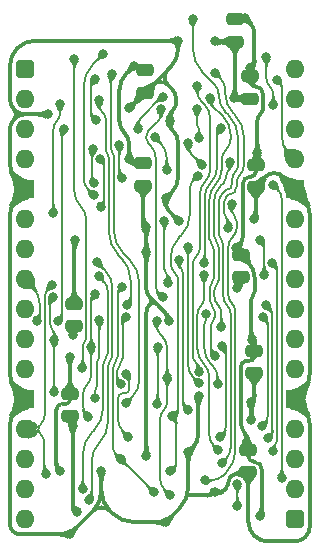
<source format=gbl>
%TF.GenerationSoftware,KiCad,Pcbnew,8.0.7*%
%TF.CreationDate,2025-01-12T20:42:12+02:00*%
%TF.ProjectId,HCP65 MPU NMI,48435036-3520-44d5-9055-204e4d492e6b,V1*%
%TF.SameCoordinates,Original*%
%TF.FileFunction,Copper,L2,Bot*%
%TF.FilePolarity,Positive*%
%FSLAX46Y46*%
G04 Gerber Fmt 4.6, Leading zero omitted, Abs format (unit mm)*
G04 Created by KiCad (PCBNEW 8.0.7) date 2025-01-12 20:42:12*
%MOMM*%
%LPD*%
G01*
G04 APERTURE LIST*
G04 Aperture macros list*
%AMRoundRect*
0 Rectangle with rounded corners*
0 $1 Rounding radius*
0 $2 $3 $4 $5 $6 $7 $8 $9 X,Y pos of 4 corners*
0 Add a 4 corners polygon primitive as box body*
4,1,4,$2,$3,$4,$5,$6,$7,$8,$9,$2,$3,0*
0 Add four circle primitives for the rounded corners*
1,1,$1+$1,$2,$3*
1,1,$1+$1,$4,$5*
1,1,$1+$1,$6,$7*
1,1,$1+$1,$8,$9*
0 Add four rect primitives between the rounded corners*
20,1,$1+$1,$2,$3,$4,$5,0*
20,1,$1+$1,$4,$5,$6,$7,0*
20,1,$1+$1,$6,$7,$8,$9,0*
20,1,$1+$1,$8,$9,$2,$3,0*%
G04 Aperture macros list end*
%TA.AperFunction,ComponentPad*%
%ADD10O,1.600000X1.600000*%
%TD*%
%TA.AperFunction,ComponentPad*%
%ADD11R,1.600000X1.600000*%
%TD*%
%TA.AperFunction,ComponentPad*%
%ADD12RoundRect,0.400000X-0.400000X-0.400000X0.400000X-0.400000X0.400000X0.400000X-0.400000X0.400000X0*%
%TD*%
%TA.AperFunction,SMDPad,CuDef*%
%ADD13RoundRect,0.250000X-0.475000X0.250000X-0.475000X-0.250000X0.475000X-0.250000X0.475000X0.250000X0*%
%TD*%
%TA.AperFunction,SMDPad,CuDef*%
%ADD14RoundRect,0.250000X0.475000X-0.250000X0.475000X0.250000X-0.475000X0.250000X-0.475000X-0.250000X0*%
%TD*%
%TA.AperFunction,ViaPad*%
%ADD15C,0.800000*%
%TD*%
%TA.AperFunction,Conductor*%
%ADD16C,0.380000*%
%TD*%
%TA.AperFunction,Conductor*%
%ADD17C,0.200000*%
%TD*%
G04 APERTURE END LIST*
D10*
%TO.P,J2,32,Pin_32*%
%TO.N,~{NMI}*%
X22860000Y0D03*
%TO.P,J2,31,Pin_31*%
%TO.N,~{Set Break}_{3}*%
X22860000Y-2540000D03*
%TO.P,J2,30,Pin_30*%
%TO.N,~{Set Break}_{2}*%
X22860000Y-5080000D03*
%TO.P,J2,29,Pin_29*%
%TO.N,~{Set Break}_{1}*%
X22860000Y-7620000D03*
D11*
%TO.P,J2,28,Pin_28*%
%TO.N,GND*%
X22860000Y-10160000D03*
D10*
%TO.P,J2,27,Pin_27*%
%TO.N,Set Disable NMI*%
X22860000Y-12700000D03*
%TO.P,J2,26,Pin_26*%
%TO.N,Set Enable NMI*%
X22860000Y-15240000D03*
%TO.P,J2,25,Pin_25*%
%TO.N,~{Set Timer}*%
X22860000Y-17780000D03*
%TO.P,J2,24,Pin_24*%
%TO.N,NMI Enabled*%
X22860000Y-20320000D03*
%TO.P,J2,23,Pin_23*%
%TO.N,~{NMI State}*%
X22860000Y-22860000D03*
%TO.P,J2,22,Pin_22*%
%TO.N,Break_{1}*%
X22860000Y-25400000D03*
D11*
%TO.P,J2,21,Pin_21*%
%TO.N,GND*%
X22860000Y-27940000D03*
D10*
%TO.P,J2,20,Pin_20*%
%TO.N,Break_{2}*%
X22860000Y-30480000D03*
%TO.P,J2,19,Pin_19*%
%TO.N,Break_{3}*%
X22860000Y-33020000D03*
%TO.P,J2,18,Pin_18*%
%TO.N,Timer*%
X22860000Y-35560000D03*
D12*
%TO.P,J2,17,Pin_17*%
%TO.N,5V*%
X22860000Y-38100000D03*
D10*
%TO.P,J2,16,Pin_16*%
%TO.N,D7*%
X0Y-38100000D03*
%TO.P,J2,15,Pin_15*%
%TO.N,D6*%
X0Y-35560000D03*
%TO.P,J2,14,Pin_14*%
%TO.N,D5*%
X0Y-33020000D03*
%TO.P,J2,13,Pin_13*%
%TO.N,D4*%
X0Y-30480000D03*
D11*
%TO.P,J2,12,Pin_12*%
%TO.N,GND*%
X0Y-27940000D03*
D10*
%TO.P,J2,11,Pin_11*%
%TO.N,D3*%
X0Y-25400000D03*
%TO.P,J2,10,Pin_10*%
%TO.N,D2*%
X0Y-22860000D03*
%TO.P,J2,9,Pin_9*%
%TO.N,D1*%
X0Y-20320000D03*
%TO.P,J2,8,Pin_8*%
%TO.N,D0*%
X0Y-17780000D03*
%TO.P,J2,7,Pin_7*%
%TO.N,MPU0*%
X0Y-15240000D03*
%TO.P,J2,6,Pin_6*%
%TO.N,MPU1*%
X0Y-12700000D03*
D11*
%TO.P,J2,5,Pin_5*%
%TO.N,GND*%
X0Y-10160000D03*
D10*
%TO.P,J2,4,Pin_4*%
%TO.N,~{WD}*%
X0Y-7620000D03*
%TO.P,J2,3,Pin_3*%
%TO.N,~{RD}*%
X0Y-5080000D03*
%TO.P,J2,2,Pin_2*%
%TO.N,~{Reset}*%
X0Y-2540000D03*
D12*
%TO.P,J2,1,Pin_1*%
%TO.N,5V*%
X0Y0D03*
%TD*%
D13*
%TO.P,C15,2*%
%TO.N,GND*%
X18923000Y-34113000D03*
%TO.P,C15,1*%
%TO.N,/3.3V*%
X18923000Y-32213000D03*
%TD*%
%TO.P,C5,2*%
%TO.N,GND*%
X18288000Y-17603000D03*
%TO.P,C5,1*%
%TO.N,/3.3V*%
X18288000Y-15703000D03*
%TD*%
%TO.P,C10,2*%
%TO.N,GND*%
X19558000Y-9983000D03*
%TO.P,C10,1*%
%TO.N,/3.3V*%
X19558000Y-8083000D03*
%TD*%
%TO.P,C1,2*%
%TO.N,GND*%
X19431000Y-25731000D03*
%TO.P,C1,1*%
%TO.N,/3.3V*%
X19431000Y-23831000D03*
%TD*%
%TO.P,C2,2*%
%TO.N,GND*%
X19050000Y-2490000D03*
%TO.P,C2,1*%
%TO.N,/3.3V*%
X19050000Y-590000D03*
%TD*%
%TO.P,C6,2*%
%TO.N,GND*%
X17780000Y2336000D03*
%TO.P,C6,1*%
%TO.N,/3.3V*%
X17780000Y4236000D03*
%TD*%
%TO.P,C3,2*%
%TO.N,GND*%
X10033000Y-9856000D03*
%TO.P,C3,1*%
%TO.N,/3.3V*%
X10033000Y-7956000D03*
%TD*%
%TO.P,C14,2*%
%TO.N,GND*%
X10160000Y-1982000D03*
%TO.P,C14,1*%
%TO.N,/3.3V*%
X10160000Y-82000D03*
%TD*%
D14*
%TO.P,C7,2*%
%TO.N,GND*%
X4191000Y-19862000D03*
%TO.P,C7,1*%
%TO.N,/3.3V*%
X4191000Y-21762000D03*
%TD*%
%TO.P,C12,2*%
%TO.N,GND*%
X3810000Y-27482000D03*
%TO.P,C12,1*%
%TO.N,/3.3V*%
X3810000Y-29382000D03*
%TD*%
D15*
%TO.N,GND*%
X10287000Y-32721000D03*
X13023623Y-12827000D03*
X2970000Y-34036000D03*
X12953992Y2413000D03*
X12276615Y-4344307D03*
X1916984Y-3810008D03*
X12192000Y-21336000D03*
X3784616Y-39370000D03*
X16091950Y-35761000D03*
X8801231Y-3257622D03*
X14731998Y-27686002D03*
X19187978Y-29717306D03*
X17712498Y-2427111D03*
X19140551Y-28206000D03*
X16090212Y2352006D03*
X17946327Y-18484000D03*
X11938000Y-38354000D03*
X10225630Y-13351053D03*
X4232151Y-14436831D03*
X3810000Y-24383990D03*
X13843000Y-32385000D03*
X11938000Y-10922000D03*
X10290327Y-15490665D03*
X6477000Y-34048228D03*
X19431000Y-12700000D03*
%TO.N,/3.3V*%
X9238906Y312476D03*
X18796000Y-31623000D03*
X19272508Y-22900476D03*
X19685000Y-7087000D03*
X17907000Y-15113000D03*
X19050000Y127000D03*
X8826132Y-7572769D03*
X4063999Y-30225999D03*
X19939000Y-37846000D03*
X18669000Y4318000D03*
X4064004Y-22479004D03*
X4445000Y-37465000D03*
%TO.N,D5*%
X10922000Y-35814000D03*
X17991758Y-35099241D03*
X8128010Y-33020000D03*
X17991758Y-36999242D03*
X8255000Y-18415000D03*
%TO.N,/NMI State\u00B7WD*%
X12319006Y-34036000D03*
X14643811Y-9001487D03*
X12495501Y-29386499D03*
%TO.N,D4*%
X2275227Y-18287683D03*
X1778000Y-34290000D03*
%TO.N,NMI Enabled*%
X12090400Y-18084800D03*
X11811000Y-12827000D03*
%TO.N,/Write Enable NMI*%
X17526000Y-11427000D03*
X15240000Y-34798000D03*
%TO.N,~{NMI State}*%
X17356000Y-7877000D03*
X16637000Y-21844000D03*
%TO.N,~{WD}*%
X12006665Y-8504252D03*
X10988510Y-5743209D03*
%TO.N,~{Set Timer}*%
X17221200Y-13407000D03*
X16103600Y-291000D03*
%TO.N,~{Set Break}_{1}*%
X21336000Y-889000D03*
%TO.N,/Set Timer*%
X14604997Y-1396997D03*
X14782950Y-25589198D03*
%TO.N,/Set Break_{1}*%
X15709200Y-2438400D03*
X16119333Y-24266667D03*
%TO.N,~{Reset}*%
X9616132Y-5018000D03*
X11734800Y-2387600D03*
%TO.N,/Write Disable NMI*%
X21742400Y-34594800D03*
X21049208Y-9807000D03*
%TO.N,/~{Unmasked NMI}*%
X16664708Y-33331154D03*
X14224000Y4252000D03*
%TO.N,/~{Timer}\u00B7~{Break}_{1}*%
X20966002Y-16383000D03*
X21042400Y-32359600D03*
%TO.N,/~{Break}_{2}\u00B7~{Break}_{3}*%
X15171000Y-17399000D03*
X16383000Y-32258000D03*
%TO.N,/Set Break_{2}*%
X5994802Y-4298000D03*
X5959196Y-853012D03*
%TO.N,/Set Break_{3}*%
X21036000Y-3048006D03*
X20447000Y1016000D03*
%TO.N,/NMI Mask*%
X6654800Y1320800D03*
X5835528Y-10669296D03*
%TO.N,/~{Disable NMI}*%
X14990643Y-8063557D03*
X5757054Y-6778768D03*
X13840085Y-6266944D03*
X5842000Y-9652000D03*
%TO.N,/~{Enable NMI}*%
X6421207Y-11637989D03*
X6382333Y-7561000D03*
%TO.N,Break_{1}*%
X15367000Y-20701000D03*
X16318000Y-26670000D03*
%TO.N,Timer*%
X12293600Y-36068000D03*
X12054652Y-26109992D03*
X11176004Y-21284000D03*
%TO.N,D3*%
X5975235Y-19038024D03*
X5612000Y-23501586D03*
X5386190Y-29411810D03*
%TO.N,/~{Clear Timer}*%
X11175998Y-28298000D03*
X11238000Y-23513502D03*
%TO.N,D2*%
X2394000Y-19284000D03*
X2478000Y-27323916D03*
X2477994Y-22925002D03*
%TO.N,/~{Timer}*%
X14750975Y-26588689D03*
X13843000Y-15051000D03*
%TO.N,/~{Break}_{1}*%
X13038000Y-16129000D03*
X13843000Y-28829000D03*
%TO.N,D1*%
X8123000Y-26670000D03*
X8574000Y-20955001D03*
%TO.N,/~{Clear Break}_{1}*%
X16717961Y-23431500D03*
X8585498Y-25783379D03*
X16510000Y-31115000D03*
X8763000Y-31115000D03*
%TO.N,D7*%
X5461004Y-36449000D03*
X6146800Y-16357600D03*
%TO.N,/~{Break}_{2}*%
X2413000Y-12192000D03*
X19939000Y-14478000D03*
X2973970Y-2938000D03*
X20265996Y-17398998D03*
%TO.N,/~{Break}_{3}*%
X16579446Y-5010558D03*
X15171000Y-16385981D03*
%TO.N,/~{Clear Break}_{2}*%
X4855001Y-25316000D03*
X4191000Y889000D03*
%TO.N,/~{Clear Break}_{3}*%
X8569000Y-28256000D03*
X7347527Y-400321D03*
%TO.N,Break_{3}*%
X11668037Y-19284000D03*
X20624800Y-31242000D03*
X20399533Y-19992483D03*
X11509338Y-3383496D03*
%TO.N,Break_{2}*%
X20060695Y-30205535D03*
X8636000Y-19939000D03*
X6285000Y-2618000D03*
X20131323Y-20955846D03*
%TO.N,~{RD}*%
X2794000Y-21336000D03*
X3310001Y-5018000D03*
%TO.N,D0*%
X5923000Y-27819137D03*
X6316000Y-21265140D03*
X994000Y-21305882D03*
%TO.N,D6*%
X6266562Y-17538024D03*
X4903999Y-35560000D03*
%TO.N,/~{Reset}_{2}*%
X8001000Y-6418000D03*
X14732638Y-5816000D03*
X8221063Y-9207500D03*
X14569069Y-3386931D03*
%TD*%
D16*
%TO.N,/3.3V*%
X19050000Y3937000D02*
G75*
G02*
X19430994Y3017184I-919800J-919800D01*
G01*
X8826132Y-7627950D02*
G75*
G03*
X8865137Y-7722165I133168J-50D01*
G01*
X19351754Y-22979722D02*
G75*
G02*
X19430962Y-23171038I-191354J-191278D01*
G01*
X19202400Y-1320800D02*
G75*
G03*
X19570326Y-1473189I367900J367900D01*
G01*
X20193000Y-3161337D02*
G75*
G02*
X19938979Y-3774527I-867200J37D01*
G01*
X18626987Y-9276987D02*
G75*
G03*
X18442988Y-9721174I444213J-444213D01*
G01*
X20066000Y-37629197D02*
G75*
G02*
X20002501Y-37782501I-216800J-3D01*
G01*
X19431100Y-8966100D02*
G75*
G02*
X19124736Y-9093015I-306400J306400D01*
G01*
X19062700Y-33083300D02*
G75*
G03*
X19399965Y-33223014I337300J337300D01*
G01*
X8011229Y-4387005D02*
G75*
G03*
X8418674Y-5370686I1391171J5D01*
G01*
X19431000Y-24175913D02*
G75*
G02*
X19265896Y-24574496I-563700J13D01*
G01*
X8418680Y-5370680D02*
G75*
G02*
X8826162Y-6354355I-983680J-983720D01*
G01*
X19835354Y-33388330D02*
G75*
G03*
X19436212Y-33223000I-399154J-399170D01*
G01*
X19939264Y-1625864D02*
G75*
G03*
X19570700Y-1473192I-368564J-368536D01*
G01*
X19265900Y-24574500D02*
G75*
G02*
X18867313Y-24739606I-398600J398600D01*
G01*
X18859500Y-31686500D02*
G75*
G02*
X18922999Y-31839802I-153300J-153300D01*
G01*
X18415200Y-24846800D02*
G75*
G03*
X18308002Y-25105603I258800J-258800D01*
G01*
X19989800Y-1676400D02*
G75*
G02*
X20193013Y-2166968I-490600J-490600D01*
G01*
X19050000Y-952873D02*
G75*
G03*
X19202392Y-1320808I520300J-27D01*
G01*
X19164787Y-22716584D02*
G75*
G03*
X19218635Y-22846627I183913J-16D01*
G01*
X19868012Y-33420988D02*
G75*
G02*
X20066011Y-33898973I-478012J-478012D01*
G01*
X17907000Y-15217500D02*
G75*
G03*
X17980889Y-15395895I252300J0D01*
G01*
X8985066Y-7842066D02*
G75*
G03*
X9368766Y-8001034I383734J383666D01*
G01*
X19431000Y777407D02*
G75*
G02*
X19240502Y317498I-650400J-7D01*
G01*
X18882002Y-16297002D02*
G75*
G02*
X19476024Y-17731049I-1434102J-1434098D01*
G01*
X19558000Y-8659736D02*
G75*
G02*
X19431089Y-8966089I-433300J36D01*
G01*
X19320395Y-19134833D02*
G75*
G03*
X19164800Y-19510505I375705J-375667D01*
G01*
X3945205Y-29771205D02*
G75*
G02*
X4063996Y-30057999I-286805J-286795D01*
G01*
X19057588Y-9093000D02*
G75*
G03*
X18636595Y-9267382I12J-595400D01*
G01*
X9284143Y267239D02*
G75*
G03*
X9393354Y222026I109157J109161D01*
G01*
X4063999Y-36814590D02*
G75*
G03*
X4254496Y-37274502I650401J-10D01*
G01*
X18628000Y4277000D02*
G75*
G02*
X18529017Y4235993I-99000J99000D01*
G01*
X19939000Y-3774548D02*
G75*
G03*
X19684967Y-4387758I613200J-613252D01*
G01*
X8625067Y-301362D02*
G75*
G03*
X8011227Y-1783299I1481933J-1481938D01*
G01*
X18923000Y-32746034D02*
G75*
G03*
X19062710Y-33083290I477000J34D01*
G01*
X18674003Y-24739600D02*
G75*
G03*
X18415199Y-24846799I-3J-366000D01*
G01*
X18308000Y-30134931D02*
G75*
G03*
X18552009Y-30723991I833100J31D01*
G01*
X18443000Y-14197990D02*
G75*
G02*
X18175003Y-14845003I-915000J-10D01*
G01*
X19476004Y-18759161D02*
G75*
G02*
X19320420Y-19134858I-531304J-39D01*
G01*
X18564422Y-30736422D02*
G75*
G02*
X18795987Y-31295500I-559122J-559078D01*
G01*
%TO.N,GND*%
X10580201Y-19899797D02*
G75*
G03*
X10287048Y-20607650I707899J-707803D01*
G01*
X17780000Y-2311877D02*
G75*
G02*
X17746253Y-2393364I-115200J-23D01*
G01*
X8913774Y-3228225D02*
G75*
G02*
X8842804Y-3257608I-70974J71025D01*
G01*
X-635000Y-9525000D02*
G75*
G02*
X-635000Y-10795000I-634999J-635000D01*
G01*
X23495000Y-28575000D02*
G75*
G02*
X24129989Y-30108025I-1533000J-1533000D01*
G01*
X10033000Y-13022213D02*
G75*
G03*
X10129330Y-13254723I328800J13D01*
G01*
X17403886Y-34513712D02*
G75*
G03*
X17170406Y-35077400I563714J-563688D01*
G01*
X23495000Y-10795000D02*
G75*
G02*
X24129989Y-12328025I-1533000J-1533000D01*
G01*
X14668496Y-30975790D02*
G75*
G02*
X14255750Y-31972254I-1409196J-10D01*
G01*
X854665Y2413000D02*
G75*
G03*
X-647700Y1790700I1J-2124666D01*
G01*
X-1016000Y-39116000D02*
G75*
G03*
X-402789Y-39370000I613214J613220D01*
G01*
X21775768Y-9075768D02*
G75*
G03*
X21082000Y-8788389I-693768J-693732D01*
G01*
X15938450Y-35914500D02*
G75*
G02*
X15567868Y-36067972I-370550J370600D01*
G01*
X-634999Y-28575000D02*
G75*
G03*
X-1270001Y-30108025I1533029J-1533030D01*
G01*
X13843000Y-35322018D02*
G75*
G02*
X13046105Y-37245898I-2720780J-2D01*
G01*
X23749000Y-39598600D02*
G75*
G02*
X22829184Y-39979594I-919800J919800D01*
G01*
X24130000Y-38678784D02*
G75*
G02*
X23749005Y-39598605I-1300800J-16D01*
G01*
X12495436Y-3506562D02*
G75*
G03*
X12276640Y-4034846I528264J-528238D01*
G01*
X4211575Y-14457406D02*
G75*
G03*
X4190971Y-14507080I49625J-49694D01*
G01*
X-635000Y-27305000D02*
G75*
G02*
X-634998Y-28575000I-635000J-635001D01*
G01*
X3721300Y-28231900D02*
G75*
G02*
X3507159Y-28320583I-214100J214100D01*
G01*
X17743942Y-2458555D02*
G75*
G03*
X17819856Y-2490019I75958J75955D01*
G01*
X12827000Y-2785819D02*
G75*
G02*
X12551805Y-3450190I-939600J19D01*
G01*
X-1270000Y-25771974D02*
G75*
G03*
X-635001Y-27305001I2168040J4D01*
G01*
X-889000Y-4191000D02*
G75*
G03*
X-1270005Y-5110815I919810J-919820D01*
G01*
X12422888Y-1627888D02*
G75*
G02*
X12827007Y-2603500I-975588J-975612D01*
G01*
X2819200Y-28472800D02*
G75*
G03*
X2667018Y-28840243I367400J-367400D01*
G01*
X-1270000Y-7991974D02*
G75*
G03*
X-635001Y-9525001I2168040J4D01*
G01*
X23495000Y-27305000D02*
G75*
G03*
X23495000Y-28575000I635000J-635000D01*
G01*
X10257978Y-13383401D02*
G75*
G02*
X10290334Y-13461497I-78078J-78099D01*
G01*
X-889000Y-4191000D02*
G75*
G03*
X-889000Y-3429000I-380998J381000D01*
G01*
X30815Y-3810000D02*
G75*
G03*
X-889000Y-4191000I-3J-1300808D01*
G01*
X-889000Y-3429000D02*
G75*
G03*
X30815Y-3810000I919817J919820D01*
G01*
X10581865Y-19898134D02*
G75*
G03*
X10581861Y-19315061I-291565J291534D01*
G01*
X11164942Y-19898134D02*
G75*
G03*
X10581865Y-19898133I-291539J-291539D01*
G01*
X-647700Y1790700D02*
G75*
G03*
X-1269999Y288334I1502380J-1502370D01*
G01*
X12276615Y-4652861D02*
G75*
G03*
X12494782Y-5179608I744885J-39D01*
G01*
X3810000Y-28017759D02*
G75*
G02*
X3721302Y-28231902I-302850J-1D01*
G01*
X19431000Y-27710172D02*
G75*
G02*
X19285784Y-28060784I-495800J-28D01*
G01*
X24130000Y-25771974D02*
G75*
G02*
X23495001Y-27305001I-2168040J4D01*
G01*
X16098215Y2344003D02*
G75*
G03*
X16117535Y2336018I19285J19297D01*
G01*
X21082000Y-8788400D02*
G75*
G03*
X20388239Y-9075776I0J-981100D01*
G01*
X2667000Y-33518746D02*
G75*
G03*
X2818499Y-33884501I517250J-4D01*
G01*
X19558000Y-12483197D02*
G75*
G02*
X19494501Y-12636501I-216800J-3D01*
G01*
X12953992Y1612496D02*
G75*
G02*
X12387949Y245951I-1932592J4D01*
G01*
X19418300Y-39484300D02*
G75*
G03*
X20614059Y-39979617I1195800J1195800D01*
G01*
X3186643Y-28320600D02*
G75*
G03*
X2819187Y-28472787I-43J-519600D01*
G01*
X14700247Y-27717753D02*
G75*
G03*
X14668501Y-27794406I76653J-76647D01*
G01*
X10290327Y-18611221D02*
G75*
G03*
X10581876Y-19315046I995373J21D01*
G01*
X12615307Y-5300107D02*
G75*
G02*
X12954002Y-6117783I-817707J-817693D01*
G01*
X12122750Y-1327750D02*
G75*
G03*
X10814250Y-1327750I-654250J-654247D01*
G01*
X12122750Y-19250D02*
G75*
G03*
X12122750Y-1327750I654250J-654250D01*
G01*
X18288000Y-17900727D02*
G75*
G02*
X18117155Y-18313155I-583300J27D01*
G01*
X18011103Y-34254727D02*
G75*
G03*
X17416641Y-34500968I-3J-840673D01*
G01*
X18923000Y-38288540D02*
G75*
G03*
X19418300Y-39484300I1691060J0D01*
G01*
X-635000Y-10795000D02*
G75*
G03*
X-1270002Y-12328025I1533030J-1533030D01*
G01*
X16993700Y-35584300D02*
G75*
G02*
X16567108Y-35761004I-426600J426600D01*
G01*
X5769893Y-37384722D02*
G75*
G03*
X6477015Y-35677616I-1707093J1707122D01*
G01*
X7184106Y-37384722D02*
G75*
G03*
X5769893Y-37384722I-707106J-707107D01*
G01*
X6477000Y-35677616D02*
G75*
G03*
X7184107Y-37384721I2414200J-4D01*
G01*
X11938000Y-11331688D02*
G75*
G03*
X12227682Y-12031081I989100J-12D01*
G01*
X-1270000Y-2509184D02*
G75*
G03*
X-888999Y-3428999I1300820J4D01*
G01*
X-1270000Y-38502789D02*
G75*
G03*
X-1016000Y-39116000I867220J3D01*
G01*
X7356487Y-37557103D02*
G75*
G03*
X9280365Y-38354001I1923883J1923883D01*
G01*
X12046757Y-20779949D02*
G75*
G02*
X12192000Y-21130596I-350657J-350651D01*
G01*
X19164264Y-28229713D02*
G75*
G02*
X19188000Y-28286962I-57264J-57287D01*
G01*
X12954000Y-9187579D02*
G75*
G02*
X12446000Y-10414000I-1734420J-1D01*
G01*
X17170400Y-35157708D02*
G75*
G02*
X16993698Y-35584298I-603300J8D01*
G01*
X10581865Y-19315057D02*
X11164942Y-19898134D01*
X10814250Y-1327750D02*
X12122750Y-19250D01*
D17*
%TO.N,/~{Reset}_{2}*%
X14650853Y-4856984D02*
G75*
G02*
X14732615Y-5054429I-197453J-197416D01*
G01*
X14569069Y-4659539D02*
G75*
G03*
X14650872Y-4856965I279231J39D01*
G01*
X8001000Y-8831828D02*
G75*
G03*
X8111039Y-9097460I375700J28D01*
G01*
%TO.N,D6*%
X5700895Y-30722704D02*
G75*
G03*
X4903994Y-32646582I1923905J-1923896D01*
G01*
X7016000Y-24055101D02*
G75*
G02*
X6819501Y-24529495I-670900J1D01*
G01*
X6819500Y-24529494D02*
G75*
G03*
X6622993Y-25003886I474400J-474406D01*
G01*
X6641281Y-17912743D02*
G75*
G02*
X7015995Y-18817394I-904681J-904657D01*
G01*
X6623000Y-28673618D02*
G75*
G02*
X5826105Y-30597498I-2720780J-2D01*
G01*
%TO.N,D0*%
X635000Y-18415000D02*
G75*
G02*
X1270000Y-19948025I-1533030J-1533028D01*
G01*
X6316000Y-24311745D02*
G75*
G02*
X6205985Y-24577294I-375600J45D01*
G01*
X1270000Y-20834720D02*
G75*
G02*
X1132002Y-21167884I-471170J0D01*
G01*
X6096000Y-26852470D02*
G75*
G02*
X6009509Y-27061309I-295300J-30D01*
G01*
X6206000Y-24577309D02*
G75*
G03*
X6095991Y-24842872I265600J-265591D01*
G01*
X6009500Y-27061300D02*
G75*
G03*
X5923012Y-27270129I208800J-208800D01*
G01*
%TO.N,~{RD}*%
X3218239Y-5109762D02*
G75*
G03*
X3126482Y-5331295I221561J-221538D01*
G01*
X3126477Y-20768426D02*
G75*
G02*
X2960238Y-21169761I-567587J6D01*
G01*
%TO.N,Break_{2}*%
X8158103Y-15962789D02*
G75*
G02*
X8955000Y-17886667I-1923883J-1923881D01*
G01*
X6858000Y-6856672D02*
G75*
G03*
X6989512Y-7174236I449100J-28D01*
G01*
X6571500Y-3625100D02*
G75*
G02*
X6858012Y-4316772I-691700J-691700D01*
G01*
X7121063Y-13798767D02*
G75*
G03*
X7917959Y-15722645I2720767J-3D01*
G01*
X6285000Y-2978300D02*
G75*
G03*
X6539779Y-3593361I869800J0D01*
G01*
X20555000Y-29361703D02*
G75*
G02*
X20307839Y-29958374I-843800J3D01*
G01*
X20343161Y-21167684D02*
G75*
G02*
X20554983Y-21679107I-511461J-511416D01*
G01*
X6989531Y-7174217D02*
G75*
G02*
X7121093Y-7491762I-317531J-317583D01*
G01*
X8955000Y-19394432D02*
G75*
G02*
X8795490Y-19779490I-544600J32D01*
G01*
%TO.N,Break_{3}*%
X20955000Y-30678313D02*
G75*
G02*
X20789896Y-31076896I-563700J13D01*
G01*
X10238510Y-5763128D02*
G75*
G03*
X10444114Y-6259436I701890J28D01*
G01*
X11074000Y-18269915D02*
G75*
G03*
X11371023Y-18986976I1014100J15D01*
G01*
X20677266Y-20270216D02*
G75*
G02*
X20954995Y-20940724I-670466J-670484D01*
G01*
X10444095Y-5266800D02*
G75*
G03*
X10238522Y-5763128I496305J-496300D01*
G01*
X10656255Y-6471615D02*
G75*
G02*
X11073963Y-7480140I-1008555J-1008485D01*
G01*
X11509338Y-3792527D02*
G75*
G02*
X11220106Y-4490783I-987538J27D01*
G01*
%TO.N,/~{Clear Break}_{3}*%
X9674000Y-26369647D02*
G75*
G02*
X9121498Y-27703498I-1886360J7D01*
G01*
X7306536Y-441312D02*
G75*
G03*
X7265527Y-540273I98964J-98988D01*
G01*
X7265545Y-6703867D02*
G75*
G03*
X7393296Y-7012313I436155J-33D01*
G01*
X7393304Y-7012305D02*
G75*
G02*
X7521043Y-7320742I-308404J-308395D01*
G01*
X8877103Y-16116103D02*
G75*
G02*
X9674005Y-18039981I-1923903J-1923897D01*
G01*
X7521063Y-13633081D02*
G75*
G03*
X8317961Y-15556957I2720767J1D01*
G01*
%TO.N,/~{Clear Break}_{2}*%
X5216000Y-22692675D02*
G75*
G02*
X5063999Y-23059635I-518970J5D01*
G01*
X4191000Y-10324215D02*
G75*
G03*
X4703499Y-11561501I1749780J-5D01*
G01*
X4703500Y-11561500D02*
G75*
G02*
X5216006Y-12798784I-1237300J-1237300D01*
G01*
X4912000Y-25218696D02*
G75*
G02*
X4883501Y-25287501I-97300J-4D01*
G01*
X5064000Y-23059636D02*
G75*
G03*
X4912009Y-23426596I367000J-366964D01*
G01*
%TO.N,/~{Break}_{3}*%
X16417723Y-5172281D02*
G75*
G03*
X16255994Y-5562714I390377J-390419D01*
G01*
X16256000Y-8337989D02*
G75*
G02*
X15741001Y-9581310I-1758300J-11D01*
G01*
X15741000Y-9581309D02*
G75*
G03*
X15226015Y-10824628I1243300J-1243291D01*
G01*
X15226000Y-16292090D02*
G75*
G02*
X15198507Y-16358488I-93900J-10D01*
G01*
%TO.N,/~{Break}_{2}*%
X2973970Y-3737027D02*
G75*
G02*
X2693482Y-4414175I-957640J7D01*
G01*
X20102498Y-14641498D02*
G75*
G02*
X20265990Y-15036217I-394698J-394702D01*
G01*
X2693485Y-4414178D02*
G75*
G03*
X2413010Y-5091328I677115J-677122D01*
G01*
%TO.N,D7*%
X7023000Y-29905770D02*
G75*
G02*
X6338496Y-31558297I-2337040J10D01*
G01*
X5653999Y-36119536D02*
G75*
G02*
X5557490Y-36352491I-329499J36D01*
G01*
X6781400Y-16992200D02*
G75*
G02*
X7416000Y-18524259I-1532060J-1532060D01*
G01*
X6338499Y-31558300D02*
G75*
G03*
X5654011Y-33210830I1652501J-1652500D01*
G01*
X7219500Y-24695178D02*
G75*
G03*
X7022982Y-25169570I474400J-474422D01*
G01*
X7416000Y-24220785D02*
G75*
G02*
X7219509Y-24695187I-670900J-15D01*
G01*
%TO.N,/~{Clear Break}_{1}*%
X8732000Y-27336000D02*
G75*
G02*
X8500235Y-27432015I-231800J231800D01*
G01*
X8311140Y-27432000D02*
G75*
G03*
X7998488Y-27561488I-40J-442100D01*
G01*
X8706749Y-25904630D02*
G75*
G02*
X8828024Y-26197355I-292749J-292770D01*
G01*
X17018001Y-30247788D02*
G75*
G02*
X16764004Y-30861003I-867201J-12D01*
G01*
X8828000Y-27104235D02*
G75*
G02*
X8731990Y-27335990I-327800J35D01*
G01*
X7869000Y-29588846D02*
G75*
G03*
X8315999Y-30668001I1526150J-4D01*
G01*
X16867981Y-23581520D02*
G75*
G02*
X17018001Y-23943700I-362181J-362180D01*
G01*
X7998500Y-27561500D02*
G75*
G03*
X7869017Y-27874140I312600J-312600D01*
G01*
%TO.N,D1*%
X8048500Y-24997550D02*
G75*
G03*
X7822967Y-25541955I544400J-544450D01*
G01*
X8274000Y-24453144D02*
G75*
G02*
X8048499Y-24997549I-769910J4D01*
G01*
X7823000Y-26157867D02*
G75*
G03*
X7972991Y-26520009I512100J-33D01*
G01*
X8424000Y-21105001D02*
G75*
G03*
X8274014Y-21467133I362100J-362099D01*
G01*
%TO.N,/~{Break}_{1}*%
X13405000Y-28081287D02*
G75*
G03*
X13623996Y-28610004I747700J-13D01*
G01*
X13221500Y-16846815D02*
G75*
G02*
X13404986Y-17289823I-443000J-442985D01*
G01*
X13038000Y-16403806D02*
G75*
G03*
X13221505Y-16846810I626500J6D01*
G01*
%TO.N,/~{Timer}*%
X13805000Y-24973808D02*
G75*
G03*
X14277987Y-26115701I1614900J8D01*
G01*
X13824000Y-15070000D02*
G75*
G03*
X13804988Y-15115870I45900J-45900D01*
G01*
%TO.N,D2*%
X2094000Y-21507475D02*
G75*
G03*
X2285994Y-21971000I655520J-5D01*
G01*
X2244000Y-19434000D02*
G75*
G03*
X2094013Y-19796132I362100J-362100D01*
G01*
X2285997Y-21970997D02*
G75*
G02*
X2477988Y-22434518I-463497J-463503D01*
G01*
%TO.N,/~{Clear Timer}*%
X11239498Y-28189598D02*
G75*
G02*
X11207748Y-28266250I-108398J-2D01*
G01*
X11238749Y-23514251D02*
G75*
G02*
X11239515Y-23516059I-1849J-1849D01*
G01*
%TO.N,D3*%
X5616000Y-23494757D02*
G75*
G02*
X5614015Y-23499601I-6800J-43D01*
G01*
X5271500Y-26699501D02*
G75*
G03*
X4931017Y-27521540I822000J-821999D01*
G01*
X5795617Y-19217641D02*
G75*
G03*
X5615967Y-19651276I433583J-433659D01*
G01*
X5612000Y-25877461D02*
G75*
G02*
X5271501Y-26699502I-1162550J1D01*
G01*
X4931000Y-28634752D02*
G75*
G03*
X5158596Y-29184214I777060J2D01*
G01*
%TO.N,Timer*%
X12054652Y-28152137D02*
G75*
G02*
X11748324Y-28891672I-1045872J7D01*
G01*
X11748326Y-28891674D02*
G75*
G03*
X11442018Y-29631210I739574J-739526D01*
G01*
X11176004Y-21716402D02*
G75*
G03*
X11481762Y-22454554I1043896J2D01*
G01*
X11615328Y-22588128D02*
G75*
G02*
X12054686Y-23648749I-1060628J-1060672D01*
G01*
X11442000Y-34614227D02*
G75*
G03*
X11867801Y-35642199I1453760J-3D01*
G01*
%TO.N,Break_{1}*%
X15367000Y-21159476D02*
G75*
G02*
X15278107Y-21374107I-303500J-24D01*
G01*
X15278100Y-21374100D02*
G75*
G03*
X15189210Y-21588723I214600J-214600D01*
G01*
X15189200Y-23585817D02*
G75*
G03*
X15753605Y-24948395I1927000J17D01*
G01*
X15908868Y-25103668D02*
G75*
G02*
X16317989Y-26091400I-987768J-987732D01*
G01*
%TO.N,/~{Enable NMI}*%
X6551698Y-7730365D02*
G75*
G02*
X6721025Y-8139248I-408898J-408835D01*
G01*
X6721063Y-11126102D02*
G75*
G02*
X6571129Y-11488055I-511863J2D01*
G01*
%TO.N,/~{Disable NMI}*%
X5673455Y-9364275D02*
G75*
G03*
X5757711Y-9567743I287745J-25D01*
G01*
X5715254Y-6820567D02*
G75*
G03*
X5673450Y-6921480I100946J-100933D01*
G01*
X13840085Y-6589971D02*
G75*
G03*
X14068494Y-7141418I779815J-29D01*
G01*
%TO.N,/NMI Mask*%
X5761896Y427896D02*
G75*
G03*
X4965000Y-1495981I1923874J-1923876D01*
G01*
X4965000Y-9183211D02*
G75*
G03*
X5400266Y-10234030I1486080J1D01*
G01*
%TO.N,/Set Break_{3}*%
X20447000Y-766453D02*
G75*
G03*
X20741474Y-1477465I1005500J-47D01*
G01*
X20741500Y-1477439D02*
G75*
G02*
X21035978Y-2188424I-711000J-710961D01*
G01*
%TO.N,/Set Break_{2}*%
X5585000Y-3598424D02*
G75*
G03*
X5789902Y-4093098I699580J4D01*
G01*
X5772098Y-1040110D02*
G75*
G03*
X5585005Y-1491804I451702J-451690D01*
G01*
%TO.N,/~{Break}_{2}\u00B7~{Break}_{3}*%
X14888000Y-20062400D02*
G75*
G03*
X14605009Y-20745622I683200J-683200D01*
G01*
X15111500Y-24871986D02*
G75*
G02*
X15618010Y-26094785I-1222800J-1222814D01*
G01*
X14605000Y-23649186D02*
G75*
G03*
X15111493Y-24871993I1729300J-14D01*
G01*
X15171000Y-19379177D02*
G75*
G02*
X14888007Y-20062407I-966200J-23D01*
G01*
X15618000Y-30952063D02*
G75*
G03*
X16000503Y-31875497I1305930J3D01*
G01*
%TO.N,/~{Timer}\u00B7~{Break}_{1}*%
X21355000Y-31427358D02*
G75*
G02*
X21198712Y-31804712I-533600J-42D01*
G01*
X21160501Y-16577499D02*
G75*
G02*
X21355016Y-17047061I-469601J-469601D01*
G01*
X21183326Y-31820073D02*
G75*
G03*
X21042384Y-32160300I340174J-340227D01*
G01*
%TO.N,/~{Unmasked NMI}*%
X15951690Y-1148951D02*
G75*
G02*
X16459222Y-2374187I-1225190J-1225249D01*
G01*
X16747399Y-10481399D02*
G75*
G03*
X16426010Y-11257328I775901J-775901D01*
G01*
X17804500Y-8713100D02*
G75*
G03*
X17552990Y-9320274I607200J-607200D01*
G01*
X17343842Y-10088157D02*
G75*
G02*
X17170400Y-10159995I-173442J173457D01*
G01*
X16426000Y-13954590D02*
G75*
G03*
X16616497Y-14414502I650400J-10D01*
G01*
X18056000Y-8105925D02*
G75*
G02*
X17804493Y-8713093I-858700J25D01*
G01*
X16459200Y-2374187D02*
G75*
G03*
X16966712Y-3599420I1732700J-13D01*
G01*
X17553000Y-9680302D02*
G75*
G02*
X17412499Y-10019499I-479700J2D01*
G01*
X17112500Y-19957300D02*
G75*
G02*
X17417983Y-20694843I-737500J-737500D01*
G01*
X16616500Y-14414499D02*
G75*
G02*
X16806998Y-14874408I-459900J-459901D01*
G01*
X16807000Y-19219757D02*
G75*
G03*
X17112488Y-19957312I1043000J-43D01*
G01*
X14224000Y1705720D02*
G75*
G03*
X15020897Y-218156I2720770J0D01*
G01*
X17418001Y-32045202D02*
G75*
G02*
X17041364Y-32954517I-1286001J2D01*
G01*
X17259103Y-3891817D02*
G75*
G02*
X18055996Y-5815695I-1923903J-1923883D01*
G01*
X17170400Y-10160000D02*
G75*
G03*
X16996954Y-10231839I0J-245300D01*
G01*
%TO.N,/Write Disable NMI*%
X21760000Y-34564754D02*
G75*
G02*
X21751184Y-34585984I-30100J54D01*
G01*
X21404604Y-10162396D02*
G75*
G02*
X21760001Y-11020397I-858004J-858004D01*
G01*
%TO.N,~{Reset}*%
X9875307Y-4025764D02*
G75*
G03*
X9616106Y-4651470I625693J-625736D01*
G01*
X11624136Y-2387600D02*
G75*
G03*
X11435196Y-2465827I-36J-267200D01*
G01*
%TO.N,/Set Break_{1}*%
X16067000Y-20957267D02*
G75*
G02*
X15917009Y-21319409I-512100J-33D01*
G01*
X16784856Y-3983256D02*
G75*
G02*
X17417996Y-5511800I-1528556J-1528544D01*
G01*
X16656000Y-8503674D02*
G75*
G02*
X16141000Y-9746994I-1758330J4D01*
G01*
X17037000Y-6788200D02*
G75*
G03*
X16656006Y-7708015I919800J-919800D01*
G01*
X16141000Y-9746994D02*
G75*
G03*
X15626004Y-10990313I1243300J-1243306D01*
G01*
X17418000Y-5868384D02*
G75*
G02*
X17037005Y-6788205I-1300800J-16D01*
G01*
X15917000Y-21319400D02*
G75*
G03*
X15767013Y-21681532I362100J-362100D01*
G01*
X15816500Y-14800500D02*
G75*
G02*
X16006997Y-15260407I-459900J-459900D01*
G01*
X16007000Y-17664131D02*
G75*
G02*
X15826688Y-18099402I-615600J31D01*
G01*
X15626000Y-14340592D02*
G75*
G03*
X15816498Y-14800502I650400J-8D01*
G01*
X15709200Y-2673000D02*
G75*
G03*
X15875082Y-3073492I566400J0D01*
G01*
X15856700Y-20022300D02*
G75*
G02*
X16066996Y-20530009I-507700J-507700D01*
G01*
X15646400Y-19514590D02*
G75*
G03*
X15856697Y-20022303I718000J-10D01*
G01*
X15826700Y-18099414D02*
G75*
G03*
X15646403Y-18534696I435300J-435286D01*
G01*
X15767000Y-23665196D02*
G75*
G03*
X15943158Y-24090508I601500J-4D01*
G01*
%TO.N,/Set Timer*%
X15268000Y-9488623D02*
G75*
G03*
X14826009Y-10555705I1067100J-1067077D01*
G01*
X14604997Y-1883040D02*
G75*
G03*
X14948683Y-2712765I1173403J0D01*
G01*
X14826000Y-15087886D02*
G75*
G02*
X14515504Y-15837504I-1060100J-14D01*
G01*
X14205000Y-24159527D02*
G75*
G03*
X14493993Y-24857157I986600J27D01*
G01*
X15710000Y-8421540D02*
G75*
G02*
X15268001Y-9488624I-1509090J0D01*
G01*
X14626308Y-24989508D02*
G75*
G02*
X14782956Y-25367674I-378208J-378192D01*
G01*
X14515500Y-15837500D02*
G75*
G03*
X14205006Y-16587113I749600J-749600D01*
G01*
X15157498Y-2921584D02*
G75*
G02*
X15709959Y-4255441I-1333898J-1333816D01*
G01*
%TO.N,~{Set Break}_{1}*%
X21548000Y-1101000D02*
G75*
G02*
X21759995Y-1612813I-511800J-511800D01*
G01*
X21760000Y-5742182D02*
G75*
G03*
X22309995Y-7070005I1877800J-18D01*
G01*
%TO.N,~{Set Timer}*%
X17953000Y-9877157D02*
G75*
G02*
X17753013Y-10360013I-682800J-43D01*
G01*
X16975000Y-2102214D02*
G75*
G03*
X17639557Y-3706567I2268900J14D01*
G01*
X17023600Y-12542000D02*
G75*
G02*
X17221180Y-13019048I-477000J-477000D01*
G01*
X16826000Y-12064951D02*
G75*
G03*
X17023586Y-12542014I674600J-49D01*
G01*
X17419143Y-10560000D02*
G75*
G03*
X17190605Y-10654622I-43J-323200D01*
G01*
X18243000Y-8884200D02*
G75*
G03*
X17953009Y-9584321I700100J-700100D01*
G01*
X17647651Y-10465348D02*
G75*
G02*
X17419143Y-10560018I-228551J228548D01*
G01*
X17754000Y-3821028D02*
G75*
G02*
X18532992Y-5701700I-1880700J-1880672D01*
G01*
X18533000Y-8184078D02*
G75*
G02*
X18243006Y-8884206I-990100J-22D01*
G01*
X16539300Y-726700D02*
G75*
G02*
X16975011Y-1778572I-1051900J-1051900D01*
G01*
X17055643Y-10789643D02*
G75*
G03*
X16826021Y-11344050I554357J-554357D01*
G01*
%TO.N,~{WD}*%
X11497587Y-6252286D02*
G75*
G02*
X12006669Y-7481308I-1228987J-1229014D01*
G01*
%TO.N,~{NMI State}*%
X16046400Y-19228696D02*
G75*
G03*
X16341702Y-19941612I1008200J-4D01*
G01*
X16026000Y-14120275D02*
G75*
G03*
X16216490Y-14580194I650400J-25D01*
G01*
X16216500Y-14580184D02*
G75*
G02*
X16407008Y-15040093I-459900J-459916D01*
G01*
X16226700Y-18265100D02*
G75*
G03*
X16046393Y-18700382I435300J-435300D01*
G01*
X17212400Y-8594000D02*
G75*
G03*
X17068792Y-8940681I346700J-346700D01*
G01*
X17356000Y-8247318D02*
G75*
G02*
X17212394Y-8593994I-490300J18D01*
G01*
X16547399Y-9906279D02*
G75*
G03*
X16026043Y-11165050I1258801J-1258721D01*
G01*
X17068800Y-9061240D02*
G75*
G02*
X16839924Y-9613701I-781300J40D01*
G01*
X16341700Y-19941614D02*
G75*
G02*
X16636983Y-20654531I-712900J-712886D01*
G01*
X16407000Y-17829817D02*
G75*
G02*
X16226695Y-18265095I-615600J17D01*
G01*
%TO.N,/Write Enable NMI*%
X16758667Y-34401317D02*
G75*
G02*
X15800993Y-34797981I-957667J957717D01*
G01*
X17526000Y-11920265D02*
G75*
G03*
X17739490Y-12435710I728900J-35D01*
G01*
X17818001Y-32312426D02*
G75*
G02*
X17089992Y-34069991I-2485581J6D01*
G01*
X17953000Y-13320298D02*
G75*
G02*
X17580000Y-14220800I-1273500J-2D01*
G01*
X17580000Y-14220800D02*
G75*
G03*
X17207001Y-15121301I900500J-900500D01*
G01*
X17739500Y-12435700D02*
G75*
G02*
X17952986Y-12951134I-515400J-515400D01*
G01*
X17512500Y-19791614D02*
G75*
G02*
X17818043Y-20529157I-737500J-737586D01*
G01*
X17207000Y-19054071D02*
G75*
G03*
X17512495Y-19791619I1043000J-29D01*
G01*
%TO.N,NMI Enabled*%
X11950700Y-17259300D02*
G75*
G02*
X12090414Y-17596565I-337300J-337300D01*
G01*
X11811000Y-16922034D02*
G75*
G03*
X11950710Y-17259290I477000J34D01*
G01*
%TO.N,D4*%
X469900Y-30480000D02*
G75*
G03*
X1272069Y-30147730I-6J1134450D01*
G01*
X1272069Y-30812269D02*
G75*
G03*
X469900Y-30479997I-802169J-802161D01*
G01*
X1272069Y-30147730D02*
G75*
G03*
X1272068Y-30812269I332271J-332270D01*
G01*
X1984613Y-18578296D02*
G75*
G03*
X1693994Y-19279899I701587J-701604D01*
G01*
X1651000Y-34073197D02*
G75*
G03*
X1714499Y-34226501I216800J-3D01*
G01*
X1694000Y-29192500D02*
G75*
G02*
X1316900Y-30102900I-1287515J6D01*
G01*
X1295400Y-30835600D02*
G75*
G02*
X1651002Y-31694094I-858500J-858500D01*
G01*
%TO.N,/NMI State\u00B7WD*%
X12998013Y-14332386D02*
G75*
G03*
X12337991Y-15925800I1593387J-1593414D01*
G01*
X14306905Y-9338392D02*
G75*
G03*
X13970047Y-10151754I813395J-813308D01*
G01*
X13970000Y-12233418D02*
G75*
G02*
X13173105Y-14157298I-2720780J-2D01*
G01*
X13005000Y-28516729D02*
G75*
G02*
X12750242Y-29131741I-869800J29D01*
G01*
X12661249Y-29552247D02*
G75*
G02*
X12826999Y-29952399I-400149J-400153D01*
G01*
X12826998Y-33168803D02*
G75*
G02*
X12573001Y-33782003I-867198J3D01*
G01*
X12671500Y-17192700D02*
G75*
G02*
X13004983Y-17997840I-805100J-805100D01*
G01*
X12338000Y-16387559D02*
G75*
G03*
X12671502Y-17192698I1138630J-1D01*
G01*
%TO.N,D5*%
X8064500Y-18605500D02*
G75*
G03*
X7874003Y-19065407I459900J-459900D01*
G01*
X7648500Y-24831864D02*
G75*
G03*
X7422977Y-25376269I544400J-544436D01*
G01*
X7874000Y-24287458D02*
G75*
G02*
X7648502Y-24831866I-769910J-2D01*
G01*
X7423000Y-31816472D02*
G75*
G03*
X7775506Y-32667494I1203530J2D01*
G01*
X8128010Y-33020000D02*
X8128013Y-33020013D01*
%TO.N,Break_{2}*%
X6571500Y-3625100D02*
X6539770Y-3593370D01*
X6285000Y-2618000D02*
X6285000Y-2978300D01*
X6858000Y-6856672D02*
X6858000Y-4316772D01*
D16*
%TO.N,GND*%
X12276615Y-4652861D02*
X12276615Y-4344307D01*
X12494795Y-5179595D02*
X12615307Y-5300107D01*
X12954000Y-6117783D02*
X12954000Y-9187579D01*
X11938000Y-10922000D02*
X12446000Y-10414000D01*
X12422888Y-1627888D02*
X12122750Y-1327750D01*
X12495436Y-3506562D02*
X12551807Y-3450192D01*
X12827000Y-2785819D02*
X12827000Y-2603500D01*
D17*
%TO.N,Break_{3}*%
X11509338Y-3792527D02*
X11509338Y-3383496D01*
X10444095Y-5266800D02*
X11220109Y-4490786D01*
D16*
%TO.N,GND*%
X12276615Y-4034846D02*
X12276615Y-4344307D01*
D17*
%TO.N,Break_{3}*%
X10444095Y-6259455D02*
X10656255Y-6471615D01*
X11371018Y-18986981D02*
X11668037Y-19284000D01*
X11074000Y-18269915D02*
X11074000Y-7480140D01*
%TO.N,~{Reset}*%
X9875307Y-4025764D02*
X11435220Y-2465851D01*
X11734800Y-2387600D02*
X11624136Y-2387600D01*
X9616132Y-4651470D02*
X9616132Y-5018000D01*
D16*
%TO.N,GND*%
X854665Y2413000D02*
X12953992Y2413000D01*
X-1270000Y288334D02*
X-1270000Y-2509184D01*
D17*
%TO.N,/~{Unmasked NMI}*%
X14224000Y4252000D02*
X14224000Y1705720D01*
X18056000Y-8105925D02*
X18056000Y-5815695D01*
X17553000Y-9320274D02*
X17553000Y-9680302D01*
X17343842Y-10088157D02*
X17412500Y-10019500D01*
X16426000Y-11257328D02*
X16426000Y-13954590D01*
X15951690Y-1148951D02*
X15020896Y-218157D01*
X16966709Y-3599423D02*
X17259103Y-3891817D01*
X16807000Y-14874408D02*
X16807000Y-19219757D01*
X16747399Y-10481399D02*
X16996957Y-10231842D01*
X17418001Y-20694843D02*
X17418001Y-32045202D01*
X16664708Y-33331154D02*
X17041354Y-32954507D01*
%TO.N,~{NMI State}*%
X17356000Y-8247318D02*
X17356000Y-7877000D01*
X17068800Y-8940681D02*
X17068800Y-9061240D01*
X16026000Y-14120275D02*
X16026000Y-11165050D01*
X16547399Y-9906279D02*
X16839951Y-9613728D01*
X16046400Y-19228696D02*
X16046400Y-18700382D01*
X16407000Y-15040093D02*
X16407000Y-17829817D01*
X16637000Y-21844000D02*
X16637000Y-20654531D01*
%TO.N,~{Set Timer}*%
X16103600Y-291000D02*
X16539300Y-726700D01*
X16975000Y-2102214D02*
X16975000Y-1778572D01*
X17639548Y-3706576D02*
X17754000Y-3821028D01*
X18533000Y-5701700D02*
X18533000Y-8184078D01*
X17752999Y-10359999D02*
X17647651Y-10465348D01*
X17190634Y-10654651D02*
X17055643Y-10789643D01*
X17953000Y-9877157D02*
X17953000Y-9584321D01*
X16826000Y-12064951D02*
X16826000Y-11344050D01*
X17221200Y-13407000D02*
X17221200Y-13019048D01*
%TO.N,/Write Enable NMI*%
X17526000Y-11427000D02*
X17526000Y-11920265D01*
X17953000Y-13320298D02*
X17953000Y-12951134D01*
X15800993Y-34798000D02*
X15240000Y-34798000D01*
X17818001Y-32312426D02*
X17818001Y-20529157D01*
X17207000Y-15121301D02*
X17207000Y-19054071D01*
X16758667Y-34401317D02*
X17089993Y-34069992D01*
D16*
%TO.N,GND*%
X21775768Y-9075768D02*
X22860000Y-10160000D01*
X20388231Y-9075768D02*
X19558000Y-9906000D01*
X-402789Y-39370000D02*
X3784616Y-39370000D01*
X-1270000Y-30108025D02*
X-1270000Y-38502789D01*
D17*
%TO.N,D4*%
X1272069Y-30147730D02*
X1316900Y-30102900D01*
X1694000Y-19279899D02*
X1694000Y-29192500D01*
X1272069Y-30812269D02*
X1295400Y-30835600D01*
X1651000Y-34073197D02*
X1651000Y-31694094D01*
D16*
%TO.N,GND*%
X2970000Y-34036000D02*
X2818500Y-33884500D01*
X2667000Y-28840243D02*
X2667000Y-33518746D01*
X3507159Y-28320600D02*
X3186643Y-28320600D01*
X3810000Y-28017759D02*
X3810000Y-27482000D01*
D17*
%TO.N,D0*%
X6096000Y-26852470D02*
X6096000Y-24842872D01*
X5923000Y-27819137D02*
X5923000Y-27270129D01*
X6316000Y-24311745D02*
X6316000Y-21265140D01*
%TO.N,/~{Clear Break}_{1}*%
X8828000Y-26197355D02*
X8828000Y-27104235D01*
X8500235Y-27432000D02*
X8311140Y-27432000D01*
X8585498Y-25783379D02*
X8706749Y-25904630D01*
X8763000Y-31115000D02*
X8316000Y-30668000D01*
X7869000Y-29588846D02*
X7869000Y-27874140D01*
%TO.N,NMI Enabled*%
X12090400Y-18084800D02*
X12090400Y-17596565D01*
X11811000Y-12827000D02*
X11811000Y-16922034D01*
%TO.N,D3*%
X5616000Y-23494757D02*
X5616000Y-19651276D01*
X5614000Y-23499586D02*
X5612000Y-23501586D01*
X5795617Y-19217641D02*
X5975235Y-19038024D01*
%TO.N,D6*%
X7016000Y-24055101D02*
X7016000Y-18817394D01*
X5700895Y-30722704D02*
X5826103Y-30597496D01*
X6623000Y-25003886D02*
X6623000Y-28673618D01*
X4903999Y-32646582D02*
X4903999Y-35560000D01*
%TO.N,D7*%
X7416000Y-18524259D02*
X7416000Y-24220785D01*
X7023000Y-29905770D02*
X7023000Y-25169570D01*
X6781400Y-16992200D02*
X6146800Y-16357600D01*
X5653999Y-36119536D02*
X5653999Y-33210830D01*
X5557501Y-36352502D02*
X5461004Y-36449000D01*
%TO.N,D6*%
X6266562Y-17538024D02*
X6641281Y-17912743D01*
%TO.N,Timer*%
X11481758Y-22454558D02*
X11615328Y-22588128D01*
X12054652Y-26109992D02*
X12054652Y-23648749D01*
X11176004Y-21716402D02*
X11176004Y-21284000D01*
D16*
%TO.N,GND*%
X18923000Y-38288540D02*
X18923000Y-34113000D01*
X24130000Y-30108025D02*
X24130000Y-38678784D01*
X22829184Y-39979600D02*
X20614059Y-39979600D01*
D17*
%TO.N,D5*%
X7775505Y-32667495D02*
X8128010Y-33020000D01*
X7423000Y-25376269D02*
X7423000Y-31816472D01*
X7874000Y-19065407D02*
X7874000Y-24287458D01*
X8064500Y-18605500D02*
X8255000Y-18415000D01*
%TO.N,Timer*%
X12293600Y-36068000D02*
X11867800Y-35642200D01*
X11442000Y-29631210D02*
X11442000Y-34614227D01*
X12054652Y-28152137D02*
X12054652Y-26109992D01*
D16*
%TO.N,/3.3V*%
X19835354Y-33388330D02*
X19868012Y-33420988D01*
X20066000Y-37629197D02*
X20066000Y-33898973D01*
X20002500Y-37782500D02*
X19939000Y-37846000D01*
X19399965Y-33223000D02*
X19436212Y-33223000D01*
X18923000Y-32444500D02*
X18923000Y-32746034D01*
%TO.N,GND*%
X16091950Y-35761000D02*
X16567108Y-35761000D01*
X17170400Y-35077400D02*
X17170400Y-35157708D01*
X17403886Y-34513712D02*
X17416636Y-34500963D01*
X18011103Y-34254727D02*
X18908273Y-34254727D01*
D17*
%TO.N,D5*%
X17991758Y-36999242D02*
X17991758Y-35099241D01*
%TO.N,/~{Timer}\u00B7~{Break}_{1}*%
X21042400Y-32359600D02*
X21042400Y-32160300D01*
X21198699Y-31804699D02*
X21183326Y-31820073D01*
X21355000Y-31427358D02*
X21355000Y-17047061D01*
X20966002Y-16383000D02*
X21160501Y-16577499D01*
%TO.N,Break_{3}*%
X20955000Y-30678313D02*
X20955000Y-20940724D01*
X20677266Y-20270216D02*
X20399533Y-19992483D01*
X20789900Y-31076900D02*
X20624800Y-31242000D01*
D16*
%TO.N,GND*%
X19140551Y-28206000D02*
X19164264Y-28229713D01*
X19431000Y-27710172D02*
X19431000Y-25731000D01*
X19140551Y-28206000D02*
X19285775Y-28060775D01*
X19187978Y-29717306D02*
X19187978Y-28286962D01*
D17*
%TO.N,Break_{2}*%
X20343161Y-21167684D02*
X20131323Y-20955846D01*
X20555000Y-29361703D02*
X20555000Y-21679107D01*
X20060695Y-30205535D02*
X20307847Y-29958382D01*
D16*
%TO.N,/3.3V*%
X18552000Y-30724000D02*
X18564422Y-30736422D01*
X18796000Y-31623000D02*
X18796000Y-31295500D01*
X18867313Y-24739600D02*
X18674003Y-24739600D01*
X19431000Y-24120200D02*
X19431000Y-24175913D01*
X18308000Y-25105603D02*
X18308000Y-30134931D01*
D17*
%TO.N,Break_{1}*%
X15367000Y-21159476D02*
X15367000Y-20701000D01*
X15753600Y-24948400D02*
X15908868Y-25103668D01*
X15189200Y-21588723D02*
X15189200Y-23585817D01*
X16318000Y-26091400D02*
X16318000Y-26670000D01*
%TO.N,/~{Break}_{2}\u00B7~{Break}_{3}*%
X15618000Y-26094785D02*
X15618000Y-30952063D01*
X16383000Y-32258000D02*
X16000500Y-31875500D01*
X14605000Y-20745622D02*
X14605000Y-23649186D01*
X15171000Y-17399000D02*
X15171000Y-19379177D01*
%TO.N,/Set Timer*%
X14604997Y-1883040D02*
X14604997Y-1396997D01*
X15710000Y-8421540D02*
X15710000Y-4255441D01*
X14948681Y-2712767D02*
X15157498Y-2921584D01*
X14826000Y-10555705D02*
X14826000Y-15087886D01*
X14493975Y-24857175D02*
X14626308Y-24989508D01*
X14205000Y-24159527D02*
X14205000Y-16587113D01*
X14782950Y-25589198D02*
X14782950Y-25367674D01*
%TO.N,/Set Break_{1}*%
X15709200Y-2438400D02*
X15709200Y-2673000D01*
X16784856Y-3983256D02*
X15875087Y-3073487D01*
X16656000Y-8503674D02*
X16656000Y-7708015D01*
X15626000Y-10990313D02*
X15626000Y-14340592D01*
X16007000Y-15260407D02*
X16007000Y-17664131D01*
X16067000Y-20957267D02*
X16067000Y-20530009D01*
X15767000Y-21681532D02*
X15767000Y-23665196D01*
X15646400Y-19514590D02*
X15646400Y-18534696D01*
X16119333Y-24266667D02*
X15943166Y-24090500D01*
X17418000Y-5511800D02*
X17418000Y-5868384D01*
%TO.N,/NMI State\u00B7WD*%
X12495501Y-29386499D02*
X12750250Y-29131749D01*
X13005000Y-28516729D02*
X13005000Y-17997840D01*
X12998013Y-14332386D02*
X13173103Y-14157296D01*
X12338000Y-15925800D02*
X12338000Y-16387559D01*
X14306905Y-9338392D02*
X14643811Y-9001487D01*
X13970000Y-10151754D02*
X13970000Y-12233418D01*
D16*
%TO.N,/3.3V*%
X17907000Y-15113000D02*
X18175000Y-14845000D01*
X18626987Y-9276987D02*
X18636594Y-9267381D01*
X19124736Y-9093000D02*
X19057588Y-9093000D01*
X19558000Y-8659736D02*
X19558000Y-8083000D01*
X18443000Y-9721174D02*
X18443000Y-14197990D01*
D17*
%TO.N,~{WD}*%
X11497587Y-6252286D02*
X10988510Y-5743209D01*
X12006665Y-7481308D02*
X12006665Y-8504252D01*
D16*
%TO.N,/3.3V*%
X19685000Y-7087000D02*
X19685000Y-4387758D01*
X20193000Y-3161337D02*
X20193000Y-2166968D01*
X19939264Y-1625864D02*
X19989800Y-1676400D01*
X19570326Y-1473200D02*
X19570700Y-1473200D01*
X19050000Y-879200D02*
X19050000Y-952873D01*
D17*
%TO.N,/~{Reset}_{2}*%
X14732638Y-5054429D02*
X14732638Y-5816000D01*
X14569069Y-3386931D02*
X14569069Y-4659539D01*
%TO.N,/NMI Mask*%
X4965000Y-1495981D02*
X4965000Y-9183211D01*
X5835528Y-10669296D02*
X5400264Y-10234032D01*
X5761896Y427896D02*
X6654800Y1320800D01*
%TO.N,/Set Break_{2}*%
X5585000Y-3598424D02*
X5585000Y-1491804D01*
X5959196Y-853012D02*
X5772098Y-1040110D01*
X5789901Y-4093099D02*
X5994802Y-4298000D01*
%TO.N,Break_{2}*%
X7121063Y-13798767D02*
X7121063Y-7491762D01*
X8158103Y-15962789D02*
X7917959Y-15722645D01*
X8955000Y-17886667D02*
X8955000Y-19394432D01*
X8636000Y-19939000D02*
X8795500Y-19779500D01*
%TO.N,/~{Break}_{2}*%
X2413000Y-12192000D02*
X2413000Y-5091328D01*
X2973970Y-3737027D02*
X2973970Y-2938000D01*
D16*
%TO.N,GND*%
X1916976Y-3810000D02*
X1916984Y-3810008D01*
X1916976Y-3810000D02*
X30815Y-3810000D01*
X8842804Y-3257622D02*
X8801231Y-3257622D01*
X17780000Y2336000D02*
X16117535Y2336000D01*
X-1270000Y-5110815D02*
X-1270000Y-7991974D01*
X13843000Y-35322018D02*
X13843000Y-32385000D01*
X14731998Y-27686002D02*
X14700247Y-27717753D01*
X17946327Y-18484000D02*
X18117163Y-18313163D01*
X19431000Y-12700000D02*
X19494500Y-12636500D01*
X16098215Y2344003D02*
X16090212Y2352006D01*
X4191000Y-14507080D02*
X4191000Y-19862000D01*
X17746249Y-2393360D02*
X17712498Y-2427111D01*
X10287000Y-20607650D02*
X10287000Y-32721000D01*
X14255748Y-31972252D02*
X13843000Y-32385000D01*
X23495000Y-10795000D02*
X22860000Y-10160000D01*
X3784616Y-39370000D02*
X5769893Y-37384722D01*
X24130000Y-12328025D02*
X24130000Y-25771974D01*
X13046103Y-37245896D02*
X11938000Y-38354000D01*
X10580201Y-19899797D02*
X10581865Y-19898134D01*
X3810000Y-24383990D02*
X3810000Y-27482000D01*
X11938000Y-38354000D02*
X9280365Y-38354000D01*
X10290327Y-15490665D02*
X10290327Y-13461497D01*
X17819856Y-2490000D02*
X19050000Y-2490000D01*
X4211575Y-14457406D02*
X4232151Y-14436831D01*
X15938450Y-35914500D02*
X16091950Y-35761000D01*
X12953992Y2413000D02*
X12953992Y1612496D01*
X12192000Y-21336000D02*
X12192000Y-21130596D01*
X12387950Y245950D02*
X12122750Y-19250D01*
X6477000Y-34048228D02*
X6477000Y-35677616D01*
X13023623Y-12827000D02*
X12227693Y-12031070D01*
X15567868Y-36068000D02*
X13843000Y-36068000D01*
X10129315Y-13254738D02*
X10225630Y-13351053D01*
X10033000Y-13022213D02*
X10033000Y-9856000D01*
X17743942Y-2458555D02*
X17712498Y-2427111D01*
X11938000Y-10922000D02*
X11938000Y-11331688D01*
X8913774Y-3228225D02*
X10160000Y-1982000D01*
X19558000Y-12483197D02*
X19558000Y-9983000D01*
X-1270000Y-25771974D02*
X-1270000Y-12328025D01*
X17780000Y-2311877D02*
X17780000Y2336000D01*
X7184106Y-37384722D02*
X7356487Y-37557103D01*
X11164942Y-19898134D02*
X12046757Y-20779949D01*
X10814250Y-1327750D02*
X10160000Y-1982000D01*
X10290327Y-15490665D02*
X10290327Y-18611221D01*
X10257978Y-13383401D02*
X10225630Y-13351053D01*
X14668496Y-30975790D02*
X14668496Y-27794406D01*
%TO.N,/3.3V*%
X4063999Y-30225999D02*
X4063999Y-30057999D01*
X19431000Y-23171038D02*
X19431000Y-23541800D01*
X19050000Y3937000D02*
X18669000Y4318000D01*
X9238906Y312476D02*
X9284143Y267239D01*
X8011229Y-4387005D02*
X8011229Y-1783299D01*
X9238906Y312476D02*
X8625067Y-301362D01*
X18478500Y-15893500D02*
X18882002Y-16297002D01*
X8826132Y-6354355D02*
X8826132Y-7572769D01*
X18529017Y4236000D02*
X17780000Y4236000D01*
X4063999Y-30225999D02*
X4063999Y-36814590D01*
X4445000Y-37465000D02*
X4254499Y-37274499D01*
X18923000Y-31981500D02*
X18923000Y-31839802D01*
X18859500Y-31686500D02*
X18796000Y-31623000D01*
X19476004Y-17731049D02*
X19476004Y-18759161D01*
X19050000Y-300800D02*
X19050000Y127000D01*
X19050000Y127000D02*
X19240500Y317500D01*
X19351754Y-22979722D02*
X19272508Y-22900476D01*
X19164787Y-22716584D02*
X19164787Y-19510505D01*
X8826132Y-7627950D02*
X8826132Y-7572769D01*
X3945205Y-29771205D02*
X3683000Y-29509000D01*
X19218647Y-22846615D02*
X19272508Y-22900476D01*
X8865151Y-7722151D02*
X8985066Y-7842066D01*
X19685000Y-7087000D02*
X19685000Y-7956000D01*
X9393354Y222002D02*
X9855998Y222002D01*
X19431000Y3017184D02*
X19431000Y777407D01*
X4064004Y-22479004D02*
X4064004Y-21888996D01*
X18669000Y4318000D02*
X18628000Y4277000D01*
X9368766Y-8001000D02*
X9988000Y-8001000D01*
X17907000Y-15113000D02*
X17907000Y-15217500D01*
D17*
%TO.N,D5*%
X10922000Y-35814000D02*
X8128013Y-33020013D01*
%TO.N,/NMI State\u00B7WD*%
X12573002Y-33782004D02*
X12319006Y-34036000D01*
X12495501Y-29386499D02*
X12661249Y-29552247D01*
X12826998Y-29952399D02*
X12826998Y-33168803D01*
%TO.N,D4*%
X1984613Y-18578296D02*
X2275227Y-18287683D01*
X1778000Y-34290000D02*
X1714500Y-34226500D01*
%TO.N,~{Set Break}_{1}*%
X21760000Y-1612813D02*
X21760000Y-5742182D01*
X21548000Y-1101000D02*
X21336000Y-889000D01*
X22310000Y-7070000D02*
X22860000Y-7620000D01*
%TO.N,/Write Disable NMI*%
X21404604Y-10162396D02*
X21049208Y-9807000D01*
X21760000Y-34564754D02*
X21760000Y-11020397D01*
X21751200Y-34586000D02*
X21742400Y-34594800D01*
%TO.N,/Set Break_{3}*%
X20447000Y-766453D02*
X20447000Y1016000D01*
X21036000Y-3048006D02*
X21036000Y-2188424D01*
%TO.N,/~{Disable NMI}*%
X13840085Y-6266944D02*
X13840085Y-6589971D01*
X14990643Y-8063557D02*
X14068499Y-7141413D01*
X5757054Y-6778768D02*
X5715254Y-6820567D01*
X5673455Y-9364275D02*
X5673455Y-6921480D01*
X5757727Y-9567727D02*
X5842000Y-9652000D01*
%TO.N,/~{Enable NMI}*%
X6421207Y-11637989D02*
X6571135Y-11488061D01*
X6721063Y-8139248D02*
X6721063Y-11126102D01*
X6382333Y-7561000D02*
X6551698Y-7730365D01*
%TO.N,D3*%
X5612000Y-25877461D02*
X5612000Y-23501586D01*
X4931000Y-27521540D02*
X4931000Y-28634752D01*
X5386190Y-29411810D02*
X5158595Y-29184215D01*
%TO.N,/~{Clear Timer}*%
X11207748Y-28266250D02*
X11175998Y-28298000D01*
X11238749Y-23514251D02*
X11238000Y-23513502D01*
X11239498Y-28189598D02*
X11239498Y-23516059D01*
%TO.N,D2*%
X2244000Y-19434000D02*
X2394000Y-19284000D01*
X2478000Y-22925008D02*
X2478000Y-27323916D01*
X2094000Y-21507475D02*
X2094000Y-19796132D01*
X2477994Y-22925002D02*
X2477994Y-22434518D01*
X2478000Y-22925008D02*
X2477994Y-22925002D01*
%TO.N,/~{Timer}*%
X13805000Y-24973808D02*
X13805000Y-15115870D01*
X13843000Y-15051000D02*
X13824000Y-15070000D01*
X14750975Y-26588689D02*
X14277987Y-26115701D01*
%TO.N,/~{Break}_{1}*%
X13405000Y-28081287D02*
X13405000Y-17289823D01*
X13624000Y-28610000D02*
X13843000Y-28829000D01*
X13038000Y-16129000D02*
X13038000Y-16403806D01*
%TO.N,D1*%
X8274000Y-24453144D02*
X8274000Y-21467133D01*
X8574000Y-20955001D02*
X8424000Y-21105001D01*
X7823000Y-25541955D02*
X7823000Y-26157867D01*
X7973000Y-26520000D02*
X8123000Y-26670000D01*
%TO.N,/~{Clear Break}_{1}*%
X16867981Y-23581520D02*
X16717961Y-23431500D01*
X16764000Y-30860999D02*
X16510000Y-31115000D01*
X17018001Y-30247788D02*
X17018001Y-23943700D01*
%TO.N,/~{Break}_{2}*%
X20265996Y-15036217D02*
X20265996Y-17398998D01*
X19939000Y-14478000D02*
X20102498Y-14641498D01*
%TO.N,/~{Break}_{3}*%
X15226000Y-10824628D02*
X15226000Y-16292090D01*
X16417723Y-5172281D02*
X16579446Y-5010558D01*
X16256000Y-5562714D02*
X16256000Y-8337989D01*
X15198500Y-16358481D02*
X15171000Y-16385981D01*
%TO.N,/~{Clear Break}_{2}*%
X4855001Y-25316000D02*
X4883500Y-25287500D01*
X4912000Y-25218696D02*
X4912000Y-23426596D01*
X5216000Y-22692675D02*
X5216000Y-12798784D01*
X4191000Y-10324215D02*
X4191000Y889000D01*
%TO.N,/~{Clear Break}_{3}*%
X7521063Y-7320742D02*
X7521063Y-13633081D01*
X7347527Y-400321D02*
X7306536Y-441312D01*
X8877103Y-16116103D02*
X8317959Y-15556959D01*
X9674000Y-26369647D02*
X9674000Y-18039981D01*
X9121500Y-27703500D02*
X8569000Y-28256000D01*
X7265545Y-540273D02*
X7265545Y-6703867D01*
%TO.N,~{RD}*%
X2960238Y-21169761D02*
X2794000Y-21336000D01*
X3126477Y-5331295D02*
X3126477Y-20768426D01*
X3218239Y-5109762D02*
X3310001Y-5018000D01*
%TO.N,D0*%
X635000Y-18415000D02*
X0Y-17780000D01*
X994000Y-21305882D02*
X1132000Y-21167882D01*
X1270000Y-19948025D02*
X1270000Y-20834720D01*
%TO.N,/~{Reset}_{2}*%
X8111031Y-9097468D02*
X8221063Y-9207500D01*
X8001000Y-8831828D02*
X8001000Y-6418000D01*
%TD*%
%TA.AperFunction,Conductor*%
%TO.N,/3.3V*%
G36*
X19438595Y-23839349D02*
G01*
X19804178Y-24320127D01*
X19806458Y-24328787D01*
X19801947Y-24336522D01*
X19800433Y-24337499D01*
X19711445Y-24385647D01*
X19610451Y-24458890D01*
X19509450Y-24550739D01*
X19408455Y-24661180D01*
X19408443Y-24661193D01*
X19318125Y-24776592D01*
X19310327Y-24780995D01*
X19301700Y-24778595D01*
X19298779Y-24775231D01*
X19232938Y-24661193D01*
X19117443Y-24461152D01*
X19115057Y-24458890D01*
X19052524Y-24399598D01*
X19052514Y-24399590D01*
X19052510Y-24399586D01*
X19029103Y-24381485D01*
X18987587Y-24349379D01*
X18987577Y-24349372D01*
X18922640Y-24310505D01*
X18857714Y-24282996D01*
X18818102Y-24273137D01*
X18810902Y-24267813D01*
X18809574Y-24258957D01*
X18814329Y-24252122D01*
X19422685Y-23836767D01*
X19431450Y-23834934D01*
X19438595Y-23839349D01*
G37*
%TD.AperFunction*%
%TD*%
%TA.AperFunction,Conductor*%
%TO.N,/3.3V*%
G36*
X19058349Y-595014D02*
G01*
X19710437Y-964102D01*
X19715949Y-971159D01*
X19714856Y-980047D01*
X19709846Y-984779D01*
X19667568Y-1005615D01*
X19605456Y-1048732D01*
X19605450Y-1048737D01*
X19543343Y-1104355D01*
X19543326Y-1104371D01*
X19481215Y-1172500D01*
X19419096Y-1253147D01*
X19419095Y-1253149D01*
X19326485Y-1598827D01*
X19321034Y-1605931D01*
X19312156Y-1607100D01*
X19306319Y-1603435D01*
X19197380Y-1476954D01*
X19074021Y-1352330D01*
X19074019Y-1352328D01*
X19074011Y-1352320D01*
X18958630Y-1253149D01*
X18950642Y-1246283D01*
X18950634Y-1246277D01*
X18827268Y-1158842D01*
X18827260Y-1158837D01*
X18715127Y-1096269D01*
X18709572Y-1089245D01*
X18710611Y-1080351D01*
X18711190Y-1079419D01*
X19042957Y-598551D01*
X19050475Y-593688D01*
X19058349Y-595014D01*
G37*
%TD.AperFunction*%
%TD*%
%TA.AperFunction,Conductor*%
%TO.N,/3.3V*%
G36*
X9468794Y-7480480D02*
G01*
X10020772Y-7945803D01*
X10024889Y-7953755D01*
X10022176Y-7962289D01*
X10018940Y-7964961D01*
X9359418Y-8333634D01*
X9350524Y-8334679D01*
X9345130Y-8331376D01*
X9231384Y-8208713D01*
X9231382Y-8208712D01*
X9111377Y-8097899D01*
X9111372Y-8097894D01*
X8991364Y-8005679D01*
X8991363Y-8005678D01*
X8991360Y-8005676D01*
X8944077Y-7976672D01*
X8871357Y-7932064D01*
X8766644Y-7884061D01*
X8760552Y-7877498D01*
X8760884Y-7868549D01*
X8763244Y-7865155D01*
X9016566Y-7611833D01*
X9024838Y-7608407D01*
X9024849Y-7608407D01*
X9098277Y-7609280D01*
X9108498Y-7609402D01*
X9108499Y-7609401D01*
X9108505Y-7609402D01*
X9108510Y-7609401D01*
X9108514Y-7609401D01*
X9196950Y-7596598D01*
X9196952Y-7596597D01*
X9196961Y-7596596D01*
X9285417Y-7569932D01*
X9373873Y-7529410D01*
X9455126Y-7479457D01*
X9463968Y-7478044D01*
X9468794Y-7480480D01*
G37*
%TD.AperFunction*%
%TD*%
%TA.AperFunction,Conductor*%
%TO.N,/3.3V*%
G36*
X9192638Y-7424662D02*
G01*
X9198964Y-7431000D01*
X9199369Y-7432145D01*
X9231497Y-7540656D01*
X9231807Y-7541982D01*
X9250238Y-7648462D01*
X9250240Y-7648469D01*
X9274234Y-7733950D01*
X9326577Y-7790534D01*
X9420741Y-7809136D01*
X9428192Y-7814101D01*
X9430172Y-7820614D01*
X9430172Y-8178612D01*
X9426745Y-8186885D01*
X9418472Y-8190312D01*
X9417804Y-8190293D01*
X9234794Y-8179833D01*
X9232757Y-8179535D01*
X9098651Y-8147639D01*
X9096529Y-8146913D01*
X8984175Y-8095880D01*
X8983494Y-8095543D01*
X8914244Y-8058488D01*
X8854906Y-8026736D01*
X8683212Y-7947034D01*
X8677151Y-7940443D01*
X8677317Y-7931971D01*
X8823279Y-7577270D01*
X8829596Y-7570925D01*
X8829599Y-7570923D01*
X9183684Y-7424653D01*
X9192638Y-7424662D01*
G37*
%TD.AperFunction*%
%TD*%
%TA.AperFunction,Conductor*%
%TO.N,/3.3V*%
G36*
X19617276Y797799D02*
G01*
X19620703Y789526D01*
X19620699Y789233D01*
X19615703Y590040D01*
X19615617Y588888D01*
X19597122Y440272D01*
X19596764Y438511D01*
X19561017Y313053D01*
X19560606Y311858D01*
X19503085Y170185D01*
X19503009Y170004D01*
X19424079Y-15436D01*
X19417686Y-21706D01*
X19408862Y-21674D01*
X19393703Y-15436D01*
X19052173Y125105D01*
X19048342Y127663D01*
X18776895Y400069D01*
X18773484Y408349D01*
X18776925Y416616D01*
X18778391Y417854D01*
X18898640Y503604D01*
X18901286Y505019D01*
X19027817Y552977D01*
X19027824Y552957D01*
X19027904Y553009D01*
X19136783Y593287D01*
X19136784Y593287D01*
X19142484Y598558D01*
X19212579Y663382D01*
X19239075Y791889D01*
X19244102Y799299D01*
X19250534Y801226D01*
X19609003Y801226D01*
X19617276Y797799D01*
G37*
%TD.AperFunction*%
%TD*%
%TA.AperFunction,Conductor*%
%TO.N,/3.3V*%
G36*
X3819240Y-29387082D02*
G01*
X4450497Y-29802558D01*
X4455524Y-29809969D01*
X4453838Y-29818763D01*
X4453440Y-29819331D01*
X4419491Y-29864801D01*
X4378125Y-29934156D01*
X4336754Y-30017470D01*
X4295367Y-30114778D01*
X4256834Y-30218378D01*
X4250738Y-30224937D01*
X4245868Y-30225999D01*
X3879397Y-30225999D01*
X3871124Y-30222572D01*
X3870496Y-30221893D01*
X3786901Y-30123904D01*
X3699798Y-30038453D01*
X3699785Y-30038441D01*
X3612700Y-29969654D01*
X3612695Y-29969651D01*
X3525600Y-29917503D01*
X3525597Y-29917502D01*
X3525596Y-29917501D01*
X3452459Y-29887691D01*
X3446091Y-29881394D01*
X3446040Y-29872440D01*
X3447473Y-29869893D01*
X3803411Y-29389885D01*
X3811090Y-29385282D01*
X3819240Y-29387082D01*
G37*
%TD.AperFunction*%
%TD*%
%TA.AperFunction,Conductor*%
%TO.N,/3.3V*%
G36*
X3866065Y-29423634D02*
G01*
X3866197Y-29423768D01*
X3981885Y-29543237D01*
X3982188Y-29543562D01*
X4066578Y-29637602D01*
X4066737Y-29637783D01*
X4138107Y-29720688D01*
X4222726Y-29814984D01*
X4338852Y-29934905D01*
X4342145Y-29943232D01*
X4338741Y-29951296D01*
X4068145Y-30223249D01*
X4059880Y-30226697D01*
X4059830Y-30226697D01*
X3676594Y-30226021D01*
X3668327Y-30222580D01*
X3664915Y-30214300D01*
X3664948Y-30213439D01*
X3674755Y-30083658D01*
X3674885Y-30082596D01*
X3693396Y-29972716D01*
X3693397Y-29972711D01*
X3699123Y-29879515D01*
X3699122Y-29879511D01*
X3699122Y-29879509D01*
X3671294Y-29788329D01*
X3671293Y-29788328D01*
X3671293Y-29788327D01*
X3595643Y-29692089D01*
X3593224Y-29683467D01*
X3596567Y-29676586D01*
X3849520Y-29423633D01*
X3857792Y-29420207D01*
X3866065Y-29423634D01*
G37*
%TD.AperFunction*%
%TD*%
%TA.AperFunction,Conductor*%
%TO.N,/3.3V*%
G36*
X4252738Y-36794200D02*
G01*
X4255924Y-36800110D01*
X4282419Y-36928616D01*
X4358213Y-36998710D01*
X4467181Y-37039020D01*
X4593709Y-37086978D01*
X4596353Y-37088390D01*
X4687637Y-37153486D01*
X4716608Y-37174145D01*
X4721354Y-37181739D01*
X4719341Y-37190464D01*
X4718103Y-37191930D01*
X4446659Y-37464334D01*
X4442823Y-37466895D01*
X4086137Y-37613674D01*
X4077183Y-37613653D01*
X4070920Y-37607436D01*
X3991984Y-37421982D01*
X3991913Y-37421811D01*
X3934391Y-37280138D01*
X3933980Y-37278943D01*
X3909187Y-37191930D01*
X3898231Y-37153480D01*
X3897875Y-37151725D01*
X3889993Y-37088391D01*
X3879379Y-37003100D01*
X3879294Y-37001967D01*
X3874300Y-36802766D01*
X3877518Y-36794410D01*
X3885703Y-36790777D01*
X3885996Y-36790773D01*
X4244465Y-36790773D01*
X4252738Y-36794200D01*
G37*
%TD.AperFunction*%
%TD*%
%TA.AperFunction,Conductor*%
%TO.N,/3.3V*%
G36*
X18229226Y-14421515D02*
G01*
X18560271Y-14558637D01*
X18566603Y-14564969D01*
X18566603Y-14573923D01*
X18566596Y-14573942D01*
X18498467Y-14737627D01*
X18498448Y-14737671D01*
X18446429Y-14861236D01*
X18446419Y-14861260D01*
X18401227Y-14967947D01*
X18349192Y-15091545D01*
X18349193Y-15091546D01*
X18281029Y-15255316D01*
X18274686Y-15261637D01*
X18265777Y-15261641D01*
X18042047Y-15169623D01*
X17908795Y-15114818D01*
X17904956Y-15112253D01*
X17633699Y-14839743D01*
X17630291Y-14831462D01*
X17633737Y-14823197D01*
X17635007Y-14822103D01*
X17769892Y-14721983D01*
X17772728Y-14720435D01*
X17904335Y-14670818D01*
X17904978Y-14670598D01*
X18024167Y-14633715D01*
X18129405Y-14564552D01*
X18214796Y-14426179D01*
X18222055Y-14420940D01*
X18229226Y-14421515D01*
G37*
%TD.AperFunction*%
%TD*%
%TA.AperFunction,Conductor*%
%TO.N,/3.3V*%
G36*
X18821642Y-30755064D02*
G01*
X18821772Y-30755263D01*
X18922612Y-30913033D01*
X18923020Y-30913721D01*
X18990600Y-31037332D01*
X18991055Y-31038260D01*
X19040030Y-31150333D01*
X19040228Y-31150815D01*
X19091460Y-31283921D01*
X19161291Y-31459230D01*
X19161169Y-31468184D01*
X19154926Y-31474358D01*
X18798729Y-31622924D01*
X18794201Y-31623826D01*
X18409789Y-31623028D01*
X18401523Y-31619584D01*
X18398113Y-31611304D01*
X18398273Y-31609399D01*
X18424466Y-31452700D01*
X18425466Y-31449552D01*
X18486261Y-31323581D01*
X18486464Y-31323182D01*
X18543946Y-31215002D01*
X18560588Y-31100967D01*
X18503147Y-30965218D01*
X18503080Y-30956266D01*
X18507421Y-30950934D01*
X18805414Y-30751835D01*
X18814197Y-30750089D01*
X18821642Y-30755064D01*
G37*
%TD.AperFunction*%
%TD*%
%TA.AperFunction,Conductor*%
%TO.N,GND*%
G36*
X23657027Y-27669954D02*
G01*
X23662947Y-27676673D01*
X23663194Y-27677489D01*
X23769850Y-28083863D01*
X23879685Y-28465755D01*
X23879690Y-28465772D01*
X23879693Y-28465781D01*
X23989540Y-28811113D01*
X23989545Y-28811128D01*
X23989546Y-28811130D01*
X24099391Y-29119858D01*
X24204285Y-29379720D01*
X24204204Y-29388674D01*
X24197815Y-29394948D01*
X24196464Y-29395400D01*
X23847953Y-29488779D01*
X23839075Y-29487610D01*
X23837545Y-29486557D01*
X23724836Y-29394948D01*
X23567493Y-29267060D01*
X23350877Y-29119858D01*
X23292804Y-29080394D01*
X23018121Y-28930332D01*
X23018112Y-28930328D01*
X22743433Y-28816867D01*
X22743425Y-28816864D01*
X22482260Y-28743783D01*
X22475216Y-28738254D01*
X22474146Y-28729363D01*
X22474899Y-28727383D01*
X22857612Y-27943397D01*
X22864317Y-27937469D01*
X23648091Y-27669389D01*
X23657027Y-27669954D01*
G37*
%TD.AperFunction*%
%TD*%
%TA.AperFunction,Conductor*%
%TO.N,GND*%
G36*
X23657027Y-9889954D02*
G01*
X23662947Y-9896673D01*
X23663194Y-9897489D01*
X23769850Y-10303863D01*
X23879685Y-10685755D01*
X23879690Y-10685772D01*
X23879693Y-10685781D01*
X23989540Y-11031113D01*
X23989545Y-11031128D01*
X23989546Y-11031130D01*
X24099391Y-11339858D01*
X24204285Y-11599720D01*
X24204204Y-11608674D01*
X24197815Y-11614948D01*
X24196464Y-11615400D01*
X23847953Y-11708779D01*
X23839075Y-11707610D01*
X23837545Y-11706557D01*
X23724836Y-11614948D01*
X23567493Y-11487060D01*
X23350877Y-11339858D01*
X23292804Y-11300394D01*
X23018121Y-11150332D01*
X23018112Y-11150328D01*
X22743433Y-11036867D01*
X22743425Y-11036864D01*
X22482260Y-10963783D01*
X22475216Y-10958254D01*
X22474146Y-10949363D01*
X22474899Y-10947383D01*
X22857612Y-10163397D01*
X22864317Y-10157469D01*
X23648091Y-9889389D01*
X23657027Y-9889954D01*
G37*
%TD.AperFunction*%
%TD*%
%TA.AperFunction,Conductor*%
%TO.N,GND*%
G36*
X15817402Y-35486545D02*
G01*
X15818466Y-35487483D01*
X16089496Y-35757558D01*
X16092937Y-35765825D01*
X16092937Y-35765875D01*
X16091977Y-36149989D01*
X16088529Y-36158254D01*
X16080957Y-36161640D01*
X15918733Y-36171087D01*
X15918719Y-36171089D01*
X15796977Y-36195140D01*
X15796973Y-36195141D01*
X15692770Y-36223744D01*
X15691941Y-36223939D01*
X15571392Y-36247756D01*
X15569804Y-36247958D01*
X15409764Y-36257279D01*
X15401306Y-36254339D01*
X15397404Y-36246279D01*
X15397384Y-36245599D01*
X15397384Y-35887922D01*
X15400811Y-35879649D01*
X15407171Y-35876379D01*
X15530916Y-35855895D01*
X15607838Y-35795694D01*
X15659166Y-35706560D01*
X15715429Y-35598594D01*
X15716568Y-35596823D01*
X15800982Y-35488574D01*
X15808771Y-35484160D01*
X15817402Y-35486545D01*
G37*
%TD.AperFunction*%
%TD*%
%TA.AperFunction,Conductor*%
%TO.N,GND*%
G36*
X-788117Y-27669398D02*
G01*
X-4337Y-27937463D01*
X2379Y-27943380D01*
X70960Y-28083860D01*
X385120Y-28727383D01*
X385670Y-28736321D01*
X379739Y-28743030D01*
X377759Y-28743783D01*
X116611Y-28816862D01*
X116609Y-28816863D01*
X-158060Y-28930326D01*
X-432730Y-29080389D01*
X-707400Y-29267052D01*
X-977434Y-29486546D01*
X-986016Y-29489105D01*
X-987842Y-29488768D01*
X-1336352Y-29395385D01*
X-1343456Y-29389934D01*
X-1344625Y-29381056D01*
X-1344174Y-29379705D01*
X-1239290Y-29119821D01*
X-1129479Y-28811131D01*
X-1019640Y-28465761D01*
X-909831Y-28083887D01*
X-803194Y-27677507D01*
X-797779Y-27670375D01*
X-788907Y-27669160D01*
X-788117Y-27669398D01*
G37*
%TD.AperFunction*%
%TD*%
%TA.AperFunction,Conductor*%
%TO.N,GND*%
G36*
X12283305Y-3479375D02*
G01*
X12581424Y-3678558D01*
X12586399Y-3686002D01*
X12585659Y-3692937D01*
X12527552Y-3827012D01*
X12540267Y-3940126D01*
X12592604Y-4047595D01*
X12592750Y-4047906D01*
X12649151Y-4172902D01*
X12650043Y-4175891D01*
X12674485Y-4330812D01*
X12672389Y-4339518D01*
X12664751Y-4344192D01*
X12662952Y-4344335D01*
X12278413Y-4345133D01*
X12273885Y-4344231D01*
X12273791Y-4344192D01*
X12196438Y-4311929D01*
X11917784Y-4195705D01*
X11911468Y-4189358D01*
X11911458Y-4180483D01*
X11982929Y-4005658D01*
X12038104Y-3874274D01*
X12038351Y-3873728D01*
X12092041Y-3763678D01*
X12092443Y-3762927D01*
X12164131Y-3640774D01*
X12164388Y-3640358D01*
X12267116Y-3482786D01*
X12274504Y-3477728D01*
X12283305Y-3479375D01*
G37*
%TD.AperFunction*%
%TD*%
%TA.AperFunction,Conductor*%
%TO.N,GND*%
G36*
X-978962Y-26392399D02*
G01*
X-977441Y-26393445D01*
X-707399Y-26612947D01*
X-432729Y-26799610D01*
X-158058Y-26949673D01*
X116611Y-27063136D01*
X377760Y-27136216D01*
X384804Y-27141745D01*
X385874Y-27150636D01*
X385121Y-27152616D01*
X2389Y-27936600D01*
X-4319Y-27942530D01*
X-4330Y-27942534D01*
X-4339Y-27942537D01*
X-788091Y-28210590D01*
X-797028Y-28210025D01*
X-802947Y-28203306D01*
X-803194Y-28202490D01*
X-909831Y-27796109D01*
X-1019639Y-27414235D01*
X-1129478Y-27068866D01*
X-1239289Y-26760176D01*
X-1344172Y-26500293D01*
X-1344090Y-26491338D01*
X-1337701Y-26485064D01*
X-1336354Y-26484614D01*
X-987839Y-26391230D01*
X-978962Y-26392399D01*
G37*
%TD.AperFunction*%
%TD*%
%TA.AperFunction,Conductor*%
%TO.N,GND*%
G36*
X-978962Y-8612399D02*
G01*
X-977441Y-8613445D01*
X-707399Y-8832947D01*
X-432729Y-9019610D01*
X-158058Y-9169673D01*
X116611Y-9283136D01*
X377760Y-9356216D01*
X384804Y-9361745D01*
X385874Y-9370636D01*
X385121Y-9372616D01*
X2389Y-10156600D01*
X-4319Y-10162530D01*
X-4330Y-10162534D01*
X-4339Y-10162537D01*
X-788091Y-10430590D01*
X-797028Y-10430025D01*
X-802947Y-10423306D01*
X-803194Y-10422490D01*
X-909831Y-10016109D01*
X-1019639Y-9634235D01*
X-1129478Y-9288866D01*
X-1239289Y-8980176D01*
X-1344172Y-8720293D01*
X-1344090Y-8711338D01*
X-1337701Y-8705064D01*
X-1336354Y-8704614D01*
X-987839Y-8611230D01*
X-978962Y-8612399D01*
G37*
%TD.AperFunction*%
%TD*%
%TA.AperFunction,Conductor*%
%TO.N,GND*%
G36*
X12662960Y-4344278D02*
G01*
X12671225Y-4347722D01*
X12674635Y-4356002D01*
X12674493Y-4357796D01*
X12650139Y-4512629D01*
X12649252Y-4515609D01*
X12593071Y-4640565D01*
X12592928Y-4640870D01*
X12540858Y-4748290D01*
X12528346Y-4861355D01*
X12528346Y-4861358D01*
X12586488Y-4995348D01*
X12586638Y-5004301D01*
X12582255Y-5009733D01*
X12284248Y-5208847D01*
X12275465Y-5210594D01*
X12268020Y-5205619D01*
X12267950Y-5205513D01*
X12165140Y-5047974D01*
X12164857Y-5047518D01*
X12092990Y-4925494D01*
X12092567Y-4924709D01*
X12038648Y-4814784D01*
X12038395Y-4814228D01*
X11983020Y-4682935D01*
X11911465Y-4508133D01*
X11911502Y-4499181D01*
X11917786Y-4492907D01*
X12273890Y-4344380D01*
X12278408Y-4343480D01*
X12662960Y-4344278D01*
G37*
%TD.AperFunction*%
%TD*%
%TA.AperFunction,Conductor*%
%TO.N,GND*%
G36*
X19616997Y-27510750D02*
G01*
X19620424Y-27519023D01*
X19620410Y-27519585D01*
X19612665Y-27680593D01*
X19612527Y-27681910D01*
X19592737Y-27803543D01*
X19592602Y-27804239D01*
X19568869Y-27909424D01*
X19568865Y-27909446D01*
X19548917Y-28032058D01*
X19548914Y-28032086D01*
X19541085Y-28194889D01*
X19537265Y-28202988D01*
X19529428Y-28206027D01*
X19145426Y-28206987D01*
X19137145Y-28203581D01*
X19137109Y-28203546D01*
X19136553Y-28202988D01*
X18866938Y-27932420D01*
X18863527Y-27924141D01*
X18866968Y-27915874D01*
X18867927Y-27915018D01*
X18973609Y-27830864D01*
X18975172Y-27829815D01*
X19079003Y-27771842D01*
X19163665Y-27718266D01*
X19220332Y-27639957D01*
X19229254Y-27582697D01*
X19239458Y-27517222D01*
X19244117Y-27509575D01*
X19251018Y-27507323D01*
X19608724Y-27507323D01*
X19616997Y-27510750D01*
G37*
%TD.AperFunction*%
%TD*%
%TA.AperFunction,Conductor*%
%TO.N,GND*%
G36*
X23847934Y-26391285D02*
G01*
X24196446Y-26484664D01*
X24203550Y-26490115D01*
X24204719Y-26498993D01*
X24204267Y-26500344D01*
X24099376Y-26760193D01*
X23991585Y-27063148D01*
X23989529Y-27068927D01*
X23965751Y-27143679D01*
X23879678Y-27414272D01*
X23769847Y-27796152D01*
X23663194Y-28202515D01*
X23657779Y-28209647D01*
X23648907Y-28210862D01*
X23648090Y-28210615D01*
X22864338Y-27942537D01*
X22857620Y-27936617D01*
X22857611Y-27936600D01*
X22474907Y-27152617D01*
X22474357Y-27143679D01*
X22480288Y-27136970D01*
X22482269Y-27136217D01*
X22722772Y-27068927D01*
X22743431Y-27063147D01*
X23018114Y-26949695D01*
X23292797Y-26799643D01*
X23567480Y-26612991D01*
X23837528Y-26393506D01*
X23846108Y-26390948D01*
X23847934Y-26391285D01*
G37*
%TD.AperFunction*%
%TD*%
%TA.AperFunction,Conductor*%
%TO.N,GND*%
G36*
X2855328Y-33343926D02*
G01*
X2858602Y-33350314D01*
X2878758Y-33473794D01*
X2878758Y-33473795D01*
X2878759Y-33473796D01*
X2938111Y-33551042D01*
X3026168Y-33602906D01*
X3089073Y-33636231D01*
X3133121Y-33659566D01*
X3134861Y-33660696D01*
X3242467Y-33745026D01*
X3246865Y-33752826D01*
X3244459Y-33761452D01*
X3243538Y-33762494D01*
X2973441Y-34033546D01*
X2965174Y-34036987D01*
X2965124Y-34036987D01*
X2581038Y-34036027D01*
X2572773Y-34032579D01*
X2569385Y-34024979D01*
X2560328Y-33862624D01*
X2537264Y-33740661D01*
X2509834Y-33636211D01*
X2509663Y-33635454D01*
X2486814Y-33514626D01*
X2486629Y-33513110D01*
X2477689Y-33352851D01*
X2480650Y-33344399D01*
X2488719Y-33340517D01*
X2489371Y-33340499D01*
X2847055Y-33340499D01*
X2855328Y-33343926D01*
G37*
%TD.AperFunction*%
%TD*%
%TA.AperFunction,Conductor*%
%TO.N,GND*%
G36*
X18294725Y-17611106D02*
G01*
X18623646Y-18092744D01*
X18625482Y-18101508D01*
X18620582Y-18109004D01*
X18619995Y-18109380D01*
X18546312Y-18153504D01*
X18527322Y-18164877D01*
X18520647Y-18168874D01*
X18520640Y-18168879D01*
X18410666Y-18253333D01*
X18300660Y-18356414D01*
X18190675Y-18478075D01*
X18190674Y-18478077D01*
X18088823Y-18607961D01*
X18081021Y-18612356D01*
X18072396Y-18609948D01*
X18071343Y-18609014D01*
X17813601Y-18351273D01*
X17811087Y-18347531D01*
X17770515Y-18250935D01*
X17729054Y-18164870D01*
X17687593Y-18091451D01*
X17646132Y-18030679D01*
X17614046Y-17993438D01*
X17611243Y-17984934D01*
X17615274Y-17976938D01*
X17617222Y-17975578D01*
X18279380Y-17607477D01*
X18288274Y-17606453D01*
X18294725Y-17611106D01*
G37*
%TD.AperFunction*%
%TD*%
%TA.AperFunction,Conductor*%
%TO.N,GND*%
G36*
X18466053Y-17907615D02*
G01*
X18474249Y-17911222D01*
X18477494Y-17919568D01*
X18477490Y-17919706D01*
X18471637Y-18093583D01*
X18471587Y-18094343D01*
X18458570Y-18225721D01*
X18458322Y-18227223D01*
X18432453Y-18338200D01*
X18432060Y-18339524D01*
X18386912Y-18464342D01*
X18386730Y-18464813D01*
X18320330Y-18626251D01*
X18314014Y-18632598D01*
X18305059Y-18632620D01*
X18305058Y-18632620D01*
X17948480Y-18485893D01*
X17944644Y-18483331D01*
X17673529Y-18211238D01*
X17670117Y-18202959D01*
X17673559Y-18194692D01*
X17675313Y-18193253D01*
X17778405Y-18124379D01*
X17781684Y-18122862D01*
X17895330Y-18090417D01*
X17895745Y-18090307D01*
X17996394Y-18066085D01*
X18068524Y-18014503D01*
X18095676Y-17908556D01*
X18101049Y-17901395D01*
X18107264Y-17899766D01*
X18466053Y-17907615D01*
G37*
%TD.AperFunction*%
%TD*%
%TA.AperFunction,Conductor*%
%TO.N,GND*%
G36*
X-788117Y-9889398D02*
G01*
X-4337Y-10157463D01*
X2379Y-10163380D01*
X70960Y-10303860D01*
X385120Y-10947383D01*
X385670Y-10956321D01*
X379739Y-10963030D01*
X377759Y-10963783D01*
X116611Y-11036862D01*
X116609Y-11036863D01*
X-158060Y-11150326D01*
X-432730Y-11300389D01*
X-707400Y-11487052D01*
X-977434Y-11706546D01*
X-986016Y-11709105D01*
X-987842Y-11708768D01*
X-1336352Y-11615385D01*
X-1343456Y-11609934D01*
X-1344625Y-11601056D01*
X-1344174Y-11599705D01*
X-1239290Y-11339821D01*
X-1129479Y-11031131D01*
X-1019640Y-10685761D01*
X-909831Y-10303887D01*
X-803194Y-9897507D01*
X-797779Y-9890375D01*
X-788907Y-9889160D01*
X-788117Y-9889398D01*
G37*
%TD.AperFunction*%
%TD*%
%TA.AperFunction,Conductor*%
%TO.N,GND*%
G36*
X12045511Y-20510818D02*
G01*
X12045899Y-20511225D01*
X12154286Y-20630570D01*
X12155120Y-20631599D01*
X12227140Y-20731617D01*
X12227537Y-20732205D01*
X12285138Y-20823386D01*
X12325372Y-20879260D01*
X12357753Y-20924230D01*
X12357756Y-20924233D01*
X12467365Y-21044923D01*
X12470390Y-21053351D01*
X12466998Y-21061041D01*
X12196146Y-21333250D01*
X12187881Y-21336698D01*
X12187831Y-21336698D01*
X11805078Y-21336023D01*
X11796811Y-21332582D01*
X11793399Y-21324302D01*
X11793473Y-21323005D01*
X11808693Y-21188758D01*
X11809058Y-21186906D01*
X11841479Y-21072480D01*
X11863452Y-20974715D01*
X11863452Y-20974714D01*
X11848137Y-20879260D01*
X11848136Y-20879258D01*
X11848136Y-20879257D01*
X11774853Y-20778925D01*
X11772741Y-20770226D01*
X11776027Y-20763756D01*
X12028966Y-20510817D01*
X12037238Y-20507391D01*
X12045511Y-20510818D01*
G37*
%TD.AperFunction*%
%TD*%
%TA.AperFunction,Conductor*%
%TO.N,/~{Reset}_{2}*%
G36*
X8099231Y-8485244D02*
G01*
X8102522Y-8491742D01*
X8122581Y-8622501D01*
X8181861Y-8706053D01*
X8270640Y-8763547D01*
X8379913Y-8825597D01*
X8381447Y-8826637D01*
X8493720Y-8916504D01*
X8498038Y-8924349D01*
X8495543Y-8932949D01*
X8494697Y-8933897D01*
X8224504Y-9205046D01*
X8216237Y-9208487D01*
X8216187Y-9208487D01*
X7833283Y-9207530D01*
X7825018Y-9204082D01*
X7821612Y-9195801D01*
X7821623Y-9195333D01*
X7829347Y-9027511D01*
X7829471Y-9026286D01*
X7849149Y-8899818D01*
X7849271Y-8899163D01*
X7865143Y-8825597D01*
X7872862Y-8789822D01*
X7892686Y-8662418D01*
X7900486Y-8492978D01*
X7904290Y-8484872D01*
X7912174Y-8481817D01*
X8090958Y-8481817D01*
X8099231Y-8485244D01*
G37*
%TD.AperFunction*%
%TD*%
%TA.AperFunction,Conductor*%
%TO.N,D0*%
G36*
X1366739Y-20605028D02*
G01*
X1370165Y-20613134D01*
X1372496Y-20776312D01*
X1378450Y-20900286D01*
X1385542Y-21007088D01*
X1385555Y-21007302D01*
X1391494Y-21130972D01*
X1391506Y-21131366D01*
X1393499Y-21270811D01*
X1393500Y-21270978D01*
X1393500Y-21294212D01*
X1390073Y-21302485D01*
X1381829Y-21305912D01*
X998875Y-21306869D01*
X990594Y-21303463D01*
X990558Y-21303428D01*
X989618Y-21302485D01*
X722006Y-21033926D01*
X718595Y-21025648D01*
X721247Y-21018253D01*
X726110Y-21012328D01*
X728138Y-21010395D01*
X842414Y-20925307D01*
X844649Y-20924001D01*
X967825Y-20869250D01*
X1071924Y-20821080D01*
X1143426Y-20743903D01*
X1168216Y-20611152D01*
X1173103Y-20603650D01*
X1179717Y-20601601D01*
X1358466Y-20601601D01*
X1366739Y-20605028D01*
G37*
%TD.AperFunction*%
%TD*%
%TA.AperFunction,Conductor*%
%TO.N,~{RD}*%
G36*
X3222816Y-20651570D02*
G01*
X3226243Y-20659843D01*
X3226241Y-20660075D01*
X3223104Y-20818578D01*
X3223080Y-20819123D01*
X3215055Y-20939686D01*
X3215032Y-20939981D01*
X3205430Y-21044307D01*
X3197378Y-21165283D01*
X3197377Y-21165305D01*
X3194226Y-21324559D01*
X3190636Y-21332763D01*
X3182557Y-21336028D01*
X2798875Y-21336987D01*
X2790594Y-21333581D01*
X2790558Y-21333546D01*
X2520990Y-21063025D01*
X2517578Y-21054745D01*
X2521019Y-21046478D01*
X2522576Y-21045176D01*
X2652416Y-20954431D01*
X2655245Y-20952981D01*
X2792580Y-20904892D01*
X2792734Y-20904840D01*
X2911822Y-20865542D01*
X2995129Y-20793860D01*
X3024489Y-20657381D01*
X3029579Y-20650015D01*
X3035927Y-20648143D01*
X3214543Y-20648143D01*
X3222816Y-20651570D01*
G37*
%TD.AperFunction*%
%TD*%
%TA.AperFunction,Conductor*%
%TO.N,Break_{2}*%
G36*
X6642485Y-2766055D02*
G01*
X6648808Y-2772395D01*
X6648795Y-2781349D01*
X6648234Y-2782513D01*
X6576188Y-2912985D01*
X6575279Y-2914385D01*
X6494118Y-3021730D01*
X6494116Y-3021733D01*
X6434093Y-3115965D01*
X6420238Y-3217289D01*
X6420239Y-3217295D01*
X6473138Y-3337597D01*
X6473331Y-3346549D01*
X6468928Y-3352034D01*
X6320431Y-3451261D01*
X6311649Y-3453008D01*
X6304268Y-3448128D01*
X6199718Y-3294940D01*
X6199709Y-3294926D01*
X6120375Y-3179354D01*
X6120059Y-3178868D01*
X6081319Y-3115965D01*
X6056961Y-3076415D01*
X6056501Y-3075593D01*
X5993807Y-2951716D01*
X5993512Y-2951088D01*
X5977307Y-2913719D01*
X5920167Y-2781957D01*
X5920020Y-2773004D01*
X5926247Y-2766569D01*
X5926265Y-2766561D01*
X6279949Y-2619043D01*
X6288901Y-2619022D01*
X6642485Y-2766055D01*
G37*
%TD.AperFunction*%
%TD*%
%TA.AperFunction,Conductor*%
%TO.N,Break_{2}*%
G36*
X20615239Y-29587120D02*
G01*
X20622683Y-29592094D01*
X20624464Y-29600701D01*
X20590965Y-29783680D01*
X20567777Y-29922456D01*
X20567685Y-29922944D01*
X20542769Y-30041013D01*
X20542504Y-30042037D01*
X20501680Y-30174755D01*
X20501402Y-30175554D01*
X20434569Y-30347488D01*
X20428378Y-30353957D01*
X20419425Y-30354154D01*
X20419213Y-30354069D01*
X20065006Y-30208368D01*
X20058659Y-30202052D01*
X20058641Y-30202010D01*
X19912580Y-29847999D01*
X19912593Y-29839047D01*
X19918934Y-29832723D01*
X19920085Y-29832317D01*
X20061336Y-29790769D01*
X20062862Y-29790431D01*
X20193771Y-29770332D01*
X20193773Y-29770331D01*
X20193776Y-29770331D01*
X20300520Y-29744264D01*
X20380120Y-29681289D01*
X20426851Y-29559553D01*
X20433015Y-29553058D01*
X20440057Y-29552272D01*
X20615239Y-29587120D01*
G37*
%TD.AperFunction*%
%TD*%
%TA.AperFunction,Conductor*%
%TO.N,Break_{2}*%
G36*
X20520476Y-20955818D02*
G01*
X20528739Y-20959266D01*
X20532114Y-20966665D01*
X20543355Y-21120377D01*
X20572316Y-21235202D01*
X20572317Y-21235205D01*
X20607317Y-21332961D01*
X20607606Y-21333885D01*
X20637898Y-21447271D01*
X20638243Y-21449197D01*
X20652429Y-21600197D01*
X20649791Y-21608754D01*
X20641874Y-21612940D01*
X20641029Y-21612988D01*
X20463335Y-21616777D01*
X20454991Y-21613528D01*
X20451641Y-21607510D01*
X20426659Y-21489848D01*
X20383817Y-21449197D01*
X20357939Y-21424642D01*
X20332177Y-21416921D01*
X20255172Y-21393844D01*
X20255164Y-21393842D01*
X20255159Y-21393841D01*
X20126680Y-21370053D01*
X20125434Y-21369751D01*
X19990620Y-21329125D01*
X19983688Y-21323457D01*
X19982794Y-21314547D01*
X19983178Y-21313464D01*
X20128307Y-20962097D01*
X20134632Y-20955761D01*
X20139146Y-20954866D01*
X20520476Y-20955818D01*
G37*
%TD.AperFunction*%
%TD*%
%TA.AperFunction,Conductor*%
%TO.N,Break_{2}*%
G36*
X9051438Y-19250907D02*
G01*
X9054865Y-19259180D01*
X9054864Y-19259315D01*
X9053025Y-19418855D01*
X9053017Y-19419173D01*
X9048315Y-19540621D01*
X9048307Y-19540793D01*
X9042687Y-19645771D01*
X9037976Y-19767464D01*
X9036132Y-19927463D01*
X9032610Y-19935696D01*
X9024462Y-19939028D01*
X8640875Y-19939987D01*
X8632594Y-19936581D01*
X8632558Y-19936546D01*
X8623507Y-19927463D01*
X8362921Y-19665956D01*
X8359510Y-19657677D01*
X8362951Y-19649410D01*
X8364435Y-19648159D01*
X8491958Y-19557743D01*
X8494649Y-19556320D01*
X8628655Y-19506649D01*
X8744250Y-19465228D01*
X8824774Y-19392277D01*
X8838239Y-19327773D01*
X8853057Y-19256789D01*
X8858102Y-19249391D01*
X8864510Y-19247480D01*
X9043165Y-19247480D01*
X9051438Y-19250907D01*
G37*
%TD.AperFunction*%
%TD*%
%TA.AperFunction,Conductor*%
%TO.N,Break_{3}*%
G36*
X21051073Y-30556945D02*
G01*
X21054500Y-30565218D01*
X21054500Y-30580605D01*
X21054498Y-30580820D01*
X21051863Y-30724094D01*
X21051843Y-30724601D01*
X21044375Y-30845375D01*
X21044354Y-30845650D01*
X21035432Y-30950003D01*
X21035430Y-30950034D01*
X21035430Y-30950035D01*
X21034257Y-30969013D01*
X21027940Y-31071168D01*
X21025010Y-31230543D01*
X21021432Y-31238752D01*
X21013341Y-31242028D01*
X20629675Y-31242987D01*
X20621394Y-31239581D01*
X20621358Y-31239546D01*
X20351778Y-30969013D01*
X20348366Y-30960733D01*
X20351807Y-30952466D01*
X20353344Y-30951179D01*
X20482801Y-30860483D01*
X20485606Y-30859038D01*
X20622411Y-30810668D01*
X20622484Y-30810643D01*
X20741004Y-30770977D01*
X20823841Y-30699079D01*
X20849202Y-30580605D01*
X20853020Y-30562769D01*
X20858103Y-30555396D01*
X20864461Y-30553518D01*
X21042800Y-30553518D01*
X21051073Y-30556945D01*
G37*
%TD.AperFunction*%
%TD*%
%TA.AperFunction,Conductor*%
%TO.N,Break_{3}*%
G36*
X20766765Y-19844069D02*
G01*
X20773082Y-19850417D01*
X20773255Y-19850865D01*
X20833700Y-20016911D01*
X20834053Y-20018059D01*
X20866782Y-20148173D01*
X20866922Y-20148803D01*
X20884733Y-20240779D01*
X20889191Y-20263796D01*
X20915386Y-20367931D01*
X20922146Y-20394805D01*
X20922148Y-20394810D01*
X20983135Y-20562347D01*
X20982745Y-20571293D01*
X20976618Y-20577158D01*
X20811597Y-20645510D01*
X20802642Y-20645510D01*
X20797033Y-20640628D01*
X20726172Y-20520033D01*
X20726168Y-20520029D01*
X20638097Y-20457878D01*
X20638095Y-20457877D01*
X20638094Y-20457876D01*
X20638093Y-20457876D01*
X20566575Y-20440134D01*
X20532456Y-20431670D01*
X20532454Y-20431669D01*
X20532451Y-20431669D01*
X20481444Y-20423139D01*
X20404494Y-20410270D01*
X20403002Y-20409918D01*
X20325224Y-20386127D01*
X20324169Y-20385748D01*
X20288087Y-20370802D01*
X20266286Y-20367931D01*
X20264393Y-20367520D01*
X20261745Y-20366710D01*
X20258753Y-20365795D01*
X20251845Y-20360100D01*
X20250986Y-20351186D01*
X20251352Y-20350164D01*
X20397293Y-19996066D01*
X20403613Y-19989725D01*
X20403620Y-19989721D01*
X20757813Y-19844046D01*
X20766765Y-19844069D01*
G37*
%TD.AperFunction*%
%TD*%
%TA.AperFunction,Conductor*%
%TO.N,/~{Break}_{3}*%
G36*
X16582851Y-5012976D02*
G01*
X16582881Y-5013005D01*
X16751073Y-5181792D01*
X16852500Y-5283577D01*
X16855912Y-5291857D01*
X16852471Y-5300124D01*
X16850957Y-5301396D01*
X16722685Y-5391901D01*
X16719939Y-5393336D01*
X16584937Y-5442434D01*
X16584790Y-5442487D01*
X16468043Y-5483191D01*
X16468042Y-5483192D01*
X16386597Y-5555704D01*
X16386596Y-5555706D01*
X16357958Y-5691502D01*
X16352898Y-5698890D01*
X16346510Y-5700788D01*
X16167868Y-5700788D01*
X16159595Y-5697361D01*
X16156168Y-5689088D01*
X16156169Y-5688921D01*
X16158435Y-5529754D01*
X16158447Y-5529362D01*
X16160657Y-5483191D01*
X16164252Y-5408101D01*
X16168006Y-5351383D01*
X16171191Y-5303287D01*
X16172134Y-5283577D01*
X16177007Y-5181792D01*
X16179282Y-5022061D01*
X16182827Y-5013839D01*
X16190951Y-5010529D01*
X16574570Y-5009570D01*
X16582851Y-5012976D01*
G37*
%TD.AperFunction*%
%TD*%
%TA.AperFunction,Conductor*%
%TO.N,/~{Break}_{2}*%
G36*
X20327519Y-14477971D02*
G01*
X20335784Y-14481419D01*
X20339188Y-14489479D01*
X20341806Y-14649008D01*
X20348501Y-14770282D01*
X20356484Y-14874862D01*
X20356500Y-14875107D01*
X20363175Y-14996033D01*
X20363191Y-14996486D01*
X20365801Y-15155377D01*
X20362511Y-15163705D01*
X20354295Y-15167267D01*
X20354103Y-15167269D01*
X20175470Y-15167269D01*
X20167197Y-15163842D01*
X20164026Y-15158002D01*
X20135102Y-15021944D01*
X20052922Y-14949762D01*
X20052920Y-14949761D01*
X19935273Y-14909623D01*
X19935105Y-14909564D01*
X19799189Y-14860867D01*
X19796407Y-14859425D01*
X19667523Y-14768832D01*
X19662725Y-14761271D01*
X19664679Y-14752532D01*
X19665955Y-14751009D01*
X19935559Y-14480452D01*
X19943824Y-14477012D01*
X20327519Y-14477971D01*
G37*
%TD.AperFunction*%
%TD*%
%TA.AperFunction,Conductor*%
%TO.N,/~{Clear Break}_{1}*%
G36*
X8973430Y-25783348D02*
G01*
X8981694Y-25786796D01*
X8985100Y-25795077D01*
X8985093Y-25795440D01*
X8979533Y-25961133D01*
X8979466Y-25962056D01*
X8965285Y-26087443D01*
X8965218Y-26087938D01*
X8948239Y-26196379D01*
X8933977Y-26322477D01*
X8928379Y-26489386D01*
X8924677Y-26497540D01*
X8916686Y-26500694D01*
X8737908Y-26500694D01*
X8729635Y-26497267D01*
X8726368Y-26490922D01*
X8704400Y-26359408D01*
X8704400Y-26359406D01*
X8640188Y-26278338D01*
X8640185Y-26278336D01*
X8640186Y-26278336D01*
X8545250Y-26224472D01*
X8545247Y-26224470D01*
X8545241Y-26224467D01*
X8498458Y-26200350D01*
X8496964Y-26199431D01*
X8483155Y-26189437D01*
X8482917Y-26189260D01*
X8425841Y-26145464D01*
X8425838Y-26145462D01*
X8425835Y-26145461D01*
X8401940Y-26135563D01*
X8401318Y-26135284D01*
X8392064Y-26130802D01*
X8392052Y-26130796D01*
X8392044Y-26130792D01*
X8392034Y-26130788D01*
X8387712Y-26128998D01*
X8385067Y-26127471D01*
X8370228Y-26116084D01*
X8347098Y-26100726D01*
X8346398Y-26100223D01*
X8313104Y-26074344D01*
X8308675Y-26066561D01*
X8311046Y-26057926D01*
X8311988Y-26056855D01*
X8582057Y-25785831D01*
X8590322Y-25782391D01*
X8973430Y-25783348D01*
G37*
%TD.AperFunction*%
%TD*%
%TA.AperFunction,Conductor*%
%TO.N,/~{Clear Break}_{1}*%
G36*
X17045740Y-30494863D02*
G01*
X17073180Y-30500321D01*
X17080626Y-30505296D01*
X17082396Y-30513959D01*
X17048097Y-30696255D01*
X17048098Y-30696256D01*
X17022711Y-30834206D01*
X17022594Y-30834765D01*
X16995060Y-30951926D01*
X16994794Y-30952874D01*
X16951787Y-31084854D01*
X16951547Y-31085522D01*
X16883907Y-31257029D01*
X16877684Y-31263468D01*
X16868730Y-31263620D01*
X16868572Y-31263556D01*
X16514311Y-31117833D01*
X16507964Y-31111517D01*
X16507946Y-31111475D01*
X16497104Y-31085197D01*
X16361908Y-30757520D01*
X16361921Y-30748568D01*
X16368262Y-30742244D01*
X16369464Y-30741823D01*
X16512491Y-30700477D01*
X16514093Y-30700136D01*
X16589679Y-30689527D01*
X16647139Y-30681463D01*
X16647141Y-30681463D01*
X16662956Y-30677920D01*
X16755993Y-30657081D01*
X16837255Y-30595115D01*
X16884824Y-30472716D01*
X16891015Y-30466247D01*
X16898009Y-30465480D01*
X17045740Y-30494863D01*
G37*
%TD.AperFunction*%
%TD*%
%TA.AperFunction,Conductor*%
%TO.N,/~{Clear Break}_{1}*%
G36*
X17105834Y-23431469D02*
G01*
X17114095Y-23434916D01*
X17117501Y-23443168D01*
X17117501Y-24116308D01*
X17114074Y-24124581D01*
X17105801Y-24128008D01*
X16927597Y-24128008D01*
X16919324Y-24124581D01*
X16916123Y-24118598D01*
X16915666Y-24116308D01*
X16889362Y-23984486D01*
X16812769Y-23909799D01*
X16702208Y-23865506D01*
X16702207Y-23865505D01*
X16702207Y-23865506D01*
X16572999Y-23813704D01*
X16570493Y-23812322D01*
X16446216Y-23722375D01*
X16441523Y-23714748D01*
X16443598Y-23706037D01*
X16444783Y-23704643D01*
X16714520Y-23433952D01*
X16722785Y-23430512D01*
X17105834Y-23431469D01*
G37*
%TD.AperFunction*%
%TD*%
%TA.AperFunction,Conductor*%
%TO.N,D1*%
G36*
X7921677Y-25977001D02*
G01*
X7924877Y-25982983D01*
X7951637Y-26117073D01*
X8028225Y-26191743D01*
X8138777Y-26236021D01*
X8138778Y-26236022D01*
X8138779Y-26236022D01*
X8242368Y-26277546D01*
X8245128Y-26279118D01*
X8282657Y-26307915D01*
X8313413Y-26320654D01*
X8315787Y-26321981D01*
X8394744Y-26379124D01*
X8399437Y-26386750D01*
X8397362Y-26395462D01*
X8396172Y-26396861D01*
X8126441Y-26667546D01*
X8118174Y-26670987D01*
X8118124Y-26670987D01*
X7735171Y-26670030D01*
X7726906Y-26666582D01*
X7723500Y-26658330D01*
X7723500Y-25985274D01*
X7726927Y-25977001D01*
X7735200Y-25973574D01*
X7913404Y-25973574D01*
X7921677Y-25977001D01*
G37*
%TD.AperFunction*%
%TD*%
%TA.AperFunction,Conductor*%
%TO.N,D1*%
G36*
X8577405Y-20957419D02*
G01*
X8577435Y-20957448D01*
X8702374Y-21082829D01*
X8847172Y-21228139D01*
X8850584Y-21236419D01*
X8847143Y-21244686D01*
X8845744Y-21245876D01*
X8721480Y-21335808D01*
X8718973Y-21337190D01*
X8589779Y-21388980D01*
X8589776Y-21388981D01*
X8479225Y-21433258D01*
X8479224Y-21433259D01*
X8402637Y-21507929D01*
X8375878Y-21642022D01*
X8370898Y-21649464D01*
X8364404Y-21651432D01*
X8186200Y-21651432D01*
X8177927Y-21648005D01*
X8174500Y-21639732D01*
X8174500Y-20966669D01*
X8177927Y-20958396D01*
X8186167Y-20954970D01*
X8569124Y-20954013D01*
X8577405Y-20957419D01*
G37*
%TD.AperFunction*%
%TD*%
%TA.AperFunction,Conductor*%
%TO.N,/~{Break}_{1}*%
G36*
X13508021Y-28162035D02*
G01*
X13512518Y-28167770D01*
X13555789Y-28286943D01*
X13555790Y-28286944D01*
X13555791Y-28286947D01*
X13555792Y-28286948D01*
X13555793Y-28286949D01*
X13628460Y-28354066D01*
X13628461Y-28354066D01*
X13628462Y-28354067D01*
X13726480Y-28386990D01*
X13848668Y-28412899D01*
X13849767Y-28413188D01*
X13983925Y-28455607D01*
X13990779Y-28461368D01*
X13991553Y-28470289D01*
X13991213Y-28471224D01*
X13845053Y-28825475D01*
X13838729Y-28831816D01*
X13838688Y-28831833D01*
X13484705Y-28977442D01*
X13475750Y-28977420D01*
X13469434Y-28971073D01*
X13469266Y-28970642D01*
X13418481Y-28831833D01*
X13405641Y-28796739D01*
X13405241Y-28795400D01*
X13373393Y-28659788D01*
X13373161Y-28658460D01*
X13359060Y-28536811D01*
X13359039Y-28536619D01*
X13344916Y-28394269D01*
X13314745Y-28208492D01*
X13316802Y-28199777D01*
X13324008Y-28195143D01*
X13499240Y-28160288D01*
X13508021Y-28162035D01*
G37*
%TD.AperFunction*%
%TD*%
%TA.AperFunction,Conductor*%
%TO.N,/~{Break}_{1}*%
G36*
X13044557Y-16131287D02*
G01*
X13395664Y-16277135D01*
X13401990Y-16283473D01*
X13401981Y-16292428D01*
X13401505Y-16293436D01*
X13341799Y-16405646D01*
X13341177Y-16406683D01*
X13274970Y-16505057D01*
X13274968Y-16505060D01*
X13230075Y-16591457D01*
X13230074Y-16591460D01*
X13228992Y-16678128D01*
X13288585Y-16769678D01*
X13290226Y-16778481D01*
X13286851Y-16784530D01*
X13157977Y-16907356D01*
X13149624Y-16910584D01*
X13141436Y-16906959D01*
X13141076Y-16906564D01*
X13045520Y-16796661D01*
X13044764Y-16795693D01*
X12980413Y-16703760D01*
X12980089Y-16703271D01*
X12927994Y-16620281D01*
X12927980Y-16620260D01*
X12907121Y-16591460D01*
X12861789Y-16528873D01*
X12861784Y-16528868D01*
X12861779Y-16528861D01*
X12762660Y-16420078D01*
X12759621Y-16411655D01*
X12763013Y-16403947D01*
X13031776Y-16133839D01*
X13040040Y-16130392D01*
X13044557Y-16131287D01*
G37*
%TD.AperFunction*%
%TD*%
%TA.AperFunction,Conductor*%
%TO.N,D2*%
G36*
X2397405Y-19286418D02*
G01*
X2397435Y-19286447D01*
X2522374Y-19411828D01*
X2667172Y-19557138D01*
X2670584Y-19565418D01*
X2667143Y-19573685D01*
X2665744Y-19574875D01*
X2541480Y-19664807D01*
X2538973Y-19666189D01*
X2409779Y-19717979D01*
X2409776Y-19717980D01*
X2299225Y-19762257D01*
X2299224Y-19762258D01*
X2222637Y-19836928D01*
X2195878Y-19971021D01*
X2190898Y-19978463D01*
X2184404Y-19980431D01*
X2006200Y-19980431D01*
X1997927Y-19977004D01*
X1994500Y-19968731D01*
X1994500Y-19295668D01*
X1997927Y-19287395D01*
X2006167Y-19283969D01*
X2389124Y-19283012D01*
X2397405Y-19286418D01*
G37*
%TD.AperFunction*%
%TD*%
%TA.AperFunction,Conductor*%
%TO.N,D3*%
G36*
X5978640Y-19040442D02*
G01*
X5978676Y-19040477D01*
X6248112Y-19310866D01*
X6251524Y-19319146D01*
X6248083Y-19327413D01*
X6246400Y-19328802D01*
X6111877Y-19420223D01*
X6108782Y-19421716D01*
X5964782Y-19466595D01*
X5964430Y-19466699D01*
X5838366Y-19501688D01*
X5838364Y-19501689D01*
X5749561Y-19570767D01*
X5749561Y-19570768D01*
X5719075Y-19704833D01*
X5718071Y-19709247D01*
X5712895Y-19716555D01*
X5706662Y-19718353D01*
X5528200Y-19718353D01*
X5519927Y-19714926D01*
X5516500Y-19706653D01*
X5516500Y-19704833D01*
X5516508Y-19704407D01*
X5521376Y-19570768D01*
X5522141Y-19549756D01*
X5522218Y-19548780D01*
X5536819Y-19429953D01*
X5536897Y-19429430D01*
X5538210Y-19421716D01*
X5554384Y-19326668D01*
X5569074Y-19207116D01*
X5574825Y-19049268D01*
X5578551Y-19041126D01*
X5586485Y-19037995D01*
X5970359Y-19037036D01*
X5978640Y-19040442D01*
G37*
%TD.AperFunction*%
%TD*%
%TA.AperFunction,Conductor*%
%TO.N,D3*%
G36*
X5040532Y-28749603D02*
G01*
X5045006Y-28755276D01*
X5056873Y-28787391D01*
X5089310Y-28875171D01*
X5164079Y-28941020D01*
X5264737Y-28971873D01*
X5389550Y-28996026D01*
X5390768Y-28996331D01*
X5527015Y-29038469D01*
X5533905Y-29044188D01*
X5534735Y-29053104D01*
X5534373Y-29054109D01*
X5388243Y-29408285D01*
X5381919Y-29414626D01*
X5381878Y-29414643D01*
X5027827Y-29560280D01*
X5018872Y-29560258D01*
X5012556Y-29553911D01*
X5012413Y-29553546D01*
X4947846Y-29380290D01*
X4947476Y-29379110D01*
X4912935Y-29244379D01*
X4912687Y-29243141D01*
X4895320Y-29122534D01*
X4895283Y-29122252D01*
X4887033Y-29053104D01*
X4878430Y-28980995D01*
X4876892Y-28971871D01*
X4860597Y-28875172D01*
X4847274Y-28796115D01*
X4849278Y-28787391D01*
X4856528Y-28782699D01*
X5031751Y-28747856D01*
X5040532Y-28749603D01*
G37*
%TD.AperFunction*%
%TD*%
%TA.AperFunction,Conductor*%
%TO.N,/~{Enable NMI}*%
G36*
X6770935Y-7560971D02*
G01*
X6779199Y-7564419D01*
X6782602Y-7572394D01*
X6786360Y-7731303D01*
X6795963Y-7851954D01*
X6807412Y-7955929D01*
X6807445Y-7956281D01*
X6817008Y-8076424D01*
X6817042Y-8077075D01*
X6820560Y-8225790D01*
X6820563Y-8226067D01*
X6820563Y-8235357D01*
X6817136Y-8243630D01*
X6808863Y-8247057D01*
X6630486Y-8247057D01*
X6622213Y-8243630D01*
X6619055Y-8237850D01*
X6618511Y-8235357D01*
X6589195Y-8100921D01*
X6557630Y-8074404D01*
X6504598Y-8029853D01*
X6504595Y-8029852D01*
X6383934Y-7991582D01*
X6383697Y-7991505D01*
X6244787Y-7944164D01*
X6241889Y-7942700D01*
X6190002Y-7906679D01*
X6110969Y-7851812D01*
X6106128Y-7844280D01*
X6108031Y-7835530D01*
X6109348Y-7833949D01*
X6378892Y-7563452D01*
X6387157Y-7560012D01*
X6770935Y-7560971D01*
G37*
%TD.AperFunction*%
%TD*%
%TA.AperFunction,Conductor*%
%TO.N,/~{Enable NMI}*%
G36*
X6817136Y-10944947D02*
G01*
X6820563Y-10953220D01*
X6820563Y-11626319D01*
X6817136Y-11634592D01*
X6808892Y-11638019D01*
X6426082Y-11638976D01*
X6417801Y-11635570D01*
X6417765Y-11635535D01*
X6408581Y-11626319D01*
X6148033Y-11364849D01*
X6144621Y-11356569D01*
X6148062Y-11348302D01*
X6149450Y-11347121D01*
X6273703Y-11257179D01*
X6276201Y-11255802D01*
X6405363Y-11203996D01*
X6515879Y-11159695D01*
X6592437Y-11085011D01*
X6619186Y-10950931D01*
X6624165Y-10943488D01*
X6630660Y-10941520D01*
X6808863Y-10941520D01*
X6817136Y-10944947D01*
G37*
%TD.AperFunction*%
%TD*%
%TA.AperFunction,Conductor*%
%TO.N,/~{Disable NMI}*%
G36*
X14197790Y-6415090D02*
G01*
X14204114Y-6421431D01*
X14204101Y-6430385D01*
X14203642Y-6431360D01*
X14136914Y-6557626D01*
X14136251Y-6558729D01*
X14064728Y-6664123D01*
X14064725Y-6664129D01*
X14014991Y-6757153D01*
X14014990Y-6757156D01*
X14008410Y-6856645D01*
X14008411Y-6856650D01*
X14061830Y-6972897D01*
X14062171Y-6981845D01*
X14057699Y-6987510D01*
X13909159Y-7086764D01*
X13900377Y-7088511D01*
X13893121Y-7083812D01*
X13784587Y-6931049D01*
X13696926Y-6819116D01*
X13696748Y-6818883D01*
X13693366Y-6814334D01*
X13624096Y-6721159D01*
X13623405Y-6720118D01*
X13552840Y-6600280D01*
X13552277Y-6599199D01*
X13475551Y-6431016D01*
X13475235Y-6422067D01*
X13481340Y-6415515D01*
X13481650Y-6415379D01*
X13835034Y-6267987D01*
X13843986Y-6267966D01*
X14197790Y-6415090D01*
G37*
%TD.AperFunction*%
%TD*%
%TA.AperFunction,Conductor*%
%TO.N,/Set Break_{2}*%
G36*
X5684343Y-3636310D02*
G01*
X5687704Y-3642395D01*
X5694768Y-3676707D01*
X5711673Y-3758824D01*
X5777902Y-3825140D01*
X5877378Y-3858031D01*
X5992917Y-3881653D01*
X6002494Y-3883611D01*
X6003604Y-3883895D01*
X6135615Y-3924662D01*
X6142508Y-3930376D01*
X6143341Y-3939292D01*
X6142976Y-3940307D01*
X5997817Y-4291746D01*
X5991491Y-4298084D01*
X5986974Y-4298979D01*
X5605744Y-4298027D01*
X5597479Y-4294579D01*
X5594097Y-4287081D01*
X5584135Y-4132786D01*
X5558442Y-4017083D01*
X5527306Y-3918295D01*
X5527081Y-3917478D01*
X5513016Y-3858031D01*
X5500004Y-3803039D01*
X5499735Y-3801349D01*
X5486839Y-3649452D01*
X5489554Y-3640921D01*
X5497507Y-3636807D01*
X5498231Y-3636769D01*
X5676000Y-3633057D01*
X5684343Y-3636310D01*
G37*
%TD.AperFunction*%
%TD*%
%TA.AperFunction,Conductor*%
%TO.N,/Set Break_{2}*%
G36*
X5962601Y-855430D02*
G01*
X5962637Y-855465D01*
X6232002Y-1125783D01*
X6235414Y-1134063D01*
X6231973Y-1142330D01*
X6230222Y-1143765D01*
X6093024Y-1235606D01*
X6089791Y-1237115D01*
X5942027Y-1280202D01*
X5941596Y-1280319D01*
X5811643Y-1312880D01*
X5811642Y-1312881D01*
X5746394Y-1360918D01*
X5719786Y-1380507D01*
X5687114Y-1520162D01*
X5681893Y-1527437D01*
X5675722Y-1529197D01*
X5497249Y-1529197D01*
X5488976Y-1525770D01*
X5485549Y-1517497D01*
X5485561Y-1516961D01*
X5492687Y-1361547D01*
X5492813Y-1360291D01*
X5500161Y-1312880D01*
X5511069Y-1242500D01*
X5511179Y-1241908D01*
X5533079Y-1140006D01*
X5551479Y-1021289D01*
X5558685Y-864147D01*
X5562488Y-856041D01*
X5570343Y-852984D01*
X5954320Y-852024D01*
X5962601Y-855430D01*
G37*
%TD.AperFunction*%
%TD*%
%TA.AperFunction,Conductor*%
%TO.N,/~{Timer}\u00B7~{Break}_{1}*%
G36*
X21354958Y-16382972D02*
G01*
X21363223Y-16386420D01*
X21366611Y-16394026D01*
X21375256Y-16550488D01*
X21375257Y-16550493D01*
X21397328Y-16668329D01*
X21397328Y-16668330D01*
X21423568Y-16769229D01*
X21423745Y-16770020D01*
X21445604Y-16886721D01*
X21445786Y-16888229D01*
X21454318Y-17042615D01*
X21451353Y-17051065D01*
X21443282Y-17054943D01*
X21442636Y-17054961D01*
X21264221Y-17054961D01*
X21255948Y-17051534D01*
X21252845Y-17045995D01*
X21252033Y-17042615D01*
X21219004Y-16905167D01*
X21219003Y-16905166D01*
X21219003Y-16905165D01*
X21124142Y-16839019D01*
X21124140Y-16839018D01*
X20990324Y-16808906D01*
X20989817Y-16808779D01*
X20838341Y-16767507D01*
X20834975Y-16765986D01*
X20695111Y-16673727D01*
X20690092Y-16666311D01*
X20691786Y-16657518D01*
X20693265Y-16655701D01*
X20962561Y-16385452D01*
X20970826Y-16382012D01*
X21354958Y-16382972D01*
G37*
%TD.AperFunction*%
%TD*%
%TA.AperFunction,Conductor*%
%TO.N,/~{Timer}\u00B7~{Break}_{1}*%
G36*
X21136135Y-31742139D02*
G01*
X21262929Y-31868925D01*
X21266356Y-31877198D01*
X21264669Y-31883250D01*
X21228672Y-31942801D01*
X21228671Y-31942802D01*
X21244659Y-31999060D01*
X21244660Y-31999063D01*
X21273118Y-32030368D01*
X21295266Y-32054733D01*
X21295273Y-32054740D01*
X21357552Y-32119493D01*
X21359052Y-32121422D01*
X21404680Y-32194828D01*
X21406137Y-32203664D01*
X21400920Y-32210942D01*
X21399231Y-32211810D01*
X21048939Y-32357297D01*
X21039984Y-32357306D01*
X21036159Y-32354745D01*
X20767912Y-32085154D01*
X20764507Y-32076874D01*
X20767955Y-32068609D01*
X20848994Y-31989984D01*
X20849224Y-31989769D01*
X20914816Y-31930528D01*
X20914967Y-31930396D01*
X20972681Y-31880266D01*
X21038432Y-31820880D01*
X21119716Y-31742014D01*
X21128039Y-31738713D01*
X21136135Y-31742139D01*
G37*
%TD.AperFunction*%
%TD*%
%TA.AperFunction,Conductor*%
%TO.N,~{Reset}*%
G36*
X9645914Y-4182516D02*
G01*
X9793455Y-4281101D01*
X9794404Y-4281735D01*
X9799379Y-4289180D01*
X9798627Y-4296144D01*
X9745806Y-4417138D01*
X9745805Y-4417140D01*
X9760876Y-4518756D01*
X9760877Y-4518760D01*
X9822631Y-4613175D01*
X9822635Y-4613180D01*
X9905414Y-4720833D01*
X9906364Y-4722279D01*
X9979313Y-4853470D01*
X9980339Y-4862366D01*
X9974774Y-4869381D01*
X9973580Y-4869959D01*
X9620075Y-5016960D01*
X9611122Y-5016972D01*
X9589856Y-5008103D01*
X9257496Y-4869479D01*
X9251180Y-4863132D01*
X9251202Y-4854177D01*
X9251229Y-4854110D01*
X9324047Y-4684721D01*
X9324273Y-4684232D01*
X9385637Y-4559689D01*
X9386080Y-4558874D01*
X9409975Y-4518760D01*
X9447571Y-4455645D01*
X9447905Y-4455119D01*
X9473384Y-4417140D01*
X9525809Y-4338995D01*
X9525857Y-4338963D01*
X9525839Y-4338951D01*
X9560935Y-4287174D01*
X9629730Y-4185679D01*
X9637209Y-4180755D01*
X9645914Y-4182516D01*
G37*
%TD.AperFunction*%
%TD*%
%TA.AperFunction,Conductor*%
%TO.N,/Set Break_{1}*%
G36*
X16095275Y-2438375D02*
G01*
X16103541Y-2441816D01*
X16106953Y-2450096D01*
X16106774Y-2452113D01*
X16079201Y-2607991D01*
X16078227Y-2611017D01*
X16015324Y-2742020D01*
X16015233Y-2742206D01*
X15959024Y-2854146D01*
X15950953Y-2963681D01*
X15950954Y-2963685D01*
X16026702Y-3080873D01*
X16028315Y-3089681D01*
X16025149Y-3095497D01*
X15898847Y-3221799D01*
X15890574Y-3225226D01*
X15882301Y-3221799D01*
X15882167Y-3221662D01*
X15772200Y-3107354D01*
X15771839Y-3106961D01*
X15692107Y-3016126D01*
X15691918Y-3015906D01*
X15648319Y-2963681D01*
X15624771Y-2935474D01*
X15624757Y-2935458D01*
X15544782Y-2844345D01*
X15544765Y-2844327D01*
X15544752Y-2844312D01*
X15434292Y-2729491D01*
X15431026Y-2721154D01*
X15434428Y-2713130D01*
X15705055Y-2441148D01*
X15713316Y-2437701D01*
X16095275Y-2438375D01*
G37*
%TD.AperFunction*%
%TD*%
%TA.AperFunction,Conductor*%
%TO.N,/Set Break_{1}*%
G36*
X15865907Y-23587743D02*
G01*
X15869050Y-23593456D01*
X15899989Y-23731421D01*
X15899991Y-23731424D01*
X15987377Y-23801193D01*
X15987378Y-23801193D01*
X15987379Y-23801194D01*
X16111641Y-23837319D01*
X16111932Y-23837408D01*
X16224343Y-23873536D01*
X16254223Y-23883139D01*
X16257252Y-23884623D01*
X16390565Y-23975876D01*
X16395456Y-23983377D01*
X16393611Y-23992140D01*
X16392244Y-23993790D01*
X16122774Y-24264213D01*
X16114507Y-24267654D01*
X16114457Y-24267654D01*
X15730635Y-24266695D01*
X15722370Y-24263247D01*
X15718970Y-24255370D01*
X15713890Y-24097154D01*
X15710645Y-24067167D01*
X15700911Y-23977205D01*
X15685449Y-23873967D01*
X15685399Y-23873581D01*
X15672487Y-23754249D01*
X15672428Y-23753404D01*
X15667388Y-23596391D01*
X15670548Y-23588013D01*
X15678707Y-23584322D01*
X15679082Y-23584316D01*
X15857634Y-23584316D01*
X15865907Y-23587743D01*
G37*
%TD.AperFunction*%
%TD*%
%TA.AperFunction,Conductor*%
%TO.N,/Set Timer*%
G36*
X14593336Y-24815248D02*
G01*
X14593402Y-24815315D01*
X14705608Y-24929339D01*
X14705762Y-24929498D01*
X14722817Y-24947499D01*
X14789613Y-25018003D01*
X14861308Y-25095258D01*
X14945222Y-25183831D01*
X14945234Y-25183843D01*
X15057672Y-25298103D01*
X15061033Y-25306403D01*
X15057627Y-25314561D01*
X14787096Y-25586448D01*
X14778831Y-25589896D01*
X14778781Y-25589896D01*
X14396744Y-25589222D01*
X14388477Y-25585781D01*
X14385065Y-25577501D01*
X14385224Y-25575602D01*
X14410870Y-25422280D01*
X14411734Y-25419426D01*
X14469884Y-25290111D01*
X14520643Y-25179538D01*
X14524786Y-25071477D01*
X14448951Y-24956293D01*
X14447265Y-24947499D01*
X14450449Y-24941589D01*
X14576791Y-24815247D01*
X14585063Y-24811821D01*
X14593336Y-24815248D01*
G37*
%TD.AperFunction*%
%TD*%
%TA.AperFunction,Conductor*%
%TO.N,~{Set Break}_{1}*%
G36*
X21725160Y-888972D02*
G01*
X21733423Y-892420D01*
X21736797Y-899811D01*
X21748141Y-1053546D01*
X21748142Y-1053553D01*
X21777338Y-1168359D01*
X21812565Y-1266112D01*
X21812860Y-1267052D01*
X21843222Y-1380415D01*
X21843570Y-1382362D01*
X21857562Y-1533361D01*
X21854913Y-1541916D01*
X21846992Y-1546091D01*
X21846138Y-1546139D01*
X21668439Y-1549575D01*
X21660101Y-1546309D01*
X21656765Y-1540292D01*
X21631944Y-1422633D01*
X21631943Y-1422631D01*
X21563156Y-1357519D01*
X21460195Y-1326851D01*
X21331489Y-1303170D01*
X21330235Y-1302867D01*
X21195304Y-1262275D01*
X21188369Y-1256610D01*
X21187471Y-1247700D01*
X21187854Y-1246622D01*
X21332986Y-895251D01*
X21339311Y-888915D01*
X21343825Y-888020D01*
X21725160Y-888972D01*
G37*
%TD.AperFunction*%
%TD*%
%TA.AperFunction,Conductor*%
%TO.N,~{Set Break}_{1}*%
G36*
X21969021Y-6350153D02*
G01*
X22017244Y-6428530D01*
X22127222Y-6607280D01*
X22320634Y-6721818D01*
X22552568Y-6757470D01*
X22552595Y-6757472D01*
X22552605Y-6757474D01*
X22612914Y-6763734D01*
X22830560Y-6786326D01*
X22832520Y-6786701D01*
X23153490Y-6877322D01*
X23160521Y-6882868D01*
X23161571Y-6891761D01*
X23161124Y-6893050D01*
X22862238Y-7616430D01*
X22855912Y-7622767D01*
X22855889Y-7622777D01*
X22132494Y-7921359D01*
X22123539Y-7921348D01*
X22117215Y-7915008D01*
X22116930Y-7914242D01*
X22019838Y-7622767D01*
X22000441Y-7564538D01*
X21999983Y-7562651D01*
X21958026Y-7292985D01*
X21957916Y-7291988D01*
X21941961Y-7051846D01*
X21899779Y-6780728D01*
X21782463Y-6428529D01*
X21783099Y-6419597D01*
X21789084Y-6414024D01*
X21954580Y-6345475D01*
X21963533Y-6345475D01*
X21969021Y-6350153D01*
G37*
%TD.AperFunction*%
%TD*%
%TA.AperFunction,Conductor*%
%TO.N,~{Set Timer}*%
G36*
X17191877Y-12591032D02*
G01*
X17288940Y-12747079D01*
X17369919Y-12860547D01*
X17369920Y-12860547D01*
X17439574Y-12958032D01*
X17440139Y-12958903D01*
X17509503Y-13076855D01*
X17510054Y-13077910D01*
X17585704Y-13242916D01*
X17586036Y-13251865D01*
X17579944Y-13258428D01*
X17579572Y-13258590D01*
X17226197Y-13405989D01*
X17217242Y-13406011D01*
X17217199Y-13405994D01*
X16863529Y-13258869D01*
X16857207Y-13252527D01*
X16857220Y-13243572D01*
X16857686Y-13242587D01*
X16926034Y-13114234D01*
X16926764Y-13113040D01*
X17000313Y-13007887D01*
X17053004Y-12915069D01*
X17063958Y-12813472D01*
X17016321Y-12690764D01*
X17016522Y-12681813D01*
X17021376Y-12676399D01*
X17176094Y-12587078D01*
X17184970Y-12585911D01*
X17191877Y-12591032D01*
G37*
%TD.AperFunction*%
%TD*%
%TA.AperFunction,Conductor*%
%TO.N,~{NMI State}*%
G36*
X17362223Y-7881838D02*
G01*
X17631146Y-8152108D01*
X17634552Y-8160389D01*
X17631662Y-8168059D01*
X17538860Y-8274245D01*
X17481305Y-8366608D01*
X17438536Y-8451694D01*
X17438116Y-8452456D01*
X17382618Y-8545009D01*
X17381584Y-8546467D01*
X17292908Y-8653234D01*
X17284986Y-8657409D01*
X17276433Y-8654759D01*
X17275852Y-8654244D01*
X17274788Y-8653234D01*
X17221714Y-8602843D01*
X17146769Y-8531687D01*
X17143129Y-8523505D01*
X17144866Y-8517061D01*
X17201962Y-8424475D01*
X17191516Y-8338645D01*
X17148462Y-8274247D01*
X17134690Y-8253647D01*
X17134685Y-8253641D01*
X17058156Y-8156145D01*
X17057184Y-8154696D01*
X16992978Y-8041577D01*
X16991874Y-8032691D01*
X16997378Y-8025627D01*
X16998650Y-8025003D01*
X17349441Y-7879284D01*
X17358395Y-7879276D01*
X17362223Y-7881838D01*
G37*
%TD.AperFunction*%
%TD*%
%TA.AperFunction,Conductor*%
%TO.N,D4*%
G36*
X281111Y-29694026D02*
G01*
X423181Y-29721400D01*
X425190Y-29721978D01*
X728751Y-29839540D01*
X731254Y-29840879D01*
X993462Y-30025651D01*
X997916Y-30031812D01*
X1071343Y-30273354D01*
X1071344Y-30273355D01*
X1136681Y-30290861D01*
X1143785Y-30296312D01*
X1144954Y-30305190D01*
X1141714Y-30310642D01*
X972440Y-30471534D01*
X695784Y-30805723D01*
X695763Y-30805751D01*
X550011Y-31010640D01*
X542423Y-31015395D01*
X533695Y-31013392D01*
X532195Y-31012122D01*
X5774Y-30484563D01*
X2356Y-30476286D01*
X3246Y-30471824D01*
X306147Y-29740896D01*
X271823Y-29714833D01*
X267307Y-29707102D01*
X269581Y-29698441D01*
X277313Y-29693924D01*
X281111Y-29694026D01*
G37*
%TD.AperFunction*%
%TD*%
%TA.AperFunction,Conductor*%
%TO.N,D4*%
G36*
X548742Y-29947857D02*
G01*
X550012Y-29949357D01*
X695777Y-30154264D01*
X695778Y-30154266D01*
X972435Y-30488456D01*
X972442Y-30488463D01*
X1126489Y-30634882D01*
X1141716Y-30649354D01*
X1145352Y-30657537D01*
X1142136Y-30665894D01*
X1136684Y-30669135D01*
X1071344Y-30686643D01*
X1071343Y-30686644D01*
X997916Y-30928184D01*
X993462Y-30934345D01*
X731260Y-31119114D01*
X728745Y-31120460D01*
X425191Y-31238019D01*
X423180Y-31238598D01*
X281114Y-31265971D01*
X272342Y-31264171D01*
X267411Y-31256696D01*
X269211Y-31247924D01*
X271822Y-31245166D01*
X306147Y-31219104D01*
X3246Y-30488177D01*
X3246Y-30479224D01*
X5771Y-30475439D01*
X532197Y-29947874D01*
X540465Y-29944439D01*
X548742Y-29947857D01*
G37*
%TD.AperFunction*%
%TD*%
%TA.AperFunction,Conductor*%
%TO.N,/NMI State\u00B7WD*%
G36*
X13059496Y-28772154D02*
G01*
X13066940Y-28777128D01*
X13068709Y-28785797D01*
X13034324Y-28968059D01*
X13031224Y-28984756D01*
X13008737Y-29105897D01*
X13008618Y-29106463D01*
X12980841Y-29223542D01*
X12980576Y-29224483D01*
X12937358Y-29356423D01*
X12937121Y-29357078D01*
X12869411Y-29528534D01*
X12863185Y-29534971D01*
X12854232Y-29535119D01*
X12854078Y-29535057D01*
X12499812Y-29389332D01*
X12493465Y-29383016D01*
X12493447Y-29382974D01*
X12482625Y-29356745D01*
X12347411Y-29029024D01*
X12347424Y-29020072D01*
X12353765Y-29013748D01*
X12354971Y-29013326D01*
X12498169Y-28971996D01*
X12499771Y-28971655D01*
X12633034Y-28953109D01*
X12732146Y-28931086D01*
X12742069Y-28928882D01*
X12742069Y-28928881D01*
X12742073Y-28928881D01*
X12823490Y-28867003D01*
X12871143Y-28744537D01*
X12877336Y-28738072D01*
X12884328Y-28737307D01*
X13059496Y-28772154D01*
G37*
%TD.AperFunction*%
%TD*%
%TA.AperFunction,Conductor*%
%TO.N,/NMI State\u00B7WD*%
G36*
X12884051Y-29386470D02*
G01*
X12892316Y-29389918D01*
X12895720Y-29397946D01*
X12898583Y-29547208D01*
X12898776Y-29557236D01*
X12906525Y-29677324D01*
X12906587Y-29678276D01*
X12915898Y-29782617D01*
X12915920Y-29782904D01*
X12923705Y-29903539D01*
X12923727Y-29904068D01*
X12926769Y-30062616D01*
X12923501Y-30070953D01*
X12915295Y-30074538D01*
X12915071Y-30074540D01*
X12736452Y-30074540D01*
X12728179Y-30071113D01*
X12725013Y-30065296D01*
X12724438Y-30062616D01*
X12695730Y-29928906D01*
X12612621Y-29857150D01*
X12493780Y-29817713D01*
X12493595Y-29817650D01*
X12356557Y-29769479D01*
X12353730Y-29768028D01*
X12224068Y-29677324D01*
X12219254Y-29669774D01*
X12221188Y-29661030D01*
X12222487Y-29659478D01*
X12492060Y-29388951D01*
X12500325Y-29385511D01*
X12884051Y-29386470D01*
G37*
%TD.AperFunction*%
%TD*%
%TA.AperFunction,Conductor*%
%TO.N,/NMI State\u00B7WD*%
G36*
X12882046Y-33421239D02*
G01*
X12889491Y-33426214D01*
X12891261Y-33434877D01*
X12856964Y-33617235D01*
X12831624Y-33755143D01*
X12831508Y-33755701D01*
X12804017Y-33872891D01*
X12803751Y-33873841D01*
X12760778Y-34005845D01*
X12760537Y-34006515D01*
X12692912Y-34178028D01*
X12686690Y-34184467D01*
X12677736Y-34184620D01*
X12677577Y-34184556D01*
X12323317Y-34038833D01*
X12316970Y-34032517D01*
X12316952Y-34032475D01*
X12170914Y-33678520D01*
X12170927Y-33669566D01*
X12177268Y-33663242D01*
X12178468Y-33662822D01*
X12321462Y-33621472D01*
X12323059Y-33621130D01*
X12456089Y-33602426D01*
X12564898Y-33578012D01*
X12646131Y-33516023D01*
X12693689Y-33393631D01*
X12699880Y-33387162D01*
X12706878Y-33386395D01*
X12882046Y-33421239D01*
G37*
%TD.AperFunction*%
%TD*%
%TA.AperFunction,Conductor*%
%TO.N,D5*%
G36*
X8258405Y-18417418D02*
G01*
X8258435Y-18417447D01*
X8267043Y-18426086D01*
X8527774Y-18687738D01*
X8531186Y-18696018D01*
X8527745Y-18704285D01*
X8525963Y-18705740D01*
X8387553Y-18797757D01*
X8384258Y-18799273D01*
X8234778Y-18841515D01*
X8234311Y-18841637D01*
X8163069Y-18858629D01*
X8102588Y-18873055D01*
X8102587Y-18873055D01*
X8102585Y-18873056D01*
X8009343Y-18939984D01*
X7976133Y-19080160D01*
X7970891Y-19087421D01*
X7964748Y-19089163D01*
X7786301Y-19089163D01*
X7778028Y-19085736D01*
X7774601Y-19077463D01*
X7774616Y-19076877D01*
X7782389Y-18921966D01*
X7782539Y-18920593D01*
X7795967Y-18841515D01*
X7802452Y-18803319D01*
X7802598Y-18802602D01*
X7803740Y-18797757D01*
X7826488Y-18701193D01*
X7846576Y-18582890D01*
X7854443Y-18426084D01*
X7858280Y-18417995D01*
X7866098Y-18414972D01*
X8250124Y-18414012D01*
X8258405Y-18417418D01*
G37*
%TD.AperFunction*%
%TD*%
%TA.AperFunction,Conductor*%
%TO.N,GND*%
G36*
X12317412Y-10289544D02*
G01*
X12536195Y-10501297D01*
X12574518Y-10538388D01*
X12578079Y-10546604D01*
X12575175Y-10554512D01*
X12485274Y-10656955D01*
X12485270Y-10656961D01*
X12429034Y-10745532D01*
X12429031Y-10745538D01*
X12393916Y-10831604D01*
X12393913Y-10831612D01*
X12360127Y-10934638D01*
X12359967Y-10935095D01*
X12311788Y-11063758D01*
X12305678Y-11070304D01*
X12296728Y-11070612D01*
X12296379Y-11070475D01*
X11941816Y-10924574D01*
X11935469Y-10918256D01*
X11935462Y-10918240D01*
X11789557Y-10563698D01*
X11789578Y-10554743D01*
X11795924Y-10548425D01*
X11796308Y-10548276D01*
X11924182Y-10501403D01*
X11924776Y-10501204D01*
X12028242Y-10469485D01*
X12114692Y-10436190D01*
X12144813Y-10417070D01*
X12202282Y-10380591D01*
X12207710Y-10375590D01*
X12301351Y-10289344D01*
X12309755Y-10286261D01*
X12317412Y-10289544D01*
G37*
%TD.AperFunction*%
%TD*%
%TA.AperFunction,Conductor*%
%TO.N,Break_{3}*%
G36*
X11713674Y-3467650D02*
G01*
X11867687Y-3531896D01*
X11874004Y-3538244D01*
X11873981Y-3547198D01*
X11873808Y-3547592D01*
X11800933Y-3705681D01*
X11800436Y-3706641D01*
X11734250Y-3821064D01*
X11733946Y-3821561D01*
X11671361Y-3918302D01*
X11604759Y-4033442D01*
X11604748Y-4033462D01*
X11531281Y-4192839D01*
X11524706Y-4198918D01*
X11516178Y-4198750D01*
X11351128Y-4130381D01*
X11344797Y-4124049D01*
X11344259Y-4116722D01*
X11378061Y-3982202D01*
X11356597Y-3877375D01*
X11319864Y-3821064D01*
X11296813Y-3785727D01*
X11296806Y-3785717D01*
X11296801Y-3785710D01*
X11218577Y-3681564D01*
X11217657Y-3680130D01*
X11145967Y-3547965D01*
X11145035Y-3539059D01*
X11150673Y-3532103D01*
X11151756Y-3531586D01*
X11505220Y-3384445D01*
X11514172Y-3384430D01*
X11713674Y-3467650D01*
G37*
%TD.AperFunction*%
%TD*%
%TA.AperFunction,Conductor*%
%TO.N,Break_{3}*%
G36*
X11265202Y-18662160D02*
G01*
X11306564Y-18730134D01*
X11336373Y-18779122D01*
X11426331Y-18834800D01*
X11534211Y-18853801D01*
X11534225Y-18853802D01*
X11534227Y-18853803D01*
X11554793Y-18856251D01*
X11663417Y-18869182D01*
X11665262Y-18869555D01*
X11808551Y-18910830D01*
X11815552Y-18916413D01*
X11816555Y-18925312D01*
X11816129Y-18926531D01*
X11670277Y-19280414D01*
X11663956Y-19286757D01*
X11663910Y-19286777D01*
X11309677Y-19432469D01*
X11300723Y-19432446D01*
X11294406Y-19426098D01*
X11294279Y-19425774D01*
X11234589Y-19265399D01*
X11234279Y-19264445D01*
X11199537Y-19139163D01*
X11199405Y-19138638D01*
X11174237Y-19028304D01*
X11174234Y-19028290D01*
X11139290Y-18902284D01*
X11139289Y-18902283D01*
X11139288Y-18902277D01*
X11139287Y-18902275D01*
X11079152Y-18740706D01*
X11079478Y-18731757D01*
X11085638Y-18725817D01*
X11250731Y-18657433D01*
X11259684Y-18657433D01*
X11265202Y-18662160D01*
G37*
%TD.AperFunction*%
%TD*%
%TA.AperFunction,Conductor*%
%TO.N,~{Reset}*%
G36*
X11460253Y-2113057D02*
G01*
X11460891Y-2113646D01*
X11720231Y-2371693D01*
X11732050Y-2383453D01*
X11735498Y-2391718D01*
X11735498Y-2391768D01*
X11734821Y-2775186D01*
X11731380Y-2783453D01*
X11723100Y-2786865D01*
X11722408Y-2786843D01*
X11581106Y-2778215D01*
X11580378Y-2778148D01*
X11462225Y-2763483D01*
X11362511Y-2763736D01*
X11264797Y-2799214D01*
X11264795Y-2799215D01*
X11160497Y-2883561D01*
X11151909Y-2886099D01*
X11144867Y-2882737D01*
X11018545Y-2756415D01*
X11015118Y-2748142D01*
X11017927Y-2740537D01*
X11136240Y-2602303D01*
X11205884Y-2482330D01*
X11256731Y-2371683D01*
X11257233Y-2370715D01*
X11326074Y-2252127D01*
X11327295Y-2250406D01*
X11443757Y-2114337D01*
X11451739Y-2110281D01*
X11460253Y-2113057D01*
G37*
%TD.AperFunction*%
%TD*%
%TA.AperFunction,Conductor*%
%TO.N,GND*%
G36*
X12805420Y2771749D02*
G01*
X12805514Y2771529D01*
X12953115Y2417502D01*
X12953136Y2408548D01*
X12953115Y2408498D01*
X12805514Y2054470D01*
X12799167Y2048152D01*
X12790213Y2048173D01*
X12790063Y2048236D01*
X12646771Y2111450D01*
X12570907Y2146137D01*
X12535913Y2162139D01*
X12535907Y2162141D01*
X12535899Y2162145D01*
X12437408Y2196794D01*
X12437405Y2196794D01*
X12437404Y2196795D01*
X12320410Y2216657D01*
X12320409Y2216657D01*
X12320404Y2216658D01*
X12165245Y2222571D01*
X12157110Y2226311D01*
X12153992Y2234263D01*
X12153992Y2591736D01*
X12157419Y2600009D01*
X12165246Y2603428D01*
X12320410Y2609340D01*
X12437404Y2629202D01*
X12535900Y2663853D01*
X12535913Y2663858D01*
X12646652Y2714493D01*
X12646795Y2714558D01*
X12789993Y2777732D01*
X12798945Y2777936D01*
X12805420Y2771749D01*
G37*
%TD.AperFunction*%
%TD*%
%TA.AperFunction,Conductor*%
%TO.N,/~{Unmasked NMI}*%
G36*
X14228502Y4251123D02*
G01*
X14581952Y4103762D01*
X14588270Y4097415D01*
X14588249Y4088461D01*
X14587900Y4087702D01*
X14514360Y3941635D01*
X14513611Y3940355D01*
X14440734Y3832266D01*
X14380262Y3737862D01*
X14339158Y3622758D01*
X14324947Y3462665D01*
X14320802Y3454728D01*
X14313293Y3452000D01*
X14134707Y3452000D01*
X14126434Y3455427D01*
X14123053Y3462665D01*
X14108840Y3622758D01*
X14108840Y3622761D01*
X14067738Y3737860D01*
X14007261Y3832271D01*
X13934378Y3940369D01*
X13933646Y3941620D01*
X13860097Y4087705D01*
X13859438Y4096632D01*
X13865287Y4103413D01*
X13866046Y4103762D01*
X14219498Y4251123D01*
X14228452Y4251144D01*
X14228502Y4251123D01*
G37*
%TD.AperFunction*%
%TD*%
%TA.AperFunction,Conductor*%
%TO.N,/~{Unmasked NMI}*%
G36*
X17058452Y-32801645D02*
G01*
X17153896Y-32870987D01*
X17203534Y-32907050D01*
X17208213Y-32914686D01*
X17206705Y-32922510D01*
X17137178Y-33039070D01*
X17106586Y-33139228D01*
X17106585Y-33139231D01*
X17095725Y-33233411D01*
X17095679Y-33233766D01*
X17079968Y-33341049D01*
X17079533Y-33342924D01*
X17038128Y-33472153D01*
X17032340Y-33478986D01*
X17023416Y-33479725D01*
X17022535Y-33479403D01*
X16668632Y-33333818D01*
X16662285Y-33327502D01*
X16662264Y-33327452D01*
X16516729Y-32973975D01*
X16516748Y-32965021D01*
X16523094Y-32958702D01*
X16524564Y-32958208D01*
X16650421Y-32925176D01*
X16653124Y-32924797D01*
X16766050Y-32922306D01*
X16864166Y-32921589D01*
X16955732Y-32890228D01*
X17043311Y-32802829D01*
X17051588Y-32799412D01*
X17058452Y-32801645D01*
G37*
%TD.AperFunction*%
%TD*%
%TA.AperFunction,Conductor*%
%TO.N,~{NMI State}*%
G36*
X16734566Y-21047427D02*
G01*
X16737947Y-21054665D01*
X16752158Y-21214758D01*
X16793262Y-21329862D01*
X16853734Y-21424266D01*
X16926611Y-21532355D01*
X16927360Y-21533635D01*
X17000900Y-21679702D01*
X17001560Y-21688632D01*
X16995711Y-21695413D01*
X16994952Y-21695762D01*
X16641502Y-21843123D01*
X16632548Y-21843144D01*
X16632498Y-21843123D01*
X16279046Y-21695762D01*
X16272728Y-21689415D01*
X16272749Y-21680461D01*
X16273083Y-21679734D01*
X16346646Y-21533620D01*
X16347378Y-21532369D01*
X16420261Y-21424271D01*
X16480738Y-21329860D01*
X16521840Y-21214761D01*
X16536053Y-21054664D01*
X16540198Y-21046728D01*
X16547707Y-21044000D01*
X16726293Y-21044000D01*
X16734566Y-21047427D01*
G37*
%TD.AperFunction*%
%TD*%
%TA.AperFunction,Conductor*%
%TO.N,~{Set Timer}*%
G36*
X16470641Y-142665D02*
G01*
X16476957Y-149012D01*
X16477197Y-149645D01*
X16526321Y-291948D01*
X16526685Y-293240D01*
X16552170Y-408496D01*
X16552174Y-408536D01*
X16552179Y-408536D01*
X16573946Y-508583D01*
X16615713Y-615508D01*
X16670965Y-703631D01*
X16695549Y-742842D01*
X16697040Y-751672D01*
X16692513Y-758522D01*
X16547763Y-863689D01*
X16539056Y-865780D01*
X16532486Y-862368D01*
X16435472Y-762302D01*
X16426309Y-758522D01*
X16336012Y-721270D01*
X16336010Y-721269D01*
X16259674Y-715335D01*
X16229690Y-713005D01*
X16229660Y-713002D01*
X16106202Y-704036D01*
X16103886Y-703631D01*
X15963189Y-664108D01*
X15956151Y-658571D01*
X15955089Y-649680D01*
X15955534Y-648390D01*
X15969073Y-615508D01*
X16101156Y-294700D01*
X16107474Y-288355D01*
X16461687Y-142643D01*
X16470641Y-142665D01*
G37*
%TD.AperFunction*%
%TD*%
%TA.AperFunction,Conductor*%
%TO.N,/Write Enable NMI*%
G36*
X17883006Y-11574850D02*
G01*
X17889327Y-11581193D01*
X17889311Y-11590147D01*
X17888524Y-11591702D01*
X17818057Y-11708315D01*
X17816403Y-11710449D01*
X17729721Y-11798981D01*
X17656330Y-11875270D01*
X17656329Y-11875271D01*
X17621077Y-11964815D01*
X17645772Y-12084752D01*
X17644084Y-12093547D01*
X17638789Y-12097921D01*
X17473372Y-12166435D01*
X17464417Y-12166435D01*
X17458255Y-12160491D01*
X17423637Y-12084752D01*
X17394402Y-12020790D01*
X17336728Y-11918572D01*
X17336725Y-11918566D01*
X17282811Y-11832479D01*
X17282543Y-11832028D01*
X17225237Y-11730464D01*
X17224786Y-11729579D01*
X17216042Y-11710449D01*
X17161476Y-11591075D01*
X17161154Y-11582127D01*
X17167254Y-11575571D01*
X17167550Y-11575441D01*
X17521120Y-11427952D01*
X17530069Y-11427930D01*
X17883006Y-11574850D01*
G37*
%TD.AperFunction*%
%TD*%
%TA.AperFunction,Conductor*%
%TO.N,/Write Enable NMI*%
G36*
X15403209Y-34434539D02*
G01*
X15404642Y-34435255D01*
X15517359Y-34501572D01*
X15519590Y-34503275D01*
X15601031Y-34582608D01*
X15601182Y-34582758D01*
X15670744Y-34653027D01*
X15757606Y-34696761D01*
X15881837Y-34697259D01*
X15890096Y-34700719D01*
X15893346Y-34707129D01*
X15921396Y-34884244D01*
X15919305Y-34892951D01*
X15912669Y-34897427D01*
X15781355Y-34930149D01*
X15781349Y-34930151D01*
X15688651Y-34978122D01*
X15613918Y-35035623D01*
X15613669Y-35035809D01*
X15526410Y-35099326D01*
X15524843Y-35100288D01*
X15404326Y-35161807D01*
X15395400Y-35162516D01*
X15388586Y-35156705D01*
X15388209Y-35155890D01*
X15364845Y-35099869D01*
X15240889Y-34802656D01*
X15240868Y-34793704D01*
X15387909Y-34440838D01*
X15394255Y-34434520D01*
X15403209Y-34434539D01*
G37*
%TD.AperFunction*%
%TD*%
%TA.AperFunction,Conductor*%
%TO.N,GND*%
G36*
X21630409Y-8733575D02*
G01*
X21931257Y-8926038D01*
X22243853Y-9089420D01*
X22243858Y-9089422D01*
X22243869Y-9089428D01*
X22556482Y-9216218D01*
X22869096Y-9306409D01*
X23167441Y-9357553D01*
X23175015Y-9362329D01*
X23176995Y-9371062D01*
X23176323Y-9373438D01*
X22862730Y-10155871D01*
X22856472Y-10162275D01*
X22856451Y-10162284D01*
X22071728Y-10496154D01*
X22062773Y-10496240D01*
X22056381Y-10489969D01*
X22056033Y-10489045D01*
X21942643Y-10143139D01*
X21825287Y-9821733D01*
X21707930Y-9536928D01*
X21707923Y-9536913D01*
X21707914Y-9536892D01*
X21590573Y-9288720D01*
X21480047Y-9089431D01*
X21475954Y-9082051D01*
X21474940Y-9073156D01*
X21475372Y-9071915D01*
X21613296Y-8738951D01*
X21619627Y-8732622D01*
X21628582Y-8732622D01*
X21630409Y-8733575D01*
G37*
%TD.AperFunction*%
%TD*%
%TA.AperFunction,Conductor*%
%TO.N,GND*%
G36*
X20207518Y-9002413D02*
G01*
X20463508Y-9258403D01*
X20466935Y-9266676D01*
X20466143Y-9270907D01*
X20431725Y-9359639D01*
X20394535Y-9474119D01*
X20357357Y-9607162D01*
X20320186Y-9758780D01*
X20284859Y-9920547D01*
X20279746Y-9927899D01*
X20274306Y-9929718D01*
X19565544Y-9983085D01*
X19557037Y-9980289D01*
X19553958Y-9976132D01*
X19533526Y-9929718D01*
X19341974Y-9494580D01*
X19341778Y-9485628D01*
X19347969Y-9479159D01*
X19348816Y-9478824D01*
X19509542Y-9422619D01*
X19682207Y-9343638D01*
X19854872Y-9246058D01*
X20027537Y-9129877D01*
X20192046Y-9001462D01*
X20200676Y-8999074D01*
X20207518Y-9002413D01*
G37*
%TD.AperFunction*%
%TD*%
%TA.AperFunction,Conductor*%
%TO.N,GND*%
G36*
X3636044Y-39011250D02*
G01*
X3636138Y-39011470D01*
X3783739Y-39365498D01*
X3783760Y-39374452D01*
X3783739Y-39374502D01*
X3636138Y-39728529D01*
X3629791Y-39734847D01*
X3620837Y-39734826D01*
X3620617Y-39734732D01*
X3477419Y-39671558D01*
X3477276Y-39671493D01*
X3366537Y-39620858D01*
X3366524Y-39620853D01*
X3268028Y-39586202D01*
X3151034Y-39566340D01*
X2995870Y-39560428D01*
X2987734Y-39556688D01*
X2984616Y-39548736D01*
X2984616Y-39191263D01*
X2988043Y-39182990D01*
X2995869Y-39179571D01*
X3151028Y-39173658D01*
X3151034Y-39173657D01*
X3268028Y-39153795D01*
X3268029Y-39153794D01*
X3268032Y-39153794D01*
X3366523Y-39119145D01*
X3366531Y-39119141D01*
X3366537Y-39119139D01*
X3401531Y-39103137D01*
X3477395Y-39068450D01*
X3620619Y-39005266D01*
X3629569Y-39005063D01*
X3636044Y-39011250D01*
G37*
%TD.AperFunction*%
%TD*%
%TA.AperFunction,Conductor*%
%TO.N,D4*%
G36*
X1749292Y-33518689D02*
G01*
X1752573Y-33525118D01*
X1778696Y-33688791D01*
X1778696Y-33688792D01*
X1849948Y-33795257D01*
X1849950Y-33795259D01*
X1946748Y-33876909D01*
X1947257Y-33877364D01*
X2050960Y-33975757D01*
X2052957Y-33978254D01*
X2140639Y-34125332D01*
X2141932Y-34134193D01*
X2136580Y-34141373D01*
X2135091Y-34142122D01*
X1782502Y-34289123D01*
X1773548Y-34289144D01*
X1773498Y-34289123D01*
X1419267Y-34141437D01*
X1412949Y-34135090D01*
X1412969Y-34126138D01*
X1470135Y-33989752D01*
X1511346Y-33882665D01*
X1535968Y-33787000D01*
X1547890Y-33674088D01*
X1550775Y-33526732D01*
X1554363Y-33518528D01*
X1562473Y-33515262D01*
X1741019Y-33515262D01*
X1749292Y-33518689D01*
G37*
%TD.AperFunction*%
%TD*%
%TA.AperFunction,Conductor*%
%TO.N,D0*%
G36*
X6600716Y-21382843D02*
G01*
X6673952Y-21413377D01*
X6680270Y-21419724D01*
X6680249Y-21428678D01*
X6679900Y-21429437D01*
X6606360Y-21575502D01*
X6605611Y-21576782D01*
X6532734Y-21684872D01*
X6472262Y-21779275D01*
X6431158Y-21894380D01*
X6416947Y-22054475D01*
X6412802Y-22062412D01*
X6405293Y-22065140D01*
X6226707Y-22065140D01*
X6218434Y-22061713D01*
X6215053Y-22054475D01*
X6200840Y-21894380D01*
X6200840Y-21894378D01*
X6159738Y-21779278D01*
X6099261Y-21684868D01*
X6026382Y-21576775D01*
X6025642Y-21575510D01*
X5952099Y-21429437D01*
X5951439Y-21420507D01*
X5957288Y-21413726D01*
X5958047Y-21413377D01*
X6311500Y-21266015D01*
X6320449Y-21265995D01*
X6600716Y-21382843D01*
G37*
%TD.AperFunction*%
%TD*%
%TA.AperFunction,Conductor*%
%TO.N,/~{Clear Break}_{1}*%
G36*
X8320603Y-30530300D02*
G01*
X8420210Y-30634050D01*
X8521732Y-30678106D01*
X8630172Y-30688858D01*
X8756480Y-30699956D01*
X8758668Y-30700362D01*
X8893203Y-30738897D01*
X8903494Y-30741845D01*
X8910503Y-30747418D01*
X8911520Y-30756315D01*
X8911091Y-30757547D01*
X8765443Y-31111297D01*
X8759124Y-31117643D01*
X8759075Y-31117663D01*
X8404857Y-31263379D01*
X8395902Y-31263357D01*
X8389586Y-31257010D01*
X8389365Y-31256432D01*
X8340684Y-31117643D01*
X8338070Y-31110192D01*
X8337731Y-31109033D01*
X8309699Y-30991292D01*
X8309699Y-30991291D01*
X8285153Y-30889462D01*
X8285152Y-30889461D01*
X8285151Y-30889454D01*
X8240427Y-30780407D01*
X8157622Y-30649780D01*
X8156087Y-30640958D01*
X8160625Y-30634051D01*
X8305288Y-30528937D01*
X8313993Y-30526847D01*
X8320603Y-30530300D01*
G37*
%TD.AperFunction*%
%TD*%
%TA.AperFunction,Conductor*%
%TO.N,NMI Enabled*%
G36*
X12074101Y-17244600D02*
G01*
X12074341Y-17244860D01*
X12197820Y-17383598D01*
X12198641Y-17384633D01*
X12279200Y-17498939D01*
X12280123Y-17500493D01*
X12334341Y-17610259D01*
X12334762Y-17611216D01*
X12386682Y-17745341D01*
X12455758Y-17921059D01*
X12455595Y-17930012D01*
X12449372Y-17936138D01*
X12095582Y-18083651D01*
X12086627Y-18083672D01*
X12086591Y-18083657D01*
X11733266Y-17936885D01*
X11726940Y-17930546D01*
X11726949Y-17921592D01*
X11727666Y-17920153D01*
X11804354Y-17789990D01*
X11805529Y-17788345D01*
X11899221Y-17678832D01*
X11971607Y-17584031D01*
X11989726Y-17487882D01*
X11926092Y-17381591D01*
X11924783Y-17372732D01*
X11928076Y-17367096D01*
X12057562Y-17244169D01*
X12065920Y-17240959D01*
X12074101Y-17244600D01*
G37*
%TD.AperFunction*%
%TD*%
%TA.AperFunction,Conductor*%
%TO.N,NMI Enabled*%
G36*
X12095716Y-12944703D02*
G01*
X12168952Y-12975237D01*
X12175270Y-12981584D01*
X12175249Y-12990538D01*
X12174900Y-12991297D01*
X12101360Y-13137362D01*
X12100611Y-13138642D01*
X12027734Y-13246732D01*
X11967262Y-13341135D01*
X11926158Y-13456240D01*
X11911947Y-13616335D01*
X11907802Y-13624272D01*
X11900293Y-13627000D01*
X11721707Y-13627000D01*
X11713434Y-13623573D01*
X11710053Y-13616335D01*
X11695840Y-13456240D01*
X11695840Y-13456238D01*
X11654738Y-13341138D01*
X11594261Y-13246728D01*
X11521382Y-13138635D01*
X11520642Y-13137370D01*
X11447099Y-12991297D01*
X11446439Y-12982367D01*
X11452288Y-12975586D01*
X11453047Y-12975237D01*
X11806500Y-12827875D01*
X11815449Y-12827855D01*
X12095716Y-12944703D01*
G37*
%TD.AperFunction*%
%TD*%
%TA.AperFunction,Conductor*%
%TO.N,D3*%
G36*
X5713545Y-22705809D02*
G01*
X5716928Y-22713070D01*
X5730784Y-22872722D01*
X5730785Y-22872727D01*
X5770978Y-22987775D01*
X5830335Y-23082267D01*
X5902205Y-23190328D01*
X5902924Y-23191566D01*
X5975934Y-23337299D01*
X5976576Y-23346231D01*
X5970714Y-23353001D01*
X5969975Y-23353339D01*
X5616502Y-23500709D01*
X5607548Y-23500730D01*
X5607498Y-23500709D01*
X5254074Y-23353360D01*
X5247756Y-23347013D01*
X5247777Y-23338059D01*
X5248128Y-23337294D01*
X5285061Y-23264362D01*
X5287218Y-23261386D01*
X5291376Y-23257229D01*
X5322089Y-23226516D01*
X5397904Y-23122165D01*
X5456462Y-23007239D01*
X5480634Y-22932844D01*
X5496466Y-22884122D01*
X5496470Y-22884123D01*
X5496648Y-22883528D01*
X5500438Y-22873181D01*
X5503541Y-22839122D01*
X5503622Y-22838470D01*
X5516500Y-22757170D01*
X5516500Y-22714082D01*
X5519927Y-22705809D01*
X5528200Y-22702382D01*
X5705272Y-22702382D01*
X5713545Y-22705809D01*
G37*
%TD.AperFunction*%
%TD*%
%TA.AperFunction,Conductor*%
%TO.N,D6*%
G36*
X5001565Y-34763427D02*
G01*
X5004946Y-34770665D01*
X5019157Y-34930758D01*
X5060261Y-35045862D01*
X5120733Y-35140266D01*
X5193610Y-35248355D01*
X5194359Y-35249635D01*
X5267899Y-35395702D01*
X5268559Y-35404632D01*
X5262710Y-35411413D01*
X5261951Y-35411762D01*
X4908501Y-35559123D01*
X4899547Y-35559144D01*
X4899497Y-35559123D01*
X4546045Y-35411762D01*
X4539727Y-35405415D01*
X4539748Y-35396461D01*
X4540082Y-35395734D01*
X4613645Y-35249620D01*
X4614377Y-35248369D01*
X4687260Y-35140271D01*
X4747737Y-35045860D01*
X4788839Y-34930761D01*
X4803052Y-34770664D01*
X4807197Y-34762728D01*
X4814706Y-34760000D01*
X4993292Y-34760000D01*
X5001565Y-34763427D01*
G37*
%TD.AperFunction*%
%TD*%
%TA.AperFunction,Conductor*%
%TO.N,D7*%
G36*
X6513684Y-16209330D02*
G01*
X6520002Y-16215677D01*
X6520292Y-16216460D01*
X6571576Y-16371746D01*
X6571951Y-16373180D01*
X6596852Y-16501150D01*
X6620843Y-16610657D01*
X6637723Y-16646289D01*
X6673168Y-16721108D01*
X6673170Y-16721111D01*
X6673171Y-16721112D01*
X6776323Y-16844364D01*
X6779005Y-16852908D01*
X6775624Y-16860146D01*
X6649346Y-16986424D01*
X6641073Y-16989851D01*
X6633564Y-16987123D01*
X6510312Y-16883971D01*
X6510311Y-16883970D01*
X6510308Y-16883968D01*
X6435489Y-16848523D01*
X6399857Y-16831643D01*
X6290350Y-16807652D01*
X6162380Y-16782751D01*
X6160946Y-16782376D01*
X6005660Y-16731092D01*
X5998879Y-16725243D01*
X5998219Y-16716313D01*
X5998503Y-16715544D01*
X6144237Y-16361402D01*
X6150553Y-16355057D01*
X6504731Y-16209309D01*
X6513684Y-16209330D01*
G37*
%TD.AperFunction*%
%TD*%
%TA.AperFunction,Conductor*%
%TO.N,D7*%
G36*
X5751253Y-35709550D02*
G01*
X5754659Y-35717122D01*
X5765127Y-35891464D01*
X5791665Y-36021659D01*
X5823219Y-36133048D01*
X5823426Y-36133900D01*
X5849709Y-36262849D01*
X5849924Y-36264485D01*
X5860261Y-36436629D01*
X5857336Y-36445092D01*
X5849283Y-36449009D01*
X5848611Y-36449030D01*
X5465879Y-36449987D01*
X5457598Y-36446581D01*
X5457562Y-36446546D01*
X5276142Y-36264485D01*
X5187178Y-36175206D01*
X5183767Y-36166927D01*
X5187208Y-36158660D01*
X5187953Y-36157980D01*
X5297369Y-36066617D01*
X5298468Y-36065805D01*
X5401186Y-35999035D01*
X5482191Y-35935880D01*
X5535074Y-35847859D01*
X5552643Y-35716273D01*
X5557135Y-35708528D01*
X5564240Y-35706123D01*
X5742980Y-35706123D01*
X5751253Y-35709550D01*
G37*
%TD.AperFunction*%
%TD*%
%TA.AperFunction,Conductor*%
%TO.N,D6*%
G36*
X6633347Y-17389794D02*
G01*
X6639663Y-17396141D01*
X6639984Y-17397019D01*
X6681641Y-17526904D01*
X6682075Y-17528771D01*
X6697957Y-17636527D01*
X6698003Y-17636878D01*
X6709031Y-17731460D01*
X6709034Y-17731475D01*
X6739863Y-17832056D01*
X6739865Y-17832061D01*
X6809779Y-17949192D01*
X6811077Y-17958053D01*
X6806610Y-17964655D01*
X6661541Y-18070051D01*
X6652834Y-18072141D01*
X6646388Y-18068855D01*
X6558551Y-17980951D01*
X6511771Y-17964655D01*
X6466824Y-17948997D01*
X6466825Y-17948997D01*
X6368632Y-17947696D01*
X6368479Y-17947693D01*
X6255376Y-17944712D01*
X6252697Y-17944328D01*
X6126407Y-17910986D01*
X6119283Y-17905561D01*
X6118082Y-17896687D01*
X6118569Y-17895236D01*
X6264118Y-17541724D01*
X6270436Y-17535379D01*
X6624394Y-17389772D01*
X6633347Y-17389794D01*
G37*
%TD.AperFunction*%
%TD*%
%TA.AperFunction,Conductor*%
%TO.N,Timer*%
G36*
X12152218Y-25313419D02*
G01*
X12155599Y-25320657D01*
X12169810Y-25480750D01*
X12210914Y-25595854D01*
X12271386Y-25690258D01*
X12344263Y-25798347D01*
X12345012Y-25799627D01*
X12418552Y-25945694D01*
X12419212Y-25954624D01*
X12413363Y-25961405D01*
X12412604Y-25961754D01*
X12059154Y-26109115D01*
X12050200Y-26109136D01*
X12050150Y-26109115D01*
X11696698Y-25961754D01*
X11690380Y-25955407D01*
X11690401Y-25946453D01*
X11690735Y-25945726D01*
X11764298Y-25799612D01*
X11765030Y-25798361D01*
X11837913Y-25690263D01*
X11898390Y-25595852D01*
X11939492Y-25480753D01*
X11953705Y-25320656D01*
X11957850Y-25312720D01*
X11965359Y-25309992D01*
X12143945Y-25309992D01*
X12152218Y-25313419D01*
G37*
%TD.AperFunction*%
%TD*%
%TA.AperFunction,Conductor*%
%TO.N,Timer*%
G36*
X11533378Y-21432003D02*
G01*
X11539699Y-21438346D01*
X11539683Y-21447300D01*
X11539070Y-21448557D01*
X11466393Y-21577250D01*
X11465207Y-21578970D01*
X11382132Y-21679042D01*
X11315804Y-21766538D01*
X11288423Y-21867430D01*
X11319228Y-21998842D01*
X11317780Y-22007679D01*
X11312314Y-22012321D01*
X11147180Y-22080722D01*
X11138226Y-22080722D01*
X11132047Y-22074745D01*
X11103743Y-22012321D01*
X11062294Y-21920906D01*
X11062287Y-21920893D01*
X11000425Y-21808583D01*
X10968500Y-21755979D01*
X10942859Y-21713729D01*
X10942640Y-21713352D01*
X10881098Y-21601620D01*
X10880690Y-21600806D01*
X10867305Y-21571286D01*
X10811431Y-21448056D01*
X10811137Y-21439109D01*
X10817257Y-21432571D01*
X10817561Y-21432438D01*
X11171124Y-21284952D01*
X11180073Y-21284930D01*
X11533378Y-21432003D01*
G37*
%TD.AperFunction*%
%TD*%
%TA.AperFunction,Conductor*%
%TO.N,GND*%
G36*
X18931239Y-34120173D02*
G01*
X19414883Y-34599974D01*
X19418343Y-34608233D01*
X19415137Y-34616327D01*
X19360995Y-34673474D01*
X19299000Y-34756686D01*
X19298998Y-34756688D01*
X19236998Y-34857684D01*
X19174995Y-34976459D01*
X19116116Y-35106137D01*
X19109576Y-35112253D01*
X19105463Y-35113000D01*
X18740537Y-35113000D01*
X18732264Y-35109573D01*
X18729884Y-35106137D01*
X18671003Y-34976459D01*
X18671000Y-34976453D01*
X18609000Y-34857683D01*
X18585416Y-34819266D01*
X18547000Y-34756688D01*
X18546998Y-34756686D01*
X18485003Y-34673474D01*
X18485001Y-34673472D01*
X18484999Y-34673469D01*
X18430862Y-34616326D01*
X18427661Y-34607964D01*
X18431116Y-34599974D01*
X18914760Y-34120173D01*
X18923047Y-34116780D01*
X18931239Y-34120173D01*
G37*
%TD.AperFunction*%
%TD*%
%TA.AperFunction,Conductor*%
%TO.N,D5*%
G36*
X7736483Y-32463599D02*
G01*
X7823480Y-32558962D01*
X7916167Y-32597333D01*
X8013587Y-32603511D01*
X8017134Y-32603736D01*
X8017133Y-32603736D01*
X8057919Y-32606105D01*
X8134401Y-32610548D01*
X8136805Y-32610942D01*
X8268312Y-32646951D01*
X8275386Y-32652441D01*
X8276507Y-32661326D01*
X8276041Y-32662691D01*
X8130421Y-33016321D01*
X8124102Y-33022666D01*
X8124053Y-33022686D01*
X7770052Y-33168303D01*
X7761097Y-33168281D01*
X7754781Y-33161934D01*
X7754506Y-33161195D01*
X7708646Y-33023370D01*
X7708236Y-33021755D01*
X7688133Y-32909174D01*
X7688081Y-32908851D01*
X7673367Y-32810158D01*
X7673366Y-32810150D01*
X7673364Y-32810146D01*
X7673364Y-32810142D01*
X7639890Y-32703662D01*
X7639889Y-32703661D01*
X7639889Y-32703660D01*
X7568703Y-32576719D01*
X7567645Y-32567827D01*
X7572406Y-32561269D01*
X7721341Y-32461755D01*
X7730122Y-32460009D01*
X7736483Y-32463599D01*
G37*
%TD.AperFunction*%
%TD*%
%TA.AperFunction,Conductor*%
%TO.N,Timer*%
G36*
X11876454Y-35508380D02*
G01*
X11908481Y-35541111D01*
X11971221Y-35605232D01*
X11971222Y-35605232D01*
X11971223Y-35605233D01*
X11989269Y-35612321D01*
X12068885Y-35643593D01*
X12068888Y-35643593D01*
X12068891Y-35643594D01*
X12123549Y-35646759D01*
X12173356Y-35649644D01*
X12173361Y-35649647D01*
X12173362Y-35649645D01*
X12294403Y-35656723D01*
X12296816Y-35657121D01*
X12433932Y-35694934D01*
X12440997Y-35700437D01*
X12442101Y-35709323D01*
X12441641Y-35710667D01*
X12296043Y-36064298D01*
X12289724Y-36070644D01*
X12289675Y-36070664D01*
X11935565Y-36216335D01*
X11926610Y-36216313D01*
X11920294Y-36209966D01*
X11920037Y-36209283D01*
X11872800Y-36070435D01*
X11872417Y-36069026D01*
X11872372Y-36068809D01*
X11849122Y-35955878D01*
X11829774Y-35857440D01*
X11790577Y-35752397D01*
X11713323Y-35627956D01*
X11711872Y-35619121D01*
X11716386Y-35612321D01*
X11861214Y-35507097D01*
X11869921Y-35505007D01*
X11876454Y-35508380D01*
G37*
%TD.AperFunction*%
%TD*%
%TA.AperFunction,Conductor*%
%TO.N,Timer*%
G36*
X12339368Y-26227695D02*
G01*
X12412604Y-26258229D01*
X12418922Y-26264576D01*
X12418901Y-26273530D01*
X12418552Y-26274289D01*
X12345012Y-26420354D01*
X12344263Y-26421634D01*
X12271386Y-26529724D01*
X12210914Y-26624127D01*
X12169810Y-26739232D01*
X12155599Y-26899327D01*
X12151454Y-26907264D01*
X12143945Y-26909992D01*
X11965359Y-26909992D01*
X11957086Y-26906565D01*
X11953705Y-26899327D01*
X11939492Y-26739232D01*
X11939492Y-26739230D01*
X11898390Y-26624130D01*
X11837913Y-26529720D01*
X11765034Y-26421627D01*
X11764294Y-26420362D01*
X11690751Y-26274289D01*
X11690091Y-26265359D01*
X11695940Y-26258578D01*
X11696699Y-26258229D01*
X12050152Y-26110867D01*
X12059101Y-26110847D01*
X12339368Y-26227695D01*
G37*
%TD.AperFunction*%
%TD*%
%TA.AperFunction,Conductor*%
%TO.N,/3.3V*%
G36*
X20253085Y-37074689D02*
G01*
X20256500Y-37082439D01*
X20264632Y-37264035D01*
X20285212Y-37400049D01*
X20285214Y-37400061D01*
X20309718Y-37516877D01*
X20309835Y-37517529D01*
X20330275Y-37652615D01*
X20330395Y-37653842D01*
X20338454Y-37833807D01*
X20335401Y-37842225D01*
X20327289Y-37846018D01*
X20326795Y-37846030D01*
X19941355Y-37846994D01*
X19936824Y-37846093D01*
X19581353Y-37697890D01*
X19575036Y-37691544D01*
X19575057Y-37682590D01*
X19575538Y-37681575D01*
X19651755Y-37539525D01*
X19652921Y-37537760D01*
X19734648Y-37435591D01*
X19806289Y-37347591D01*
X19856850Y-37238259D01*
X19874811Y-37081628D01*
X19879158Y-37073800D01*
X19886435Y-37071262D01*
X20244812Y-37071262D01*
X20253085Y-37074689D01*
G37*
%TD.AperFunction*%
%TD*%
%TA.AperFunction,Conductor*%
%TO.N,GND*%
G36*
X16255295Y-35397218D02*
G01*
X16256463Y-35397783D01*
X16360782Y-35455551D01*
X16362240Y-35456508D01*
X16429055Y-35507988D01*
X16448293Y-35522811D01*
X16473513Y-35539499D01*
X16523957Y-35572877D01*
X16586427Y-35583547D01*
X16607250Y-35587104D01*
X16607250Y-35587103D01*
X16607251Y-35587104D01*
X16707621Y-35549857D01*
X16716569Y-35550191D01*
X16721823Y-35554976D01*
X16900794Y-35864962D01*
X16901963Y-35873840D01*
X16896512Y-35880944D01*
X16896103Y-35881170D01*
X16752123Y-35956802D01*
X16750972Y-35957329D01*
X16636094Y-36002600D01*
X16635074Y-36002949D01*
X16531110Y-36033208D01*
X16531088Y-36033215D01*
X16410193Y-36068933D01*
X16410190Y-36068933D01*
X16255574Y-36126615D01*
X16246625Y-36126296D01*
X16240687Y-36120157D01*
X16092960Y-35765998D01*
X16092938Y-35757043D01*
X16239998Y-35403526D01*
X16246340Y-35397205D01*
X16255295Y-35397218D01*
G37*
%TD.AperFunction*%
%TD*%
%TA.AperFunction,Conductor*%
%TO.N,GND*%
G36*
X18264565Y-33713093D02*
G01*
X18615726Y-33925872D01*
X18909976Y-34104167D01*
X18915276Y-34111385D01*
X18913919Y-34120236D01*
X18911449Y-34123122D01*
X18358534Y-34588744D01*
X18349999Y-34591452D01*
X18345259Y-34589991D01*
X18249663Y-34536187D01*
X18180008Y-34507762D01*
X18146993Y-34494289D01*
X18066174Y-34473815D01*
X18044331Y-34468281D01*
X18044329Y-34468280D01*
X18044326Y-34468280D01*
X17941665Y-34458158D01*
X17847287Y-34463455D01*
X17838834Y-34460497D01*
X17835822Y-34456250D01*
X17698156Y-34123901D01*
X17698156Y-34114947D01*
X17704488Y-34108615D01*
X17704707Y-34108526D01*
X17806167Y-34069123D01*
X17806174Y-34069118D01*
X17806179Y-34069117D01*
X17918741Y-34006806D01*
X17918745Y-34006802D01*
X17918756Y-34006797D01*
X18031345Y-33925872D01*
X18143934Y-33826346D01*
X18250036Y-33715027D01*
X18258223Y-33711403D01*
X18264565Y-33713093D01*
G37*
%TD.AperFunction*%
%TD*%
%TA.AperFunction,Conductor*%
%TO.N,D5*%
G36*
X18276474Y-35216944D02*
G01*
X18349710Y-35247478D01*
X18356028Y-35253825D01*
X18356007Y-35262779D01*
X18355658Y-35263538D01*
X18282118Y-35409603D01*
X18281369Y-35410883D01*
X18208492Y-35518973D01*
X18148020Y-35613376D01*
X18106916Y-35728481D01*
X18092705Y-35888576D01*
X18088560Y-35896513D01*
X18081051Y-35899241D01*
X17902465Y-35899241D01*
X17894192Y-35895814D01*
X17890811Y-35888576D01*
X17876598Y-35728481D01*
X17876598Y-35728479D01*
X17835496Y-35613379D01*
X17775019Y-35518969D01*
X17702140Y-35410876D01*
X17701400Y-35409611D01*
X17627857Y-35263538D01*
X17627197Y-35254608D01*
X17633046Y-35247827D01*
X17633805Y-35247478D01*
X17987258Y-35100116D01*
X17996207Y-35100096D01*
X18276474Y-35216944D01*
G37*
%TD.AperFunction*%
%TD*%
%TA.AperFunction,Conductor*%
%TO.N,D5*%
G36*
X18089324Y-36202669D02*
G01*
X18092705Y-36209907D01*
X18106916Y-36370000D01*
X18148020Y-36485104D01*
X18208492Y-36579508D01*
X18281369Y-36687597D01*
X18282118Y-36688877D01*
X18355658Y-36834944D01*
X18356318Y-36843874D01*
X18350469Y-36850655D01*
X18349710Y-36851004D01*
X17996260Y-36998365D01*
X17987306Y-36998386D01*
X17987256Y-36998365D01*
X17633804Y-36851004D01*
X17627486Y-36844657D01*
X17627507Y-36835703D01*
X17627841Y-36834976D01*
X17701404Y-36688862D01*
X17702136Y-36687611D01*
X17775019Y-36579513D01*
X17835496Y-36485102D01*
X17876598Y-36370003D01*
X17890811Y-36209906D01*
X17894956Y-36201970D01*
X17902465Y-36199242D01*
X18081051Y-36199242D01*
X18089324Y-36202669D01*
G37*
%TD.AperFunction*%
%TD*%
%TA.AperFunction,Conductor*%
%TO.N,GND*%
G36*
X19439239Y-25738173D02*
G01*
X19922883Y-26217974D01*
X19926343Y-26226233D01*
X19923137Y-26234327D01*
X19868995Y-26291474D01*
X19807000Y-26374686D01*
X19806998Y-26374688D01*
X19744998Y-26475684D01*
X19682995Y-26594459D01*
X19624116Y-26724137D01*
X19617576Y-26730253D01*
X19613463Y-26731000D01*
X19248537Y-26731000D01*
X19240264Y-26727573D01*
X19237884Y-26724137D01*
X19179003Y-26594459D01*
X19179000Y-26594453D01*
X19117000Y-26475683D01*
X19093416Y-26437266D01*
X19055000Y-26374688D01*
X19054998Y-26374686D01*
X18993003Y-26291474D01*
X18993001Y-26291472D01*
X18992999Y-26291469D01*
X18938862Y-26234326D01*
X18935661Y-26225964D01*
X18939116Y-26217974D01*
X19422760Y-25738173D01*
X19431047Y-25734780D01*
X19439239Y-25738173D01*
G37*
%TD.AperFunction*%
%TD*%
%TA.AperFunction,Conductor*%
%TO.N,GND*%
G36*
X19499375Y-28354600D02*
G01*
X19505693Y-28360947D01*
X19505702Y-28369829D01*
X19448530Y-28509596D01*
X19409779Y-28619641D01*
X19388608Y-28718161D01*
X19379761Y-28834116D01*
X19379759Y-28834148D01*
X19378105Y-28984994D01*
X19374588Y-28993229D01*
X19366406Y-28996566D01*
X19008918Y-28996566D01*
X19000645Y-28993139D01*
X18997244Y-28985651D01*
X18987057Y-28834148D01*
X18986802Y-28830349D01*
X18986801Y-28830346D01*
X18986801Y-28830342D01*
X18955371Y-28716029D01*
X18955371Y-28716028D01*
X18906830Y-28621066D01*
X18844556Y-28513327D01*
X18844124Y-28512506D01*
X18776289Y-28370173D01*
X18775823Y-28361230D01*
X18781817Y-28354577D01*
X18782314Y-28354355D01*
X19136051Y-28206875D01*
X19145000Y-28206855D01*
X19499375Y-28354600D01*
G37*
%TD.AperFunction*%
%TD*%
%TA.AperFunction,Conductor*%
%TO.N,GND*%
G36*
X19374988Y-28920733D02*
G01*
X19378407Y-28928561D01*
X19384318Y-29083724D01*
X19404180Y-29200718D01*
X19438831Y-29299214D01*
X19438836Y-29299227D01*
X19489461Y-29409942D01*
X19489526Y-29410085D01*
X19552710Y-29553307D01*
X19552914Y-29562259D01*
X19546727Y-29568734D01*
X19546507Y-29568828D01*
X19192480Y-29716429D01*
X19183526Y-29716450D01*
X19183476Y-29716429D01*
X18829448Y-29568828D01*
X18823130Y-29562481D01*
X18823151Y-29553527D01*
X18823214Y-29553377D01*
X18886428Y-29410085D01*
X18937123Y-29299213D01*
X18971772Y-29200722D01*
X18991636Y-29083718D01*
X18997549Y-28928559D01*
X19001289Y-28920424D01*
X19009241Y-28917306D01*
X19366715Y-28917306D01*
X19374988Y-28920733D01*
G37*
%TD.AperFunction*%
%TD*%
%TA.AperFunction,Conductor*%
%TO.N,Break_{1}*%
G36*
X16412817Y-25969758D02*
G01*
X16417311Y-25976467D01*
X16450309Y-26112598D01*
X16497682Y-26209280D01*
X16497683Y-26209282D01*
X16497684Y-26209283D01*
X16497685Y-26209284D01*
X16554495Y-26287654D01*
X16554623Y-26287834D01*
X16618149Y-26379035D01*
X16619003Y-26380470D01*
X16681916Y-26505709D01*
X16682568Y-26514640D01*
X16676713Y-26521416D01*
X16675965Y-26521759D01*
X16322658Y-26669109D01*
X16313703Y-26669131D01*
X16313654Y-26669111D01*
X15960753Y-26522054D01*
X15954434Y-26515708D01*
X15954453Y-26506754D01*
X15955128Y-26505391D01*
X16023112Y-26387993D01*
X16024694Y-26385862D01*
X16104548Y-26300516D01*
X16104631Y-26300428D01*
X16174629Y-26227165D01*
X16217598Y-26136311D01*
X16217259Y-26007281D01*
X16220664Y-25999000D01*
X16227126Y-25995696D01*
X16404110Y-25967667D01*
X16412817Y-25969758D01*
G37*
%TD.AperFunction*%
%TD*%
%TA.AperFunction,Conductor*%
%TO.N,/~{Break}_{2}\u00B7~{Break}_{3}*%
G36*
X16008023Y-31737373D02*
G01*
X16094835Y-31823245D01*
X16185927Y-31852780D01*
X16185929Y-31852779D01*
X16185930Y-31852780D01*
X16190275Y-31852731D01*
X16283541Y-31851691D01*
X16283617Y-31851691D01*
X16395763Y-31852667D01*
X16398571Y-31853036D01*
X16499834Y-31879115D01*
X16523053Y-31885095D01*
X16530210Y-31890477D01*
X16531465Y-31899343D01*
X16530954Y-31900879D01*
X16385443Y-32254298D01*
X16379124Y-32260644D01*
X16379075Y-32260664D01*
X16025182Y-32406245D01*
X16016227Y-32406223D01*
X16009911Y-32399876D01*
X16009586Y-32398986D01*
X15968937Y-32271761D01*
X15968501Y-32269865D01*
X15953291Y-32164077D01*
X15953244Y-32163711D01*
X15942863Y-32070750D01*
X15912979Y-31971931D01*
X15870675Y-31900879D01*
X15844619Y-31857116D01*
X15843331Y-31848254D01*
X15847794Y-31841664D01*
X15992921Y-31736225D01*
X16001626Y-31734136D01*
X16008023Y-31737373D01*
G37*
%TD.AperFunction*%
%TD*%
%TA.AperFunction,Conductor*%
%TO.N,/~{Break}_{2}\u00B7~{Break}_{3}*%
G36*
X15455716Y-17516703D02*
G01*
X15528952Y-17547237D01*
X15535270Y-17553584D01*
X15535249Y-17562538D01*
X15534900Y-17563297D01*
X15461360Y-17709362D01*
X15460611Y-17710642D01*
X15387734Y-17818732D01*
X15327262Y-17913135D01*
X15286158Y-18028240D01*
X15271947Y-18188335D01*
X15267802Y-18196272D01*
X15260293Y-18199000D01*
X15081707Y-18199000D01*
X15073434Y-18195573D01*
X15070053Y-18188335D01*
X15055840Y-18028240D01*
X15055840Y-18028238D01*
X15014738Y-17913138D01*
X14954261Y-17818728D01*
X14881382Y-17710635D01*
X14880642Y-17709370D01*
X14807099Y-17563297D01*
X14806439Y-17554367D01*
X14812288Y-17547586D01*
X14813047Y-17547237D01*
X15166500Y-17399875D01*
X15175449Y-17399855D01*
X15455716Y-17516703D01*
G37*
%TD.AperFunction*%
%TD*%
%TA.AperFunction,Conductor*%
%TO.N,/Set Timer*%
G36*
X14962410Y-1545012D02*
G01*
X14968729Y-1551357D01*
X14968710Y-1560312D01*
X14968113Y-1561537D01*
X14900275Y-1682431D01*
X14898964Y-1684310D01*
X14821889Y-1774434D01*
X14756725Y-1852726D01*
X14720005Y-1947800D01*
X14726888Y-2079156D01*
X14723899Y-2087597D01*
X14717487Y-2091243D01*
X14541880Y-2126173D01*
X14533097Y-2124426D01*
X14528333Y-2117863D01*
X14488099Y-1974647D01*
X14488098Y-1974646D01*
X14488098Y-1974644D01*
X14488096Y-1974640D01*
X14435556Y-1873568D01*
X14435555Y-1873566D01*
X14375091Y-1791590D01*
X14374938Y-1791376D01*
X14308328Y-1695526D01*
X14307472Y-1694083D01*
X14241180Y-1561537D01*
X14241049Y-1561276D01*
X14240414Y-1552345D01*
X14246280Y-1545580D01*
X14246999Y-1545250D01*
X14600301Y-1397893D01*
X14609254Y-1397872D01*
X14962410Y-1545012D01*
G37*
%TD.AperFunction*%
%TD*%
%TA.AperFunction,Conductor*%
%TO.N,/NMI State\u00B7WD*%
G36*
X14285845Y-8853180D02*
G01*
X14639854Y-8998800D01*
X14646201Y-9005116D01*
X14646222Y-9005165D01*
X14791902Y-9358942D01*
X14791883Y-9367897D01*
X14785538Y-9374216D01*
X14784308Y-9374644D01*
X14649362Y-9413337D01*
X14647226Y-9413739D01*
X14547886Y-9423027D01*
X14528263Y-9424862D01*
X14438467Y-9435042D01*
X14426551Y-9436393D01*
X14333010Y-9479914D01*
X14333006Y-9479917D01*
X14244229Y-9579517D01*
X14236166Y-9583413D01*
X14228995Y-9581461D01*
X14226085Y-9579517D01*
X14197521Y-9560433D01*
X14080163Y-9482025D01*
X14075188Y-9474579D01*
X14076460Y-9466568D01*
X14150522Y-9334682D01*
X14185452Y-9224379D01*
X14200990Y-9122106D01*
X14201026Y-9121889D01*
X14222111Y-9005177D01*
X14222521Y-9003575D01*
X14270296Y-8860297D01*
X14276163Y-8853535D01*
X14285095Y-8852901D01*
X14285845Y-8853180D01*
G37*
%TD.AperFunction*%
%TD*%
%TA.AperFunction,Conductor*%
%TO.N,~{WD}*%
G36*
X11355198Y-5595020D02*
G01*
X11361515Y-5601367D01*
X11361865Y-5602337D01*
X11405017Y-5740748D01*
X11405437Y-5742627D01*
X11421558Y-5859155D01*
X11435334Y-5960140D01*
X11475149Y-6062177D01*
X11550561Y-6158584D01*
X11563021Y-6174513D01*
X11565419Y-6183141D01*
X11561933Y-6190138D01*
X11433175Y-6314495D01*
X11424844Y-6317777D01*
X11417598Y-6315101D01*
X11308525Y-6225048D01*
X11308522Y-6225046D01*
X11207243Y-6185411D01*
X11105507Y-6173228D01*
X11105507Y-6173226D01*
X11105491Y-6173226D01*
X10988024Y-6159006D01*
X10986024Y-6158584D01*
X10847748Y-6116507D01*
X10840831Y-6110820D01*
X10839961Y-6101908D01*
X10840334Y-6100861D01*
X10856254Y-6062177D01*
X10985960Y-5746998D01*
X10992276Y-5740654D01*
X11346244Y-5594999D01*
X11355198Y-5595020D01*
G37*
%TD.AperFunction*%
%TD*%
%TA.AperFunction,Conductor*%
%TO.N,~{WD}*%
G36*
X12104231Y-7707679D02*
G01*
X12107612Y-7714917D01*
X12121823Y-7875010D01*
X12162927Y-7990114D01*
X12223399Y-8084518D01*
X12296276Y-8192607D01*
X12297025Y-8193887D01*
X12370565Y-8339954D01*
X12371225Y-8348884D01*
X12365376Y-8355665D01*
X12364617Y-8356014D01*
X12011167Y-8503375D01*
X12002213Y-8503396D01*
X12002163Y-8503375D01*
X11648711Y-8356014D01*
X11642393Y-8349667D01*
X11642414Y-8340713D01*
X11642748Y-8339986D01*
X11716311Y-8193872D01*
X11717043Y-8192621D01*
X11789926Y-8084523D01*
X11850403Y-7990112D01*
X11891505Y-7875013D01*
X11905718Y-7714916D01*
X11909863Y-7706980D01*
X11917372Y-7704252D01*
X12095958Y-7704252D01*
X12104231Y-7707679D01*
G37*
%TD.AperFunction*%
%TD*%
%TA.AperFunction,Conductor*%
%TO.N,/3.3V*%
G36*
X19872010Y-6290427D02*
G01*
X19875429Y-6298255D01*
X19881340Y-6453418D01*
X19901202Y-6570412D01*
X19935853Y-6668908D01*
X19935858Y-6668921D01*
X19986483Y-6779636D01*
X19986548Y-6779779D01*
X20049732Y-6923001D01*
X20049936Y-6931953D01*
X20043749Y-6938428D01*
X20043529Y-6938522D01*
X19689502Y-7086123D01*
X19680548Y-7086144D01*
X19680498Y-7086123D01*
X19326470Y-6938522D01*
X19320152Y-6932175D01*
X19320173Y-6923221D01*
X19320236Y-6923071D01*
X19383450Y-6779779D01*
X19434145Y-6668907D01*
X19468794Y-6570416D01*
X19488658Y-6453412D01*
X19494571Y-6298253D01*
X19498311Y-6290118D01*
X19506263Y-6287000D01*
X19863737Y-6287000D01*
X19872010Y-6290427D01*
G37*
%TD.AperFunction*%
%TD*%
%TA.AperFunction,Conductor*%
%TO.N,/~{Reset}_{2}*%
G36*
X14830295Y-5055729D02*
G01*
X14833828Y-5062848D01*
X14851178Y-5214291D01*
X14851179Y-5214295D01*
X14893861Y-5322555D01*
X14893862Y-5322557D01*
X14954221Y-5410870D01*
X15025332Y-5512367D01*
X15026174Y-5513767D01*
X15096455Y-5651674D01*
X15097159Y-5660602D01*
X15091344Y-5667411D01*
X15090534Y-5667786D01*
X14737161Y-5815121D01*
X14728206Y-5815142D01*
X14728156Y-5815121D01*
X14374841Y-5667827D01*
X14368523Y-5661481D01*
X14368544Y-5652526D01*
X14368955Y-5651645D01*
X14440157Y-5514799D01*
X14441091Y-5513296D01*
X14514906Y-5412614D01*
X14577458Y-5325045D01*
X14577459Y-5325041D01*
X14577461Y-5325039D01*
X14619587Y-5217614D01*
X14619588Y-5217612D01*
X14619588Y-5217610D01*
X14619589Y-5217608D01*
X14631807Y-5067125D01*
X14635893Y-5059158D01*
X14643213Y-5056377D01*
X14821949Y-5052483D01*
X14830295Y-5055729D01*
G37*
%TD.AperFunction*%
%TD*%
%TA.AperFunction,Conductor*%
%TO.N,/~{Reset}_{2}*%
G36*
X14853785Y-3504634D02*
G01*
X14927021Y-3535168D01*
X14933339Y-3541515D01*
X14933318Y-3550469D01*
X14932969Y-3551228D01*
X14859429Y-3697293D01*
X14858680Y-3698573D01*
X14785803Y-3806663D01*
X14725331Y-3901066D01*
X14684227Y-4016171D01*
X14670016Y-4176266D01*
X14665871Y-4184203D01*
X14658362Y-4186931D01*
X14479776Y-4186931D01*
X14471503Y-4183504D01*
X14468122Y-4176266D01*
X14453909Y-4016171D01*
X14453909Y-4016169D01*
X14412807Y-3901069D01*
X14352330Y-3806659D01*
X14279451Y-3698566D01*
X14278711Y-3697301D01*
X14205168Y-3551228D01*
X14204508Y-3542298D01*
X14210357Y-3535517D01*
X14211116Y-3535168D01*
X14564569Y-3387806D01*
X14573518Y-3387786D01*
X14853785Y-3504634D01*
G37*
%TD.AperFunction*%
%TD*%
%TA.AperFunction,Conductor*%
%TO.N,/NMI Mask*%
G36*
X5407157Y-10098444D02*
G01*
X5504072Y-10198369D01*
X5603451Y-10239282D01*
X5603450Y-10239282D01*
X5603453Y-10239283D01*
X5709694Y-10247450D01*
X5709722Y-10247452D01*
X5709721Y-10247452D01*
X5717904Y-10248041D01*
X5829890Y-10256106D01*
X5830526Y-10256171D01*
X5835058Y-10256768D01*
X5836664Y-10257097D01*
X5975936Y-10296189D01*
X5982974Y-10301723D01*
X5984038Y-10310615D01*
X5983592Y-10311907D01*
X5837971Y-10665594D01*
X5831652Y-10671940D01*
X5831603Y-10671960D01*
X5477443Y-10817651D01*
X5468488Y-10817629D01*
X5462172Y-10811282D01*
X5461932Y-10810647D01*
X5453871Y-10787283D01*
X5412889Y-10668496D01*
X5412528Y-10667216D01*
X5387127Y-10551998D01*
X5365467Y-10452021D01*
X5323813Y-10345179D01*
X5296579Y-10301723D01*
X5244092Y-10217973D01*
X5242602Y-10209143D01*
X5247126Y-10202297D01*
X5391885Y-10097124D01*
X5400589Y-10095035D01*
X5407157Y-10098444D01*
G37*
%TD.AperFunction*%
%TD*%
%TA.AperFunction,Conductor*%
%TO.N,/NMI Mask*%
G36*
X6296869Y1469090D02*
G01*
X6650995Y1323363D01*
X6657342Y1317045D01*
X6657363Y1316995D01*
X6803090Y962869D01*
X6803069Y953915D01*
X6796722Y947597D01*
X6795939Y947307D01*
X6742272Y929582D01*
X6640644Y896020D01*
X6639225Y895649D01*
X6511263Y870749D01*
X6401741Y846754D01*
X6291290Y794430D01*
X6291286Y794427D01*
X6291284Y794426D01*
X6168035Y691276D01*
X6159491Y688594D01*
X6152254Y691974D01*
X6025974Y818254D01*
X6022548Y826526D01*
X6025276Y834035D01*
X6128426Y957284D01*
X6128427Y957286D01*
X6128430Y957290D01*
X6180754Y1067741D01*
X6204749Y1177263D01*
X6229649Y1305225D01*
X6230022Y1306652D01*
X6233455Y1317045D01*
X6281307Y1461939D01*
X6287156Y1468720D01*
X6296086Y1469380D01*
X6296869Y1469090D01*
G37*
%TD.AperFunction*%
%TD*%
%TA.AperFunction,Conductor*%
%TO.N,/~{Break}_{2}*%
G36*
X2510566Y-11395427D02*
G01*
X2513947Y-11402665D01*
X2528158Y-11562758D01*
X2569262Y-11677862D01*
X2629734Y-11772266D01*
X2702611Y-11880355D01*
X2703360Y-11881635D01*
X2776900Y-12027702D01*
X2777560Y-12036632D01*
X2771711Y-12043413D01*
X2770952Y-12043762D01*
X2417502Y-12191123D01*
X2408548Y-12191144D01*
X2408498Y-12191123D01*
X2055046Y-12043762D01*
X2048728Y-12037415D01*
X2048749Y-12028461D01*
X2049083Y-12027734D01*
X2122646Y-11881620D01*
X2123378Y-11880369D01*
X2196261Y-11772271D01*
X2256738Y-11677860D01*
X2297840Y-11562761D01*
X2312053Y-11402664D01*
X2316198Y-11394728D01*
X2323707Y-11392000D01*
X2502293Y-11392000D01*
X2510566Y-11395427D01*
G37*
%TD.AperFunction*%
%TD*%
%TA.AperFunction,Conductor*%
%TO.N,/~{Break}_{2}*%
G36*
X2978461Y-2938864D02*
G01*
X2978492Y-2938878D01*
X3254385Y-3053908D01*
X3331870Y-3086215D01*
X3331969Y-3086256D01*
X3338287Y-3092603D01*
X3338266Y-3101557D01*
X3337938Y-3102274D01*
X3264963Y-3248678D01*
X3264260Y-3249899D01*
X3192823Y-3358246D01*
X3133481Y-3452869D01*
X3133479Y-3452874D01*
X3092044Y-3568195D01*
X3092044Y-3568196D01*
X3075077Y-3728518D01*
X3070799Y-3736385D01*
X3063185Y-3738984D01*
X2884640Y-3735066D01*
X2876444Y-3731459D01*
X2873228Y-3724214D01*
X2861719Y-3564863D01*
X2820871Y-3450365D01*
X2759204Y-3356476D01*
X2684914Y-3248977D01*
X2684113Y-3247635D01*
X2610144Y-3102322D01*
X2609445Y-3093394D01*
X2615263Y-3086587D01*
X2616051Y-3086223D01*
X2969488Y-2938877D01*
X2978442Y-2938857D01*
X2978461Y-2938864D01*
G37*
%TD.AperFunction*%
%TD*%
%TA.AperFunction,Conductor*%
%TO.N,GND*%
G36*
X1768412Y-3451258D02*
G01*
X1768506Y-3451478D01*
X1916107Y-3805506D01*
X1916128Y-3814460D01*
X1916107Y-3814510D01*
X1768506Y-4168536D01*
X1762159Y-4174854D01*
X1753205Y-4174833D01*
X1752984Y-4174739D01*
X1609764Y-4111555D01*
X1609622Y-4111490D01*
X1498906Y-4060863D01*
X1498893Y-4060858D01*
X1400397Y-4026205D01*
X1283403Y-4006341D01*
X1128240Y-4000428D01*
X1120104Y-3996688D01*
X1116986Y-3988736D01*
X1116986Y-3631263D01*
X1120413Y-3622990D01*
X1128239Y-3619571D01*
X1283397Y-3613659D01*
X1400401Y-3593797D01*
X1498892Y-3559151D01*
X1609713Y-3508480D01*
X1609850Y-3508419D01*
X1752987Y-3445274D01*
X1761937Y-3445071D01*
X1768412Y-3451258D01*
G37*
%TD.AperFunction*%
%TD*%
%TA.AperFunction,Conductor*%
%TO.N,GND*%
G36*
X17216344Y2811067D02*
G01*
X17770358Y2344953D01*
X17774483Y2337004D01*
X17771779Y2328468D01*
X17770358Y2327047D01*
X17216344Y1860932D01*
X17207808Y1858228D01*
X17201922Y1860429D01*
X17078463Y1950424D01*
X16947597Y2027218D01*
X16816731Y2085412D01*
X16685865Y2125006D01*
X16685861Y2125006D01*
X16685860Y2125007D01*
X16637409Y2132779D01*
X16564846Y2144420D01*
X16557221Y2149114D01*
X16555000Y2155972D01*
X16555000Y2516027D01*
X16558427Y2524300D01*
X16564847Y2527579D01*
X16685860Y2546992D01*
X16758146Y2568862D01*
X16816731Y2586588D01*
X16947597Y2644782D01*
X17078463Y2721576D01*
X17201920Y2811569D01*
X17210624Y2813673D01*
X17216344Y2811067D01*
G37*
%TD.AperFunction*%
%TD*%
%TA.AperFunction,Conductor*%
%TO.N,GND*%
G36*
X16253944Y2716722D02*
G01*
X16254270Y2716580D01*
X16397069Y2651882D01*
X16397450Y2651702D01*
X16507269Y2597104D01*
X16604614Y2557761D01*
X16604621Y2557759D01*
X16720731Y2533979D01*
X16875889Y2526534D01*
X16883988Y2522714D01*
X16887028Y2514847D01*
X16887028Y2157363D01*
X16883601Y2149090D01*
X16875671Y2145669D01*
X16734602Y2141558D01*
X16722004Y2141191D01*
X16605331Y2125033D01*
X16605328Y2125032D01*
X16605327Y2125032D01*
X16581446Y2117735D01*
X16506784Y2094924D01*
X16506783Y2094923D01*
X16396208Y2048281D01*
X16396209Y2048281D01*
X16254155Y1987133D01*
X16245201Y1987010D01*
X16238782Y1993254D01*
X16091087Y2347506D01*
X16091067Y2356455D01*
X16238643Y2710425D01*
X16244990Y2716743D01*
X16253944Y2716722D01*
G37*
%TD.AperFunction*%
%TD*%
%TA.AperFunction,Conductor*%
%TO.N,GND*%
G36*
X14201529Y-32533477D02*
G01*
X14207847Y-32539824D01*
X14207826Y-32548778D01*
X14207732Y-32548999D01*
X14144558Y-32692195D01*
X14144493Y-32692337D01*
X14093858Y-32803076D01*
X14093853Y-32803089D01*
X14059202Y-32901585D01*
X14039340Y-33018580D01*
X14033429Y-33173745D01*
X14029689Y-33181882D01*
X14021737Y-33185000D01*
X13664263Y-33185000D01*
X13655990Y-33181573D01*
X13652571Y-33173746D01*
X13652571Y-33173745D01*
X13646658Y-33018587D01*
X13626794Y-32901582D01*
X13592145Y-32803091D01*
X13592143Y-32803087D01*
X13592139Y-32803076D01*
X13541504Y-32692338D01*
X13541439Y-32692195D01*
X13478266Y-32548996D01*
X13478063Y-32540046D01*
X13484250Y-32533571D01*
X13484399Y-32533506D01*
X13838500Y-32385875D01*
X13847449Y-32385855D01*
X14201529Y-32533477D01*
G37*
%TD.AperFunction*%
%TD*%
%TA.AperFunction,Conductor*%
%TO.N,GND*%
G36*
X4381736Y-18865427D02*
G01*
X4384116Y-18868863D01*
X4442995Y-18998539D01*
X4504998Y-19117314D01*
X4566998Y-19218308D01*
X4567000Y-19218311D01*
X4628995Y-19301523D01*
X4628997Y-19301525D01*
X4629000Y-19301529D01*
X4683136Y-19358671D01*
X4686338Y-19367034D01*
X4682882Y-19375024D01*
X4199240Y-19854825D01*
X4190953Y-19858219D01*
X4182760Y-19854825D01*
X3699117Y-19375024D01*
X3695657Y-19366765D01*
X3698862Y-19358673D01*
X3752999Y-19301529D01*
X3814999Y-19218310D01*
X3877000Y-19117316D01*
X3939000Y-18998546D01*
X3997884Y-18868863D01*
X4004424Y-18862747D01*
X4008537Y-18862000D01*
X4373463Y-18862000D01*
X4381736Y-18865427D01*
G37*
%TD.AperFunction*%
%TD*%
%TA.AperFunction,Conductor*%
%TO.N,GND*%
G36*
X4558587Y-14571928D02*
G01*
X4590396Y-14585190D01*
X4596714Y-14591537D01*
X4596693Y-14600491D01*
X4596475Y-14600982D01*
X4529270Y-14743398D01*
X4528890Y-14744134D01*
X4468160Y-14852274D01*
X4468142Y-14852309D01*
X4421449Y-14947732D01*
X4421442Y-14947751D01*
X4391540Y-15062426D01*
X4391539Y-15062429D01*
X4381695Y-15217686D01*
X4377751Y-15225726D01*
X4370018Y-15228646D01*
X4012530Y-15228646D01*
X4004257Y-15225219D01*
X4000831Y-15217118D01*
X3998611Y-15065718D01*
X3988299Y-14949598D01*
X3988298Y-14949596D01*
X3988298Y-14949588D01*
X3965339Y-14851051D01*
X3925013Y-14740894D01*
X3867055Y-14600683D01*
X3867062Y-14591729D01*
X3873366Y-14585415D01*
X3873906Y-14585190D01*
X4227651Y-14437706D01*
X4236600Y-14437686D01*
X4558587Y-14571928D01*
G37*
%TD.AperFunction*%
%TD*%
%TA.AperFunction,Conductor*%
%TO.N,GND*%
G36*
X10474010Y-31924427D02*
G01*
X10477429Y-31932255D01*
X10483340Y-32087418D01*
X10503202Y-32204412D01*
X10537853Y-32302908D01*
X10537858Y-32302921D01*
X10588483Y-32413636D01*
X10588548Y-32413779D01*
X10651732Y-32557001D01*
X10651936Y-32565953D01*
X10645749Y-32572428D01*
X10645529Y-32572522D01*
X10291502Y-32720123D01*
X10282548Y-32720144D01*
X10282498Y-32720123D01*
X9928470Y-32572522D01*
X9922152Y-32566175D01*
X9922173Y-32557221D01*
X9922236Y-32557071D01*
X9985450Y-32413779D01*
X10036145Y-32302907D01*
X10070794Y-32204416D01*
X10090658Y-32087412D01*
X10096571Y-31932253D01*
X10100311Y-31924118D01*
X10108263Y-31921000D01*
X10465737Y-31921000D01*
X10474010Y-31924427D01*
G37*
%TD.AperFunction*%
%TD*%
%TA.AperFunction,Conductor*%
%TO.N,GND*%
G36*
X14187681Y-31787227D02*
G01*
X14477264Y-31997621D01*
X14481942Y-32005255D01*
X14479981Y-32013780D01*
X14401372Y-32126446D01*
X14401370Y-32126450D01*
X14346991Y-32217255D01*
X14346988Y-32217260D01*
X14307809Y-32300377D01*
X14307802Y-32300392D01*
X14268207Y-32399429D01*
X14268201Y-32399445D01*
X14216947Y-32527122D01*
X14210685Y-32533523D01*
X14201730Y-32533621D01*
X14201638Y-32533583D01*
X13846924Y-32387664D01*
X13840577Y-32381348D01*
X13840556Y-32381298D01*
X13792347Y-32264209D01*
X13694723Y-32027096D01*
X13694742Y-32018144D01*
X13701088Y-32011825D01*
X13701881Y-32011531D01*
X13821092Y-31972479D01*
X13822381Y-31972138D01*
X13873961Y-31961599D01*
X13924444Y-31951285D01*
X13924448Y-31951283D01*
X13924462Y-31951281D01*
X14010222Y-31928433D01*
X14010224Y-31928432D01*
X14091080Y-31879690D01*
X14091081Y-31879689D01*
X14091082Y-31879688D01*
X14172079Y-31788903D01*
X14180141Y-31785013D01*
X14187681Y-31787227D01*
G37*
%TD.AperFunction*%
%TD*%
%TA.AperFunction,Conductor*%
%TO.N,GND*%
G36*
X4223914Y-38677927D02*
G01*
X4476687Y-38930701D01*
X4480114Y-38938974D01*
X4476996Y-38946926D01*
X4371464Y-39060816D01*
X4371464Y-39060817D01*
X4302772Y-39157600D01*
X4257627Y-39251752D01*
X4215119Y-39365882D01*
X4215064Y-39366028D01*
X4158485Y-39511938D01*
X4152298Y-39518413D01*
X4143346Y-39518617D01*
X4143124Y-39518528D01*
X3788420Y-39372563D01*
X3782073Y-39366245D01*
X3782052Y-39366195D01*
X3636087Y-39011490D01*
X3636108Y-39002537D01*
X3642455Y-38996219D01*
X3642638Y-38996145D01*
X3788626Y-38939535D01*
X3902871Y-38896983D01*
X3997015Y-38851840D01*
X4093796Y-38783151D01*
X4207691Y-38677617D01*
X4216086Y-38674508D01*
X4223914Y-38677927D01*
G37*
%TD.AperFunction*%
%TD*%
%TA.AperFunction,Conductor*%
%TO.N,GND*%
G36*
X12377298Y-37661927D02*
G01*
X12630071Y-37914701D01*
X12633498Y-37922974D01*
X12630380Y-37930926D01*
X12524848Y-38044816D01*
X12524848Y-38044817D01*
X12456156Y-38141600D01*
X12411011Y-38235752D01*
X12368503Y-38349882D01*
X12368448Y-38350028D01*
X12311869Y-38495938D01*
X12305682Y-38502413D01*
X12296730Y-38502617D01*
X12296508Y-38502528D01*
X11941804Y-38356563D01*
X11935457Y-38350245D01*
X11935436Y-38350195D01*
X11789471Y-37995490D01*
X11789492Y-37986537D01*
X11795839Y-37980219D01*
X11796022Y-37980145D01*
X11942010Y-37923535D01*
X12056255Y-37880983D01*
X12150399Y-37835840D01*
X12247180Y-37767151D01*
X12361075Y-37661617D01*
X12369470Y-37658508D01*
X12377298Y-37661927D01*
G37*
%TD.AperFunction*%
%TD*%
%TA.AperFunction,Conductor*%
%TO.N,GND*%
G36*
X4000736Y-26485427D02*
G01*
X4003116Y-26488863D01*
X4061995Y-26618539D01*
X4123998Y-26737314D01*
X4185998Y-26838308D01*
X4186000Y-26838311D01*
X4247995Y-26921523D01*
X4247997Y-26921525D01*
X4248000Y-26921529D01*
X4302136Y-26978671D01*
X4305338Y-26987034D01*
X4301882Y-26995024D01*
X3818240Y-27474825D01*
X3809953Y-27478219D01*
X3801760Y-27474825D01*
X3318117Y-26995024D01*
X3314657Y-26986765D01*
X3317862Y-26978673D01*
X3371999Y-26921529D01*
X3433999Y-26838310D01*
X3496000Y-26737316D01*
X3558000Y-26618546D01*
X3616884Y-26488863D01*
X3623424Y-26482747D01*
X3627537Y-26482000D01*
X3992463Y-26482000D01*
X4000736Y-26485427D01*
G37*
%TD.AperFunction*%
%TD*%
%TA.AperFunction,Conductor*%
%TO.N,GND*%
G36*
X4168529Y-24532467D02*
G01*
X4174847Y-24538814D01*
X4174826Y-24547768D01*
X4174732Y-24547989D01*
X4111558Y-24691185D01*
X4111493Y-24691327D01*
X4060858Y-24802066D01*
X4060853Y-24802079D01*
X4026202Y-24900575D01*
X4006340Y-25017570D01*
X4000429Y-25172735D01*
X3996689Y-25180872D01*
X3988737Y-25183990D01*
X3631263Y-25183990D01*
X3622990Y-25180563D01*
X3619571Y-25172736D01*
X3619571Y-25172735D01*
X3613658Y-25017577D01*
X3593794Y-24900572D01*
X3559145Y-24802081D01*
X3559143Y-24802077D01*
X3559139Y-24802066D01*
X3508504Y-24691328D01*
X3508439Y-24691185D01*
X3445266Y-24547986D01*
X3445063Y-24539036D01*
X3451250Y-24532561D01*
X3451399Y-24532496D01*
X3805500Y-24384865D01*
X3814449Y-24384845D01*
X4168529Y-24532467D01*
G37*
%TD.AperFunction*%
%TD*%
%TA.AperFunction,Conductor*%
%TO.N,GND*%
G36*
X11789428Y-37995250D02*
G01*
X11789522Y-37995470D01*
X11937123Y-38349498D01*
X11937144Y-38358452D01*
X11937123Y-38358502D01*
X11789522Y-38712529D01*
X11783175Y-38718847D01*
X11774221Y-38718826D01*
X11774001Y-38718732D01*
X11630803Y-38655558D01*
X11630660Y-38655493D01*
X11519921Y-38604858D01*
X11519908Y-38604853D01*
X11421412Y-38570202D01*
X11304418Y-38550340D01*
X11149254Y-38544428D01*
X11141118Y-38540688D01*
X11138000Y-38532736D01*
X11138000Y-38175263D01*
X11141427Y-38166990D01*
X11149253Y-38163571D01*
X11304412Y-38157658D01*
X11304418Y-38157657D01*
X11421412Y-38137795D01*
X11421413Y-38137794D01*
X11421416Y-38137794D01*
X11519907Y-38103145D01*
X11519915Y-38103141D01*
X11519921Y-38103139D01*
X11554915Y-38087137D01*
X11630779Y-38052450D01*
X11774003Y-37989266D01*
X11782953Y-37989063D01*
X11789428Y-37995250D01*
G37*
%TD.AperFunction*%
%TD*%
%TA.AperFunction,Conductor*%
%TO.N,GND*%
G36*
X10613030Y-13351021D02*
G01*
X10621294Y-13354469D01*
X10624700Y-13362750D01*
X10624666Y-13363615D01*
X10610598Y-13547126D01*
X10610250Y-13549197D01*
X10574623Y-13685215D01*
X10574295Y-13686265D01*
X10531473Y-13803482D01*
X10531471Y-13803487D01*
X10495437Y-13941062D01*
X10495437Y-13941063D01*
X10481155Y-14127378D01*
X10477106Y-14135365D01*
X10469489Y-14138184D01*
X10111153Y-14138184D01*
X10102880Y-14134757D01*
X10099488Y-14127391D01*
X10099487Y-14127378D01*
X10087406Y-13971914D01*
X10051794Y-13858625D01*
X10051790Y-13858619D01*
X10051790Y-13858617D01*
X9998213Y-13765056D01*
X9931724Y-13658493D01*
X9931142Y-13657445D01*
X9861542Y-13515287D01*
X9860982Y-13506349D01*
X9866905Y-13499634D01*
X9867521Y-13499355D01*
X10223459Y-13350957D01*
X10227980Y-13350058D01*
X10613030Y-13351021D01*
G37*
%TD.AperFunction*%
%TD*%
%TA.AperFunction,Conductor*%
%TO.N,GND*%
G36*
X10477337Y-14694092D02*
G01*
X10480756Y-14701920D01*
X10486667Y-14857083D01*
X10506529Y-14974077D01*
X10541180Y-15072573D01*
X10541185Y-15072586D01*
X10591810Y-15183301D01*
X10591875Y-15183444D01*
X10655059Y-15326666D01*
X10655263Y-15335618D01*
X10649076Y-15342093D01*
X10648856Y-15342187D01*
X10294829Y-15489788D01*
X10285875Y-15489809D01*
X10285825Y-15489788D01*
X9931797Y-15342187D01*
X9925479Y-15335840D01*
X9925500Y-15326886D01*
X9925563Y-15326736D01*
X9988777Y-15183444D01*
X10039472Y-15072572D01*
X10074121Y-14974081D01*
X10093985Y-14857077D01*
X10099898Y-14701918D01*
X10103638Y-14693783D01*
X10111590Y-14690665D01*
X10469064Y-14690665D01*
X10477337Y-14694092D01*
G37*
%TD.AperFunction*%
%TD*%
%TA.AperFunction,Conductor*%
%TO.N,GND*%
G36*
X18486344Y-2014932D02*
G01*
X19040358Y-2481047D01*
X19044483Y-2488996D01*
X19041779Y-2497532D01*
X19040358Y-2498953D01*
X18486344Y-2965067D01*
X18477808Y-2967771D01*
X18471920Y-2965569D01*
X18437117Y-2940199D01*
X18348463Y-2875576D01*
X18217597Y-2798782D01*
X18086731Y-2740588D01*
X18028146Y-2722862D01*
X17955860Y-2700992D01*
X17834847Y-2681579D01*
X17827221Y-2676885D01*
X17825000Y-2670027D01*
X17825000Y-2309972D01*
X17828427Y-2301699D01*
X17834846Y-2298420D01*
X17907409Y-2286779D01*
X17955860Y-2279007D01*
X17955861Y-2279006D01*
X17955865Y-2279006D01*
X18086731Y-2239411D01*
X18217597Y-2181218D01*
X18348463Y-2104424D01*
X18471921Y-2014429D01*
X18480624Y-2012326D01*
X18486344Y-2014932D01*
G37*
%TD.AperFunction*%
%TD*%
%TA.AperFunction,Conductor*%
%TO.N,GND*%
G36*
X17876094Y-2062720D02*
G01*
X17876725Y-2063005D01*
X17921019Y-2084630D01*
X18018906Y-2132421D01*
X18019910Y-2132975D01*
X18126619Y-2199037D01*
X18220329Y-2252086D01*
X18333728Y-2287261D01*
X18489183Y-2299172D01*
X18497170Y-2303221D01*
X18499989Y-2310838D01*
X18499989Y-2669172D01*
X18496562Y-2677445D01*
X18489194Y-2680837D01*
X18302725Y-2695299D01*
X18165115Y-2731781D01*
X18047886Y-2775137D01*
X18046826Y-2775472D01*
X17910789Y-2811537D01*
X17908696Y-2811893D01*
X17725071Y-2826135D01*
X17716557Y-2823358D01*
X17712501Y-2815375D01*
X17712466Y-2814499D01*
X17711503Y-2429461D01*
X17712402Y-2424940D01*
X17860794Y-2069015D01*
X17867140Y-2062699D01*
X17876094Y-2062720D01*
G37*
%TD.AperFunction*%
%TD*%
%TA.AperFunction,Conductor*%
%TO.N,GND*%
G36*
X12958494Y2412123D02*
G01*
X13312521Y2264522D01*
X13318839Y2258175D01*
X13318818Y2249221D01*
X13318724Y2249001D01*
X13255550Y2105803D01*
X13255485Y2105660D01*
X13204850Y1994921D01*
X13204845Y1994908D01*
X13170194Y1896412D01*
X13150332Y1779418D01*
X13144421Y1624255D01*
X13140681Y1616118D01*
X13132729Y1613000D01*
X12775255Y1613000D01*
X12766982Y1616427D01*
X12763563Y1624254D01*
X12763563Y1624255D01*
X12757650Y1779412D01*
X12737786Y1896416D01*
X12703137Y1994907D01*
X12652442Y2105779D01*
X12589258Y2249003D01*
X12589055Y2257953D01*
X12595242Y2264428D01*
X12595462Y2264522D01*
X12949490Y2412123D01*
X12958444Y2412144D01*
X12958494Y2412123D01*
G37*
%TD.AperFunction*%
%TD*%
%TA.AperFunction,Conductor*%
%TO.N,GND*%
G36*
X6835529Y-34196705D02*
G01*
X6841847Y-34203052D01*
X6841826Y-34212006D01*
X6841732Y-34212227D01*
X6778558Y-34355423D01*
X6778493Y-34355565D01*
X6727858Y-34466304D01*
X6727853Y-34466317D01*
X6693202Y-34564813D01*
X6673340Y-34681808D01*
X6667429Y-34836973D01*
X6663689Y-34845110D01*
X6655737Y-34848228D01*
X6298263Y-34848228D01*
X6289990Y-34844801D01*
X6286571Y-34836974D01*
X6286571Y-34836973D01*
X6280658Y-34681815D01*
X6260794Y-34564810D01*
X6226145Y-34466319D01*
X6226143Y-34466315D01*
X6226139Y-34466304D01*
X6175504Y-34355566D01*
X6175439Y-34355423D01*
X6112266Y-34212224D01*
X6112063Y-34203274D01*
X6118250Y-34196799D01*
X6118399Y-34196734D01*
X6472500Y-34049103D01*
X6481449Y-34049083D01*
X6835529Y-34196705D01*
G37*
%TD.AperFunction*%
%TD*%
%TA.AperFunction,Conductor*%
%TO.N,GND*%
G36*
X12600547Y-12134617D02*
G01*
X12600882Y-12134927D01*
X12714439Y-12240149D01*
X12811223Y-12308841D01*
X12837913Y-12321638D01*
X12905366Y-12353983D01*
X13019611Y-12396535D01*
X13165561Y-12453130D01*
X13172036Y-12459317D01*
X13172240Y-12468269D01*
X13172151Y-12468491D01*
X13026186Y-12823195D01*
X13019868Y-12829542D01*
X13019818Y-12829563D01*
X12665114Y-12975528D01*
X12656160Y-12975507D01*
X12649842Y-12969160D01*
X12649753Y-12968938D01*
X12593158Y-12822988D01*
X12550606Y-12708743D01*
X12518261Y-12641290D01*
X12505464Y-12614600D01*
X12482566Y-12582339D01*
X12436774Y-12517819D01*
X12436772Y-12517816D01*
X12376342Y-12452599D01*
X12331240Y-12403924D01*
X12328131Y-12395529D01*
X12331549Y-12387702D01*
X12584325Y-12134926D01*
X12592597Y-12131500D01*
X12600547Y-12134617D01*
G37*
%TD.AperFunction*%
%TD*%
%TA.AperFunction,Conductor*%
%TO.N,GND*%
G36*
X10041239Y-9863173D02*
G01*
X10524883Y-10342974D01*
X10528343Y-10351233D01*
X10525137Y-10359327D01*
X10470995Y-10416474D01*
X10409000Y-10499686D01*
X10408998Y-10499688D01*
X10346998Y-10600684D01*
X10284995Y-10719459D01*
X10226116Y-10849137D01*
X10219576Y-10855253D01*
X10215463Y-10856000D01*
X9850537Y-10856000D01*
X9842264Y-10852573D01*
X9839884Y-10849137D01*
X9781003Y-10719459D01*
X9781000Y-10719453D01*
X9719000Y-10600683D01*
X9695416Y-10562266D01*
X9657000Y-10499688D01*
X9656998Y-10499686D01*
X9595003Y-10416474D01*
X9595001Y-10416472D01*
X9594999Y-10416469D01*
X9540862Y-10359326D01*
X9537661Y-10350964D01*
X9541116Y-10342974D01*
X10024760Y-9863173D01*
X10033047Y-9859780D01*
X10041239Y-9863173D01*
G37*
%TD.AperFunction*%
%TD*%
%TA.AperFunction,Conductor*%
%TO.N,GND*%
G36*
X10221272Y-12611359D02*
G01*
X10224556Y-12617811D01*
X10248890Y-12772300D01*
X10248892Y-12772304D01*
X10315563Y-12873502D01*
X10406256Y-12951308D01*
X10406744Y-12951751D01*
X10504072Y-13045252D01*
X10506028Y-13047719D01*
X10576579Y-13166627D01*
X10588308Y-13186394D01*
X10589583Y-13195257D01*
X10584216Y-13202426D01*
X10582748Y-13203163D01*
X10227805Y-13351146D01*
X10223274Y-13352047D01*
X9837415Y-13351082D01*
X9829150Y-13347634D01*
X9825744Y-13339354D01*
X9827434Y-13166856D01*
X9827439Y-13166627D01*
X9831438Y-13045252D01*
X9831744Y-13035954D01*
X9836885Y-12923029D01*
X9841193Y-12792254D01*
X9842886Y-12619515D01*
X9846393Y-12611278D01*
X9854585Y-12607932D01*
X10212999Y-12607932D01*
X10221272Y-12611359D01*
G37*
%TD.AperFunction*%
%TD*%
%TA.AperFunction,Conductor*%
%TO.N,GND*%
G36*
X12228979Y-11042364D02*
G01*
X12296117Y-11070313D01*
X12302438Y-11076656D01*
X12302422Y-11085610D01*
X12302149Y-11086218D01*
X12243101Y-11208027D01*
X12242789Y-11208626D01*
X12187192Y-11308211D01*
X12187189Y-11308216D01*
X12151759Y-11396958D01*
X12151759Y-11396960D01*
X12148145Y-11496835D01*
X12184830Y-11619986D01*
X12183908Y-11628893D01*
X12178094Y-11634135D01*
X11847698Y-11770982D01*
X11838743Y-11770982D01*
X11832412Y-11764650D01*
X11832389Y-11764594D01*
X11767579Y-11602997D01*
X11767477Y-11602732D01*
X11721692Y-11479163D01*
X11721634Y-11479004D01*
X11683564Y-11371519D01*
X11637687Y-11247706D01*
X11572743Y-11085781D01*
X11572844Y-11076829D01*
X11579097Y-11070630D01*
X11933120Y-10922952D01*
X11942069Y-10922930D01*
X12228979Y-11042364D01*
G37*
%TD.AperFunction*%
%TD*%
%TA.AperFunction,Conductor*%
%TO.N,GND*%
G36*
X10161016Y-1984713D02*
G01*
X10163775Y-1988736D01*
X10362282Y-2470296D01*
X10362267Y-2479251D01*
X10355924Y-2485572D01*
X10355060Y-2485889D01*
X10182671Y-2541552D01*
X9998239Y-2619702D01*
X9813823Y-2716443D01*
X9813812Y-2716450D01*
X9629372Y-2831805D01*
X9453027Y-2959883D01*
X9444319Y-2961972D01*
X9437878Y-2958689D01*
X9182238Y-2703049D01*
X9178811Y-2694776D01*
X9180072Y-2689492D01*
X9227995Y-2594822D01*
X9279746Y-2473989D01*
X9331497Y-2334557D01*
X9383248Y-2176524D01*
X9432601Y-2008078D01*
X9438216Y-2001103D01*
X9443527Y-1999673D01*
X10152658Y-1981499D01*
X10161016Y-1984713D01*
G37*
%TD.AperFunction*%
%TD*%
%TA.AperFunction,Conductor*%
%TO.N,GND*%
G36*
X9273552Y-2615111D02*
G01*
X9526930Y-2868489D01*
X9530357Y-2876762D01*
X9527560Y-2884353D01*
X9405989Y-3026948D01*
X9335133Y-3150834D01*
X9335130Y-3150841D01*
X9283746Y-3265235D01*
X9283229Y-3266250D01*
X9213200Y-3388689D01*
X9211948Y-3390471D01*
X9092272Y-3530848D01*
X9084296Y-3534920D01*
X9075777Y-3532161D01*
X9075116Y-3531551D01*
X8802195Y-3259991D01*
X8799627Y-3256149D01*
X8652870Y-2899520D01*
X8652891Y-2890566D01*
X8659238Y-2884248D01*
X8659829Y-2884023D01*
X8809209Y-2832237D01*
X8810263Y-2831928D01*
X8850778Y-2822054D01*
X8931883Y-2802290D01*
X8931891Y-2802287D01*
X8931902Y-2802285D01*
X9035071Y-2772452D01*
X9139602Y-2716265D01*
X9257641Y-2614521D01*
X9266144Y-2611716D01*
X9273552Y-2615111D01*
G37*
%TD.AperFunction*%
%TD*%
%TA.AperFunction,Conductor*%
%TO.N,GND*%
G36*
X19566239Y-9990173D02*
G01*
X20049883Y-10469974D01*
X20053343Y-10478233D01*
X20050137Y-10486327D01*
X19995995Y-10543474D01*
X19934000Y-10626686D01*
X19933998Y-10626688D01*
X19871998Y-10727684D01*
X19809995Y-10846459D01*
X19751116Y-10976137D01*
X19744576Y-10982253D01*
X19740463Y-10983000D01*
X19375537Y-10983000D01*
X19367264Y-10979573D01*
X19364884Y-10976137D01*
X19306003Y-10846459D01*
X19306000Y-10846453D01*
X19244000Y-10727683D01*
X19220416Y-10689266D01*
X19182000Y-10626688D01*
X19181998Y-10626686D01*
X19120003Y-10543474D01*
X19120001Y-10543472D01*
X19119999Y-10543469D01*
X19065862Y-10486326D01*
X19062661Y-10477964D01*
X19066116Y-10469974D01*
X19549760Y-9990173D01*
X19558047Y-9986780D01*
X19566239Y-9990173D01*
G37*
%TD.AperFunction*%
%TD*%
%TA.AperFunction,Conductor*%
%TO.N,GND*%
G36*
X19745085Y-11928689D02*
G01*
X19748500Y-11936439D01*
X19756632Y-12118035D01*
X19777212Y-12254049D01*
X19777214Y-12254061D01*
X19801718Y-12370877D01*
X19801835Y-12371529D01*
X19822275Y-12506615D01*
X19822395Y-12507842D01*
X19830454Y-12687807D01*
X19827401Y-12696225D01*
X19819289Y-12700018D01*
X19818795Y-12700030D01*
X19433355Y-12700994D01*
X19428824Y-12700093D01*
X19073353Y-12551890D01*
X19067036Y-12545544D01*
X19067057Y-12536590D01*
X19067538Y-12535575D01*
X19143755Y-12393525D01*
X19144921Y-12391760D01*
X19226648Y-12289591D01*
X19298289Y-12201591D01*
X19348850Y-12092259D01*
X19366811Y-11935628D01*
X19371158Y-11927800D01*
X19378435Y-11925262D01*
X19736812Y-11925262D01*
X19745085Y-11928689D01*
G37*
%TD.AperFunction*%
%TD*%
%TA.AperFunction,Conductor*%
%TO.N,GND*%
G36*
X17788240Y2328825D02*
G01*
X18271882Y1849024D01*
X18275342Y1840765D01*
X18272136Y1832671D01*
X18218000Y1775529D01*
X18217997Y1775525D01*
X18217995Y1775523D01*
X18156000Y1692311D01*
X18155998Y1692308D01*
X18093998Y1591314D01*
X18031995Y1472539D01*
X17973116Y1342863D01*
X17966576Y1336747D01*
X17962463Y1336000D01*
X17597537Y1336000D01*
X17589264Y1339427D01*
X17586884Y1342863D01*
X17528003Y1472539D01*
X17528000Y1472546D01*
X17466000Y1591316D01*
X17403999Y1692310D01*
X17341999Y1775529D01*
X17287862Y1832673D01*
X17284661Y1841034D01*
X17288117Y1849024D01*
X17771760Y2328825D01*
X17780047Y2332219D01*
X17788240Y2328825D01*
G37*
%TD.AperFunction*%
%TD*%
%TA.AperFunction,Conductor*%
%TO.N,GND*%
G36*
X17967420Y-1643965D02*
G01*
X17970814Y-1651360D01*
X17984819Y-1837451D01*
X18006020Y-1919949D01*
X18020162Y-1974978D01*
X18062154Y-2092168D01*
X18062472Y-2093203D01*
X18097420Y-2229195D01*
X18097755Y-2231229D01*
X18111553Y-2414564D01*
X18108757Y-2423071D01*
X18100764Y-2427109D01*
X18099915Y-2427142D01*
X17714853Y-2428105D01*
X17710322Y-2427204D01*
X17584445Y-2374723D01*
X17354436Y-2278828D01*
X17348118Y-2272481D01*
X17348139Y-2263527D01*
X17348439Y-2262866D01*
X17363995Y-2231229D01*
X17418332Y-2120720D01*
X17418930Y-2119653D01*
X17486115Y-2013266D01*
X17540502Y-1919949D01*
X17540502Y-1919947D01*
X17540507Y-1919940D01*
X17576796Y-1806821D01*
X17576796Y-1806817D01*
X17576797Y-1806815D01*
X17589145Y-1651312D01*
X17593216Y-1643336D01*
X17600808Y-1640538D01*
X17959147Y-1640538D01*
X17967420Y-1643965D01*
G37*
%TD.AperFunction*%
%TD*%
%TA.AperFunction,Conductor*%
%TO.N,GND*%
G36*
X10882119Y-1005308D02*
G01*
X11137761Y-1260950D01*
X11141188Y-1269223D01*
X11139927Y-1274507D01*
X11092009Y-1369167D01*
X11091997Y-1369192D01*
X11040255Y-1490002D01*
X10988501Y-1629444D01*
X10936752Y-1787470D01*
X10887398Y-1955919D01*
X10881783Y-1962895D01*
X10876470Y-1964325D01*
X10167341Y-1982500D01*
X10158983Y-1979286D01*
X10156224Y-1975263D01*
X10151715Y-1964325D01*
X9957717Y-1493702D01*
X9957732Y-1484748D01*
X9964075Y-1478427D01*
X9964929Y-1478113D01*
X10137325Y-1422448D01*
X10321757Y-1344297D01*
X10469210Y-1266945D01*
X10506175Y-1247554D01*
X10506176Y-1247553D01*
X10506190Y-1247546D01*
X10690622Y-1132195D01*
X10866974Y-1004113D01*
X10875678Y-1002025D01*
X10882119Y-1005308D01*
G37*
%TD.AperFunction*%
%TD*%
%TA.AperFunction,Conductor*%
%TO.N,GND*%
G36*
X10648856Y-15639142D02*
G01*
X10655174Y-15645489D01*
X10655153Y-15654443D01*
X10655059Y-15654664D01*
X10591885Y-15797860D01*
X10591820Y-15798002D01*
X10541185Y-15908741D01*
X10541180Y-15908754D01*
X10506529Y-16007250D01*
X10486667Y-16124245D01*
X10480756Y-16279410D01*
X10477016Y-16287547D01*
X10469064Y-16290665D01*
X10111590Y-16290665D01*
X10103317Y-16287238D01*
X10099898Y-16279411D01*
X10099898Y-16279410D01*
X10093985Y-16124252D01*
X10074121Y-16007247D01*
X10039472Y-15908756D01*
X10039470Y-15908752D01*
X10039466Y-15908741D01*
X9988831Y-15798003D01*
X9988766Y-15797860D01*
X9925593Y-15654661D01*
X9925390Y-15645711D01*
X9931577Y-15639236D01*
X9931726Y-15639171D01*
X10285827Y-15491540D01*
X10294776Y-15491520D01*
X10648856Y-15639142D01*
G37*
%TD.AperFunction*%
%TD*%
%TA.AperFunction,Conductor*%
%TO.N,GND*%
G36*
X14734169Y-27685907D02*
G01*
X15038639Y-27812846D01*
X15090087Y-27834296D01*
X15096405Y-27840643D01*
X15096384Y-27849597D01*
X15096097Y-27850232D01*
X15026621Y-27992396D01*
X15026050Y-27993429D01*
X14959844Y-28100087D01*
X14906618Y-28193744D01*
X14906617Y-28193746D01*
X14871297Y-28307102D01*
X14871294Y-28307117D01*
X14859328Y-28462569D01*
X14855277Y-28470555D01*
X14847663Y-28473371D01*
X14489327Y-28473371D01*
X14481054Y-28469944D01*
X14477662Y-28462572D01*
X14473409Y-28407532D01*
X14463260Y-28276157D01*
X14441501Y-28193745D01*
X14426930Y-28138558D01*
X14383755Y-28021335D01*
X14383422Y-28020278D01*
X14376060Y-27992396D01*
X14347503Y-27884240D01*
X14347151Y-27882156D01*
X14332969Y-27698571D01*
X14335748Y-27690059D01*
X14343733Y-27686005D01*
X14344592Y-27685970D01*
X14729646Y-27685007D01*
X14734169Y-27685907D01*
G37*
%TD.AperFunction*%
%TD*%
%TA.AperFunction,Conductor*%
%TO.N,/3.3V*%
G36*
X19660439Y-22900445D02*
G01*
X19668703Y-22903893D01*
X19672109Y-22912174D01*
X19672102Y-22912538D01*
X19667166Y-23059347D01*
X19667099Y-23060271D01*
X19654405Y-23172296D01*
X19654338Y-23172792D01*
X19639130Y-23269728D01*
X19626354Y-23382464D01*
X19621380Y-23530493D01*
X19617678Y-23538646D01*
X19609687Y-23541800D01*
X19251526Y-23541800D01*
X19243253Y-23538373D01*
X19239891Y-23531333D01*
X19239802Y-23530493D01*
X19229720Y-23435318D01*
X19197109Y-23365626D01*
X19196922Y-23365438D01*
X19145011Y-23313335D01*
X19145005Y-23313329D01*
X19075522Y-23259242D01*
X19074957Y-23258773D01*
X18998963Y-23191544D01*
X18995038Y-23183498D01*
X18997953Y-23175031D01*
X18998412Y-23174541D01*
X19269067Y-22902928D01*
X19277332Y-22899488D01*
X19660439Y-22900445D01*
G37*
%TD.AperFunction*%
%TD*%
%TA.AperFunction,Conductor*%
%TO.N,/3.3V*%
G36*
X19036489Y4466518D02*
G01*
X19042805Y4460171D01*
X19042884Y4459974D01*
X19090064Y4339101D01*
X19090162Y4338842D01*
X19124780Y4243538D01*
X19124789Y4243515D01*
X19158465Y4162976D01*
X19158468Y4162969D01*
X19207137Y4075387D01*
X19280296Y3968361D01*
X19282136Y3959598D01*
X19277514Y3952293D01*
X18987793Y3741799D01*
X18979086Y3739709D01*
X18972236Y3743420D01*
X18896164Y3827590D01*
X18819282Y3871539D01*
X18737625Y3890786D01*
X18640912Y3908514D01*
X18639466Y3908876D01*
X18528004Y3944579D01*
X18521171Y3950366D01*
X18520432Y3959290D01*
X18520755Y3960175D01*
X18524126Y3968361D01*
X18666556Y4314298D01*
X18672875Y4320644D01*
X18672924Y4320664D01*
X19027534Y4466540D01*
X19036489Y4466518D01*
G37*
%TD.AperFunction*%
%TD*%
%TA.AperFunction,Conductor*%
%TO.N,/3.3V*%
G36*
X8880397Y461004D02*
G01*
X9235101Y315039D01*
X9241448Y308721D01*
X9241469Y308671D01*
X9387434Y-46032D01*
X9387413Y-54986D01*
X9381066Y-61304D01*
X9380844Y-61393D01*
X9234934Y-117972D01*
X9234788Y-118027D01*
X9120658Y-160535D01*
X9120651Y-160537D01*
X9120649Y-160539D01*
X9104474Y-168294D01*
X9026506Y-205680D01*
X8929722Y-274372D01*
X8929721Y-274372D01*
X8815831Y-379904D01*
X8807434Y-383014D01*
X8799606Y-379595D01*
X8546833Y-126821D01*
X8543406Y-118548D01*
X8546522Y-110598D01*
X8616094Y-35515D01*
X8652055Y3293D01*
X8652055Y3294D01*
X8652057Y3296D01*
X8720746Y100076D01*
X8720747Y100077D01*
X8733544Y126767D01*
X8765889Y194220D01*
X8808441Y308465D01*
X8865036Y454414D01*
X8871223Y460889D01*
X8880175Y461093D01*
X8880397Y461004D01*
G37*
%TD.AperFunction*%
%TD*%
%TA.AperFunction,Conductor*%
%TO.N,/3.3V*%
G36*
X19003858Y-15730076D02*
G01*
X19011991Y-15733822D01*
X19014859Y-15739388D01*
X19046361Y-15891105D01*
X19079712Y-16033134D01*
X19113073Y-16156604D01*
X19146421Y-16261430D01*
X19146441Y-16261485D01*
X19176626Y-16339533D01*
X19176414Y-16348485D01*
X19172837Y-16353035D01*
X18885126Y-16573805D01*
X18876476Y-16576123D01*
X18871283Y-16574101D01*
X18718106Y-16466632D01*
X18718099Y-16466627D01*
X18557886Y-16372820D01*
X18486975Y-16339533D01*
X18397679Y-16297615D01*
X18237459Y-16241005D01*
X18090674Y-16206185D01*
X18083416Y-16200941D01*
X18081991Y-16192100D01*
X18082582Y-16190286D01*
X18284254Y-15709684D01*
X18290614Y-15703383D01*
X18295495Y-15702522D01*
X19003858Y-15730076D01*
G37*
%TD.AperFunction*%
%TD*%
%TA.AperFunction,Conductor*%
%TO.N,/3.3V*%
G36*
X9013142Y-6776196D02*
G01*
X9016561Y-6784024D01*
X9022472Y-6939187D01*
X9042334Y-7056181D01*
X9076985Y-7154677D01*
X9076990Y-7154690D01*
X9127615Y-7265405D01*
X9127680Y-7265548D01*
X9190864Y-7408770D01*
X9191068Y-7417722D01*
X9184881Y-7424197D01*
X9184661Y-7424291D01*
X8830634Y-7571892D01*
X8821680Y-7571913D01*
X8821630Y-7571892D01*
X8467602Y-7424291D01*
X8461284Y-7417944D01*
X8461305Y-7408990D01*
X8461368Y-7408840D01*
X8524582Y-7265548D01*
X8575277Y-7154676D01*
X8609926Y-7056185D01*
X8629790Y-6939181D01*
X8635703Y-6784022D01*
X8639443Y-6775887D01*
X8647395Y-6772769D01*
X9004869Y-6772769D01*
X9013142Y-6776196D01*
G37*
%TD.AperFunction*%
%TD*%
%TA.AperFunction,Conductor*%
%TO.N,/3.3V*%
G36*
X18520414Y4676712D02*
G01*
X18520759Y4675960D01*
X18669093Y4320175D01*
X18669994Y4315644D01*
X18669031Y3930491D01*
X18665583Y3922226D01*
X18657302Y3918820D01*
X18656539Y3918846D01*
X18474078Y3931248D01*
X18472245Y3931520D01*
X18336432Y3962948D01*
X18335515Y3963201D01*
X18218342Y4000944D01*
X18081160Y4032688D01*
X17896216Y4045258D01*
X17888196Y4049238D01*
X17885311Y4056931D01*
X17885311Y4415285D01*
X17888738Y4423558D01*
X17895984Y4426940D01*
X18051696Y4440659D01*
X18163925Y4480444D01*
X18256020Y4539053D01*
X18361405Y4609781D01*
X18362663Y4610516D01*
X18504706Y4681912D01*
X18513636Y4682565D01*
X18520414Y4676712D01*
G37*
%TD.AperFunction*%
%TD*%
%TA.AperFunction,Conductor*%
%TO.N,/3.3V*%
G36*
X4422528Y-30374476D02*
G01*
X4428846Y-30380823D01*
X4428825Y-30389777D01*
X4428731Y-30389998D01*
X4365557Y-30533194D01*
X4365492Y-30533336D01*
X4314857Y-30644075D01*
X4314852Y-30644088D01*
X4280201Y-30742584D01*
X4260339Y-30859579D01*
X4254428Y-31014744D01*
X4250688Y-31022881D01*
X4242736Y-31025999D01*
X3885262Y-31025999D01*
X3876989Y-31022572D01*
X3873570Y-31014745D01*
X3873570Y-31014744D01*
X3867657Y-30859586D01*
X3847793Y-30742581D01*
X3813144Y-30644090D01*
X3813142Y-30644086D01*
X3813138Y-30644075D01*
X3762503Y-30533337D01*
X3762438Y-30533194D01*
X3699265Y-30389995D01*
X3699062Y-30381045D01*
X3705249Y-30374570D01*
X3705398Y-30374505D01*
X4059499Y-30226874D01*
X4068448Y-30226854D01*
X4422528Y-30374476D01*
G37*
%TD.AperFunction*%
%TD*%
%TA.AperFunction,Conductor*%
%TO.N,/3.3V*%
G36*
X19114471Y443130D02*
G01*
X19116470Y441527D01*
X19373937Y184060D01*
X19375538Y182064D01*
X19431193Y94509D01*
X19431203Y94495D01*
X19487548Y18559D01*
X19543904Y-44682D01*
X19600249Y-95209D01*
X19600252Y-95211D01*
X19600254Y-95213D01*
X19642955Y-123877D01*
X19647914Y-131333D01*
X19646148Y-140112D01*
X19643475Y-142935D01*
X19058315Y-583907D01*
X19049646Y-586149D01*
X19042182Y-581927D01*
X18651296Y-99320D01*
X18648752Y-90734D01*
X18653024Y-82864D01*
X18653190Y-82732D01*
X18736227Y-18830D01*
X18828707Y70939D01*
X18921188Y179309D01*
X18921191Y179312D01*
X19013654Y306259D01*
X19013666Y306276D01*
X19098321Y439528D01*
X19105650Y444673D01*
X19114471Y443130D01*
G37*
%TD.AperFunction*%
%TD*%
%TA.AperFunction,Conductor*%
%TO.N,/3.3V*%
G36*
X19054502Y126123D02*
G01*
X19407034Y-20854D01*
X19413352Y-27201D01*
X19413331Y-36155D01*
X19412554Y-37690D01*
X19377624Y-95680D01*
X19375539Y-98239D01*
X19329491Y-140759D01*
X19328935Y-141241D01*
X19285115Y-176868D01*
X19285114Y-176870D01*
X19252643Y-223766D01*
X19252643Y-223769D01*
X19241608Y-290995D01*
X19236887Y-298604D01*
X19230063Y-300800D01*
X18869936Y-300800D01*
X18861663Y-297373D01*
X18858391Y-290995D01*
X18847355Y-223769D01*
X18847355Y-223766D01*
X18814884Y-176870D01*
X18814883Y-176868D01*
X18771062Y-141241D01*
X18770506Y-140759D01*
X18724456Y-98236D01*
X18722377Y-95684D01*
X18687444Y-37689D01*
X18686111Y-28835D01*
X18691430Y-21631D01*
X18692960Y-20856D01*
X19045498Y126123D01*
X19054452Y126144D01*
X19054502Y126123D01*
G37*
%TD.AperFunction*%
%TD*%
%TA.AperFunction,Conductor*%
%TO.N,/3.3V*%
G36*
X19352507Y-22125330D02*
G01*
X19355872Y-22132400D01*
X19372019Y-22288586D01*
X19372019Y-22288587D01*
X19417975Y-22399181D01*
X19417978Y-22399185D01*
X19484025Y-22488961D01*
X19484026Y-22488961D01*
X19484044Y-22488985D01*
X19561059Y-22592554D01*
X19562040Y-22594118D01*
X19636158Y-22736097D01*
X19636949Y-22745016D01*
X19631200Y-22751883D01*
X19630288Y-22752310D01*
X19274683Y-22900569D01*
X19270152Y-22901470D01*
X18884835Y-22900506D01*
X18876570Y-22897058D01*
X18873164Y-22888777D01*
X18873181Y-22888196D01*
X18883104Y-22707173D01*
X18883280Y-22705694D01*
X18908441Y-22570250D01*
X18908604Y-22569511D01*
X18938784Y-22452499D01*
X18964149Y-22315952D01*
X18974181Y-22132963D01*
X18978055Y-22124889D01*
X18985863Y-22121903D01*
X19344234Y-22121903D01*
X19352507Y-22125330D01*
G37*
%TD.AperFunction*%
%TD*%
%TA.AperFunction,Conductor*%
%TO.N,/3.3V*%
G36*
X19875048Y-7086427D02*
G01*
X19877784Y-7090740D01*
X19924650Y-7221036D01*
X19974322Y-7341891D01*
X19974334Y-7341917D01*
X20023965Y-7445452D01*
X20023971Y-7445464D01*
X20073637Y-7531836D01*
X20117018Y-7592225D01*
X20119062Y-7600943D01*
X20115117Y-7607946D01*
X19566770Y-8076505D01*
X19558254Y-8079274D01*
X19550382Y-8075335D01*
X19125493Y-7592029D01*
X19122604Y-7583553D01*
X19126555Y-7575517D01*
X19126711Y-7575382D01*
X19193044Y-7520199D01*
X19268533Y-7438799D01*
X19344022Y-7338800D01*
X19419511Y-7220200D01*
X19459725Y-7147110D01*
X19491666Y-7089060D01*
X19498657Y-7083463D01*
X19501917Y-7083000D01*
X19866775Y-7083000D01*
X19875048Y-7086427D01*
G37*
%TD.AperFunction*%
%TD*%
%TA.AperFunction,Conductor*%
%TO.N,/3.3V*%
G36*
X20043529Y-7235477D02*
G01*
X20049847Y-7241824D01*
X20049826Y-7250778D01*
X20049732Y-7250999D01*
X19986558Y-7394195D01*
X19986493Y-7394337D01*
X19935858Y-7505076D01*
X19935853Y-7505089D01*
X19901202Y-7603585D01*
X19881340Y-7720580D01*
X19875429Y-7875745D01*
X19871689Y-7883882D01*
X19863737Y-7887000D01*
X19506263Y-7887000D01*
X19497990Y-7883573D01*
X19494571Y-7875746D01*
X19494571Y-7875745D01*
X19488658Y-7720587D01*
X19468794Y-7603582D01*
X19434145Y-7505091D01*
X19434143Y-7505087D01*
X19434139Y-7505076D01*
X19383504Y-7394338D01*
X19383439Y-7394195D01*
X19320266Y-7250996D01*
X19320063Y-7242046D01*
X19326250Y-7235571D01*
X19326399Y-7235506D01*
X19680500Y-7087875D01*
X19689449Y-7087855D01*
X20043529Y-7235477D01*
G37*
%TD.AperFunction*%
%TD*%
%TA.AperFunction,Conductor*%
%TO.N,/3.3V*%
G36*
X9402172Y676073D02*
G01*
X9403492Y675423D01*
X9508472Y615201D01*
X9510722Y613522D01*
X9584972Y542760D01*
X9585311Y542423D01*
X9648121Y477467D01*
X9648125Y477464D01*
X9728470Y430222D01*
X9728471Y430221D01*
X9845953Y413437D01*
X9853658Y408875D01*
X9855998Y401855D01*
X9855998Y42799D01*
X9852571Y34526D01*
X9845235Y31137D01*
X9701307Y19571D01*
X9644245Y3878D01*
X9593532Y-10068D01*
X9593528Y-10069D01*
X9501910Y-45245D01*
X9500819Y-45603D01*
X9394659Y-74800D01*
X9392493Y-75181D01*
X9251511Y-86511D01*
X9242990Y-83758D01*
X9238912Y-75786D01*
X9238874Y-74878D01*
X9238801Y-45603D01*
X9237911Y310124D01*
X9238811Y314647D01*
X9386871Y669776D01*
X9393218Y676094D01*
X9402172Y676073D01*
G37*
%TD.AperFunction*%
%TD*%
%TA.AperFunction,Conductor*%
%TO.N,/3.3V*%
G36*
X4198315Y-21769743D02*
G01*
X4598259Y-22247791D01*
X4600939Y-22256336D01*
X4596793Y-22264273D01*
X4592208Y-22266628D01*
X4538919Y-22280377D01*
X4538906Y-22280382D01*
X4467683Y-22311270D01*
X4396464Y-22354666D01*
X4396450Y-22354675D01*
X4325242Y-22410571D01*
X4325225Y-22410585D01*
X4267769Y-22465780D01*
X4257572Y-22475577D01*
X4257400Y-22475742D01*
X4249295Y-22479004D01*
X3879812Y-22479004D01*
X3871539Y-22475577D01*
X3870493Y-22474379D01*
X3819276Y-22406917D01*
X3819273Y-22406913D01*
X3764543Y-22345929D01*
X3709812Y-22296053D01*
X3709810Y-22296051D01*
X3709804Y-22296046D01*
X3655085Y-22257284D01*
X3616666Y-22237866D01*
X3610828Y-22231076D01*
X3611502Y-22222146D01*
X3614668Y-22218262D01*
X4182070Y-21768084D01*
X4190680Y-21765628D01*
X4198315Y-21769743D01*
G37*
%TD.AperFunction*%
%TD*%
%TA.AperFunction,Conductor*%
%TO.N,/3.3V*%
G36*
X4251549Y-21892423D02*
G01*
X4254931Y-21899683D01*
X4254931Y-21899684D01*
X4254932Y-21899685D01*
X4263999Y-22004183D01*
X4264000Y-22004188D01*
X4291173Y-22081985D01*
X4291175Y-22081989D01*
X4331297Y-22145871D01*
X4379778Y-22218775D01*
X4380496Y-22220014D01*
X4427938Y-22314718D01*
X4428579Y-22323649D01*
X4422717Y-22330419D01*
X4421979Y-22330757D01*
X4068506Y-22478127D01*
X4059552Y-22478148D01*
X4059502Y-22478127D01*
X3706028Y-22330757D01*
X3699710Y-22324410D01*
X3699731Y-22315456D01*
X3700069Y-22314718D01*
X3747516Y-22220002D01*
X3748229Y-22218775D01*
X3796692Y-22145898D01*
X3796709Y-22145871D01*
X3836833Y-22081987D01*
X3864007Y-22004187D01*
X3873076Y-21899683D01*
X3877205Y-21891739D01*
X3884732Y-21888996D01*
X4243276Y-21888996D01*
X4251549Y-21892423D01*
G37*
%TD.AperFunction*%
%TD*%
%TA.AperFunction,Conductor*%
%TO.N,/3.3V*%
G36*
X18049139Y-14720151D02*
G01*
X18052492Y-14722493D01*
X18309352Y-14979353D01*
X18392690Y-15052454D01*
X18392692Y-15052456D01*
X18392694Y-15052457D01*
X18476039Y-15111375D01*
X18476045Y-15111378D01*
X18558296Y-15155522D01*
X18559383Y-15156105D01*
X18642728Y-15186646D01*
X18693530Y-15196614D01*
X18706136Y-15199088D01*
X18713594Y-15204044D01*
X18715364Y-15212822D01*
X18712682Y-15218280D01*
X18294888Y-15695039D01*
X18286859Y-15699003D01*
X18278512Y-15696243D01*
X17729507Y-15229603D01*
X17725422Y-15221634D01*
X17728169Y-15213111D01*
X17728668Y-15212560D01*
X17784111Y-15155521D01*
X17848245Y-15071445D01*
X17912380Y-14969274D01*
X17976514Y-14849009D01*
X18033605Y-14725844D01*
X18040192Y-14719781D01*
X18049139Y-14720151D01*
G37*
%TD.AperFunction*%
%TD*%
%TA.AperFunction,Conductor*%
%TO.N,D5*%
G36*
X10435235Y-35184476D02*
G01*
X10558484Y-35287626D01*
X10558486Y-35287627D01*
X10558490Y-35287630D01*
X10668941Y-35339954D01*
X10778463Y-35363949D01*
X10906425Y-35388849D01*
X10907844Y-35389220D01*
X11009472Y-35422782D01*
X11063139Y-35440507D01*
X11069920Y-35446356D01*
X11070580Y-35455286D01*
X11070290Y-35456069D01*
X10924563Y-35810195D01*
X10918245Y-35816542D01*
X10918195Y-35816563D01*
X10564069Y-35962290D01*
X10555115Y-35962269D01*
X10548797Y-35955922D01*
X10548507Y-35955139D01*
X10497222Y-35799852D01*
X10496849Y-35798425D01*
X10471949Y-35670463D01*
X10447954Y-35560941D01*
X10395630Y-35450490D01*
X10395627Y-35450486D01*
X10395626Y-35450484D01*
X10292476Y-35327235D01*
X10289794Y-35318691D01*
X10293174Y-35311454D01*
X10419454Y-35185174D01*
X10427726Y-35181748D01*
X10435235Y-35184476D01*
G37*
%TD.AperFunction*%
%TD*%
%TA.AperFunction,Conductor*%
%TO.N,D5*%
G36*
X8494894Y-32871730D02*
G01*
X8501212Y-32878077D01*
X8501502Y-32878860D01*
X8552785Y-33034147D01*
X8553160Y-33035581D01*
X8578060Y-33163551D01*
X8602049Y-33273059D01*
X8654374Y-33383514D01*
X8654375Y-33383516D01*
X8720193Y-33462158D01*
X8757528Y-33506768D01*
X8760210Y-33515311D01*
X8756829Y-33522549D01*
X8630550Y-33648828D01*
X8622277Y-33652255D01*
X8614768Y-33649527D01*
X8491516Y-33546373D01*
X8491513Y-33546371D01*
X8381068Y-33494048D01*
X8381063Y-33494046D01*
X8271558Y-33470054D01*
X8143589Y-33445151D01*
X8142155Y-33444776D01*
X7986870Y-33393492D01*
X7980089Y-33387643D01*
X7979429Y-33378713D01*
X7979713Y-33377944D01*
X8125447Y-33023802D01*
X8131763Y-33017457D01*
X8485941Y-32871709D01*
X8494894Y-32871730D01*
G37*
%TD.AperFunction*%
%TD*%
%TA.AperFunction,Conductor*%
%TO.N,D4*%
G36*
X1916873Y-18139215D02*
G01*
X2271100Y-18284905D01*
X2277448Y-18291222D01*
X2277467Y-18291268D01*
X2423351Y-18645229D01*
X2423335Y-18654183D01*
X2416992Y-18660504D01*
X2415845Y-18660909D01*
X2327759Y-18686895D01*
X2325975Y-18687273D01*
X2237240Y-18698955D01*
X2237231Y-18698958D01*
X2204863Y-18712365D01*
X2201983Y-18713147D01*
X2145337Y-18720950D01*
X2141093Y-18721535D01*
X2141091Y-18721535D01*
X2141079Y-18721537D01*
X2033817Y-18743403D01*
X1944368Y-18801740D01*
X1944365Y-18801744D01*
X1873140Y-18920396D01*
X1865944Y-18925725D01*
X1858631Y-18925183D01*
X1693574Y-18856811D01*
X1687243Y-18850479D01*
X1687078Y-18841947D01*
X1747734Y-18677853D01*
X1782205Y-18549810D01*
X1806588Y-18437572D01*
X1806718Y-18437038D01*
X1840985Y-18309750D01*
X1841297Y-18308773D01*
X1901470Y-18145985D01*
X1907550Y-18139416D01*
X1916498Y-18139070D01*
X1916873Y-18139215D01*
G37*
%TD.AperFunction*%
%TD*%
%TA.AperFunction,Conductor*%
%TO.N,/Write Disable NMI*%
G36*
X21416116Y-9658719D02*
G01*
X21422432Y-9665066D01*
X21422715Y-9665826D01*
X21468195Y-9802635D01*
X21468611Y-9804278D01*
X21474032Y-9834794D01*
X21488480Y-9916123D01*
X21488534Y-9916458D01*
X21503035Y-10014533D01*
X21503036Y-10014537D01*
X21536200Y-10120364D01*
X21536200Y-10120365D01*
X21606846Y-10246415D01*
X21607902Y-10255307D01*
X21603140Y-10261863D01*
X21454189Y-10361390D01*
X21445407Y-10363137D01*
X21439062Y-10359565D01*
X21352417Y-10264978D01*
X21352416Y-10264977D01*
X21328541Y-10255307D01*
X21259930Y-10227517D01*
X21248734Y-10226905D01*
X21159183Y-10222011D01*
X21159167Y-10222010D01*
X21042235Y-10215945D01*
X21039775Y-10215552D01*
X20908940Y-10180028D01*
X20901854Y-10174553D01*
X20900715Y-10165671D01*
X20901184Y-10164290D01*
X21046796Y-9810677D01*
X21053114Y-9804333D01*
X21407163Y-9658697D01*
X21416116Y-9658719D01*
G37*
%TD.AperFunction*%
%TD*%
%TA.AperFunction,Conductor*%
%TO.N,/Write Disable NMI*%
G36*
X21857471Y-33801728D02*
G01*
X21860861Y-33809068D01*
X21873510Y-33967246D01*
X21910606Y-34082108D01*
X21910611Y-34082118D01*
X21966143Y-34176845D01*
X22034639Y-34284874D01*
X22035254Y-34285970D01*
X22106449Y-34430552D01*
X22107030Y-344
... [19015 chars truncated]
</source>
